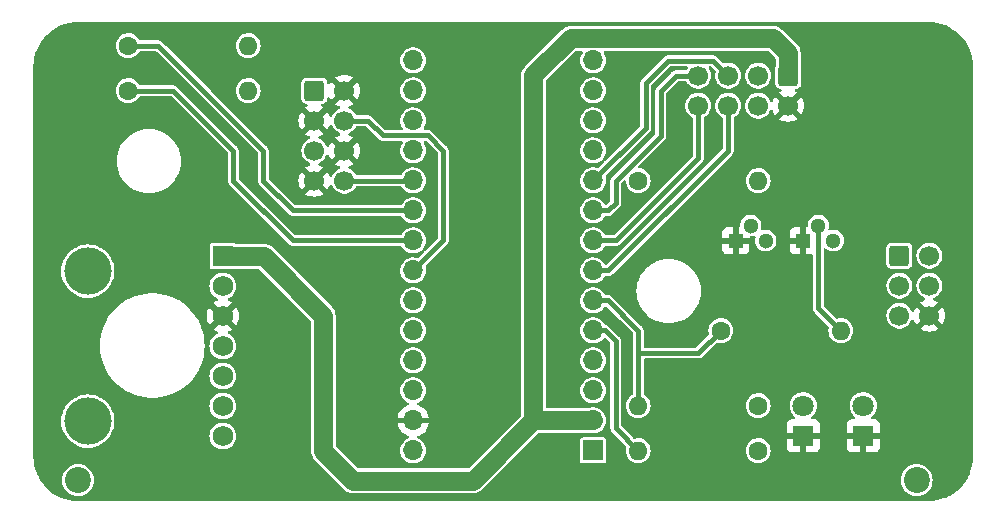
<source format=gbr>
%TF.GenerationSoftware,KiCad,Pcbnew,7.0.2*%
%TF.CreationDate,2023-05-16T00:09:37+02:00*%
%TF.ProjectId,PRO_MCU,50524f5f-4d43-4552-9e6b-696361645f70,rev?*%
%TF.SameCoordinates,Original*%
%TF.FileFunction,Copper,L2,Bot*%
%TF.FilePolarity,Positive*%
%FSLAX45Y45*%
G04 Gerber Fmt 4.5, Leading zero omitted, Abs format (unit mm)*
G04 Created by KiCad (PCBNEW 7.0.2) date 2023-05-16 00:09:37*
%MOMM*%
%LPD*%
G01*
G04 APERTURE LIST*
G04 Aperture macros list*
%AMRoundRect*
0 Rectangle with rounded corners*
0 $1 Rounding radius*
0 $2 $3 $4 $5 $6 $7 $8 $9 X,Y pos of 4 corners*
0 Add a 4 corners polygon primitive as box body*
4,1,4,$2,$3,$4,$5,$6,$7,$8,$9,$2,$3,0*
0 Add four circle primitives for the rounded corners*
1,1,$1+$1,$2,$3*
1,1,$1+$1,$4,$5*
1,1,$1+$1,$6,$7*
1,1,$1+$1,$8,$9*
0 Add four rect primitives between the rounded corners*
20,1,$1+$1,$2,$3,$4,$5,0*
20,1,$1+$1,$4,$5,$6,$7,0*
20,1,$1+$1,$6,$7,$8,$9,0*
20,1,$1+$1,$8,$9,$2,$3,0*%
G04 Aperture macros list end*
%TA.AperFunction,ComponentPad*%
%ADD10C,2.200000*%
%TD*%
%TA.AperFunction,ComponentPad*%
%ADD11R,1.700000X1.700000*%
%TD*%
%TA.AperFunction,ComponentPad*%
%ADD12O,1.700000X1.700000*%
%TD*%
%TA.AperFunction,ComponentPad*%
%ADD13C,1.600000*%
%TD*%
%TA.AperFunction,ComponentPad*%
%ADD14O,1.600000X1.600000*%
%TD*%
%TA.AperFunction,ComponentPad*%
%ADD15RoundRect,0.250000X-0.600000X-0.600000X0.600000X-0.600000X0.600000X0.600000X-0.600000X0.600000X0*%
%TD*%
%TA.AperFunction,ComponentPad*%
%ADD16C,1.700000*%
%TD*%
%TA.AperFunction,ComponentPad*%
%ADD17R,1.300000X1.300000*%
%TD*%
%TA.AperFunction,ComponentPad*%
%ADD18C,1.300000*%
%TD*%
%TA.AperFunction,ComponentPad*%
%ADD19RoundRect,0.250000X-0.600000X0.600000X-0.600000X-0.600000X0.600000X-0.600000X0.600000X0.600000X0*%
%TD*%
%TA.AperFunction,ComponentPad*%
%ADD20R,1.800000X1.800000*%
%TD*%
%TA.AperFunction,ComponentPad*%
%ADD21C,1.800000*%
%TD*%
%TA.AperFunction,ComponentPad*%
%ADD22C,4.000000*%
%TD*%
%TA.AperFunction,ComponentPad*%
%ADD23R,1.750000X1.750000*%
%TD*%
%TA.AperFunction,ComponentPad*%
%ADD24C,1.750000*%
%TD*%
%TA.AperFunction,Conductor*%
%ADD25C,0.400000*%
%TD*%
%TA.AperFunction,Conductor*%
%ADD26C,1.600000*%
%TD*%
G04 APERTURE END LIST*
D10*
%TO.P,Logo,*%
%TO.N,*%
X-37890000Y-12949000D03*
X-30790000Y-12949000D03*
%TD*%
D11*
%TO.P,U2,1,~{RESET}*%
%TO.N,unconnected-(U2-~{RESET}-Pad1)*%
X-33528000Y-12698400D03*
D12*
%TO.P,U2,2,3V3*%
%TO.N,+3.3V*%
X-33528000Y-12444400D03*
%TO.P,U2,3,EN*%
%TO.N,unconnected-(U2-EN-Pad3)*%
X-33528000Y-12190400D03*
%TO.P,U2,4,VHI*%
%TO.N,VDD*%
X-33528000Y-11936400D03*
%TO.P,U2,5,A0*%
%TO.N,/Valve_Ctrl*%
X-33528000Y-11682400D03*
%TO.P,U2,6,A1*%
%TO.N,/Pump_Ctrl*%
X-33528000Y-11428400D03*
%TO.P,U2,7,A2*%
%TO.N,/DC*%
X-33528000Y-11174400D03*
%TO.P,U2,8,A3*%
%TO.N,/BL*%
X-33528000Y-10920400D03*
%TO.P,U2,9,A4*%
%TO.N,/Display_RESET*%
X-33528000Y-10666400D03*
%TO.P,U2,10,A5*%
%TO.N,/CS*%
X-33528000Y-10412400D03*
%TO.P,U2,11,SCK*%
%TO.N,/SCK*%
X-33528000Y-10158400D03*
%TO.P,U2,12,MOSI*%
%TO.N,/MOSI*%
X-33528000Y-9904400D03*
%TO.P,U2,13,MISO*%
%TO.N,unconnected-(U2-MISO-Pad13)*%
X-33528000Y-9650400D03*
%TO.P,U2,14,D2*%
%TO.N,unconnected-(U2-D2-Pad14)*%
X-33528000Y-9396400D03*
%TO.P,U2,15,TX_D1*%
%TO.N,unconnected-(U2-TX_D1-Pad15)*%
X-35052000Y-9396400D03*
%TO.P,U2,16,RX_D0*%
%TO.N,unconnected-(U2-RX_D0-Pad16)*%
X-35052000Y-9650400D03*
%TO.P,U2,17,SDA*%
%TO.N,Net-(U2-SDA)*%
X-35052000Y-9904400D03*
%TO.P,U2,18,SCL*%
%TO.N,Net-(U2-SCL)*%
X-35052000Y-10158400D03*
%TO.P,U2,19,D5_5V*%
%TO.N,/Led_Red*%
X-35052000Y-10412400D03*
%TO.P,U2,20,D7*%
%TO.N,/Button_Green*%
X-35052000Y-10666400D03*
%TO.P,U2,21,D9*%
%TO.N,/Button_Red*%
X-35052000Y-10920400D03*
%TO.P,U2,22,D10*%
%TO.N,/Led_Green*%
X-35052000Y-11174400D03*
%TO.P,U2,23,D11*%
%TO.N,unconnected-(U2-D11-Pad23)*%
X-35052000Y-11428400D03*
%TO.P,U2,24,D12*%
%TO.N,/EOC*%
X-35052000Y-11682400D03*
%TO.P,U2,25,D13*%
%TO.N,/Sensor_RESET*%
X-35052000Y-11936400D03*
%TO.P,U2,26,VBUS*%
%TO.N,unconnected-(U2-VBUS-Pad26)*%
X-35052000Y-12190400D03*
%TO.P,U2,27,GND*%
%TO.N,GND*%
X-35052000Y-12444400D03*
%TO.P,U2,28,VBAT*%
%TO.N,+BATT*%
X-35052000Y-12698400D03*
%TD*%
D13*
%TO.P,R4,1*%
%TO.N,/Pump_Ctrl*%
X-32448500Y-11684000D03*
D14*
%TO.P,R4,2*%
%TO.N,Net-(Q2-G)*%
X-31432500Y-11684000D03*
%TD*%
D13*
%TO.P,R1,1*%
%TO.N,Net-(D1-A)*%
X-32131000Y-12700000D03*
D14*
%TO.P,R1,2*%
%TO.N,/Valve_Ctrl*%
X-33147000Y-12700000D03*
%TD*%
D13*
%TO.P,R2,1*%
%TO.N,/Valve_Ctrl*%
X-33147000Y-10414000D03*
D14*
%TO.P,R2,2*%
%TO.N,Net-(Q1-G)*%
X-32131000Y-10414000D03*
%TD*%
D15*
%TO.P,U1,1,P+*%
%TO.N,VDD*%
X-30936250Y-11048500D03*
D16*
%TO.P,U1,2,P-*%
%TO.N,/Pump-*%
X-30682250Y-11048500D03*
%TO.P,U1,3,V+*%
%TO.N,VDD*%
X-30936250Y-11302500D03*
%TO.P,U1,4,V-*%
%TO.N,/Valve-*%
X-30682250Y-11302500D03*
%TO.P,U1,5,BAT+*%
%TO.N,+BATT*%
X-30936250Y-11556500D03*
%TO.P,U1,6,BAT-*%
%TO.N,GND*%
X-30682250Y-11556500D03*
%TD*%
D17*
%TO.P,Q2,1,S*%
%TO.N,GND*%
X-31750000Y-10922000D03*
D18*
%TO.P,Q2,2,G*%
%TO.N,Net-(Q2-G)*%
X-31623000Y-10795000D03*
%TO.P,Q2,3,D*%
%TO.N,/Pump-*%
X-31496000Y-10922000D03*
%TD*%
D13*
%TO.P,R6,1*%
%TO.N,/Button_Red*%
X-37465000Y-9652000D03*
D14*
%TO.P,R6,2*%
%TO.N,Net-(R6-Pad2)*%
X-36449000Y-9652000D03*
%TD*%
D19*
%TO.P,U5,1,VCC*%
%TO.N,+3.3V*%
X-31877000Y-9525000D03*
D16*
%TO.P,U5,2,GND*%
%TO.N,GND*%
X-31877000Y-9779000D03*
%TO.P,U5,3,DIN*%
%TO.N,/MOSI*%
X-32131000Y-9525000D03*
%TO.P,U5,4,CLK*%
%TO.N,/SCK*%
X-32131000Y-9779000D03*
%TO.P,U5,5,CS*%
%TO.N,/CS*%
X-32385000Y-9525000D03*
%TO.P,U5,6,DC*%
%TO.N,/DC*%
X-32385000Y-9779000D03*
%TO.P,U5,7,RST*%
%TO.N,/Display_RESET*%
X-32639000Y-9525000D03*
%TO.P,U5,8,BL*%
%TO.N,/BL*%
X-32639000Y-9779000D03*
%TD*%
D17*
%TO.P,Q1,1,S*%
%TO.N,GND*%
X-32321500Y-10922000D03*
D18*
%TO.P,Q1,2,G*%
%TO.N,Net-(Q1-G)*%
X-32194500Y-10795000D03*
%TO.P,Q1,3,D*%
%TO.N,/Valve-*%
X-32067500Y-10922000D03*
%TD*%
D20*
%TO.P,D2,1,K*%
%TO.N,GND*%
X-31242000Y-12573000D03*
D21*
%TO.P,D2,2,A*%
%TO.N,Net-(D2-A)*%
X-31242000Y-12319000D03*
%TD*%
D13*
%TO.P,R5,1*%
%TO.N,/Button_Green*%
X-37465000Y-9271000D03*
D14*
%TO.P,R5,2*%
%TO.N,Net-(R5-Pad2)*%
X-36449000Y-9271000D03*
%TD*%
D13*
%TO.P,R3,1*%
%TO.N,Net-(D2-A)*%
X-32131000Y-12319000D03*
D14*
%TO.P,R3,2*%
%TO.N,/Pump_Ctrl*%
X-33147000Y-12319000D03*
%TD*%
D15*
%TO.P,U4,1,1*%
%TO.N,Net-(R5-Pad2)*%
X-35889250Y-9652000D03*
D16*
%TO.P,U4,2,2*%
%TO.N,GND*%
X-35635250Y-9652000D03*
%TO.P,U4,3,K*%
X-35889250Y-9906000D03*
%TO.P,U4,4,A*%
%TO.N,/Led_Green*%
X-35635250Y-9906000D03*
%TO.P,U4,5,1*%
%TO.N,Net-(R6-Pad2)*%
X-35889250Y-10160000D03*
%TO.P,U4,6,2*%
%TO.N,GND*%
X-35635250Y-10160000D03*
%TO.P,U4,7,K*%
X-35889250Y-10414000D03*
%TO.P,U4,8,A*%
%TO.N,/Led_Red*%
X-35635250Y-10414000D03*
%TD*%
D20*
%TO.P,D1,1,K*%
%TO.N,GND*%
X-31750000Y-12573000D03*
D21*
%TO.P,D1,2,A*%
%TO.N,Net-(D1-A)*%
X-31750000Y-12319000D03*
%TD*%
D22*
%TO.P,U3,*%
%TO.N,*%
X-37807150Y-11179650D03*
X-37807150Y-12449650D03*
D23*
%TO.P,U3,1,VIN*%
%TO.N,+3.3V*%
X-36664150Y-11052650D03*
D24*
%TO.P,U3,2,3Vo*%
%TO.N,unconnected-(U3-3Vo-Pad2)*%
X-36664150Y-11306650D03*
%TO.P,U3,3,GND*%
%TO.N,GND*%
X-36664150Y-11560650D03*
%TO.P,U3,4,SCL*%
%TO.N,Net-(U2-SCL)*%
X-36664150Y-11814650D03*
%TO.P,U3,5,SDA*%
%TO.N,Net-(U2-SDA)*%
X-36664150Y-12068650D03*
%TO.P,U3,6,EOC*%
%TO.N,/EOC*%
X-36664150Y-12322650D03*
%TO.P,U3,7,RST*%
%TO.N,/Sensor_RESET*%
X-36664150Y-12576650D03*
%TD*%
D25*
%TO.N,/Led_Green*%
X-34926600Y-10031400D02*
X-35307600Y-10031400D01*
X-35433000Y-9906000D02*
X-35635250Y-9906000D01*
X-34798000Y-10160000D02*
X-34926600Y-10031400D01*
X-34798000Y-10920400D02*
X-34798000Y-10160000D01*
X-35307600Y-10031400D02*
X-35433000Y-9906000D01*
X-35052000Y-11174400D02*
X-34798000Y-10920400D01*
D26*
%TO.N,+3.3V*%
X-31877000Y-9334500D02*
X-31877000Y-9525000D01*
X-32002100Y-9209400D02*
X-31877000Y-9334500D01*
X-34034400Y-9523400D02*
X-33720400Y-9209400D01*
X-33720400Y-9209400D02*
X-32002100Y-9209400D01*
X-34034400Y-12444400D02*
X-34034400Y-9523400D01*
D25*
%TO.N,/Valve_Ctrl*%
X-33426781Y-11682400D02*
X-33528000Y-11682400D01*
X-33337500Y-11771681D02*
X-33426781Y-11682400D01*
X-33337500Y-12509500D02*
X-33337500Y-11771681D01*
X-33147000Y-12700000D02*
X-33337500Y-12509500D01*
D26*
%TO.N,+3.3V*%
X-34544000Y-12954000D02*
X-34034400Y-12444400D01*
X-35560000Y-12954000D02*
X-34544000Y-12954000D01*
X-36318350Y-11052650D02*
X-35814000Y-11557000D01*
X-36664150Y-11052650D02*
X-36318350Y-11052650D01*
X-35814000Y-11557000D02*
X-35814000Y-12700000D01*
X-35814000Y-12700000D02*
X-35560000Y-12954000D01*
D25*
%TO.N,/CS*%
X-33083500Y-9967900D02*
X-33528000Y-10412400D01*
X-33083500Y-9588500D02*
X-33083500Y-9967900D01*
X-32893000Y-9398000D02*
X-33083500Y-9588500D01*
X-32512000Y-9398000D02*
X-32893000Y-9398000D01*
X-32385000Y-9525000D02*
X-32512000Y-9398000D01*
%TO.N,/Display_RESET*%
X-32829500Y-9525000D02*
X-32639000Y-9525000D01*
X-32956500Y-9652000D02*
X-32829500Y-9525000D01*
X-33337500Y-10414000D02*
X-32956500Y-10033000D01*
X-33337500Y-10604500D02*
X-33337500Y-10414000D01*
X-33399400Y-10666400D02*
X-33337500Y-10604500D01*
X-33528000Y-10666400D02*
X-33399400Y-10666400D01*
X-32956500Y-10033000D02*
X-32956500Y-9652000D01*
%TO.N,/BL*%
X-33335900Y-10920400D02*
X-32639000Y-10223500D01*
X-33528000Y-10920400D02*
X-33335900Y-10920400D01*
X-32639000Y-10223500D02*
X-32639000Y-9779000D01*
%TO.N,/DC*%
X-32385000Y-10160000D02*
X-32385000Y-9779000D01*
X-33399400Y-11174400D02*
X-32385000Y-10160000D01*
X-33528000Y-11174400D02*
X-33399400Y-11174400D01*
%TO.N,/Pump_Ctrl*%
X-32639000Y-11874500D02*
X-33147000Y-11874500D01*
X-33147000Y-11874500D02*
X-33147000Y-11938000D01*
X-33147000Y-11684000D02*
X-33147000Y-11874500D01*
X-32448500Y-11684000D02*
X-32639000Y-11874500D01*
%TO.N,Net-(Q2-G)*%
X-31623000Y-11493500D02*
X-31432500Y-11684000D01*
X-31623000Y-10795000D02*
X-31623000Y-11493500D01*
%TO.N,/Led_Red*%
X-35635250Y-10414000D02*
X-35053600Y-10414000D01*
X-35053600Y-10414000D02*
X-35052000Y-10412400D01*
%TO.N,/Button_Red*%
X-37084000Y-9652000D02*
X-37465000Y-9652000D01*
X-36576000Y-10160000D02*
X-37084000Y-9652000D01*
X-36576000Y-10414000D02*
X-36576000Y-10160000D01*
X-36069600Y-10920400D02*
X-36576000Y-10414000D01*
X-35052000Y-10920400D02*
X-36069600Y-10920400D01*
%TO.N,/Button_Green*%
X-36322000Y-10414000D02*
X-36322000Y-10160000D01*
X-36069600Y-10666400D02*
X-36322000Y-10414000D01*
X-35052000Y-10666400D02*
X-36069600Y-10666400D01*
X-37211000Y-9271000D02*
X-36322000Y-10160000D01*
X-37465000Y-9271000D02*
X-37211000Y-9271000D01*
%TO.N,/Pump_Ctrl*%
X-33147000Y-11938000D02*
X-33147000Y-12319000D01*
X-33402600Y-11428400D02*
X-33147000Y-11684000D01*
X-33528000Y-11428400D02*
X-33402600Y-11428400D01*
D26*
%TO.N,+3.3V*%
X-34034400Y-12444400D02*
X-33528000Y-12444400D01*
%TD*%
%TA.AperFunction,Conductor*%
%TO.N,GND*%
G36*
X-35681199Y-10180984D02*
G01*
X-35673426Y-10193080D01*
X-35662560Y-10202495D01*
X-35649482Y-10208468D01*
X-35648503Y-10208609D01*
X-35711387Y-10271493D01*
X-35703008Y-10277360D01*
X-35681599Y-10287343D01*
X-35677692Y-10288390D01*
X-35671726Y-10292027D01*
X-35668673Y-10298311D01*
X-35669502Y-10305249D01*
X-35673950Y-10310637D01*
X-35676421Y-10311930D01*
X-35681392Y-10313856D01*
X-35684514Y-10315065D01*
X-35701854Y-10325802D01*
X-35716926Y-10339542D01*
X-35729218Y-10355818D01*
X-35737932Y-10373319D01*
X-35742682Y-10378443D01*
X-35749448Y-10380185D01*
X-35756082Y-10377992D01*
X-35760478Y-10372561D01*
X-35761009Y-10371001D01*
X-35761907Y-10367651D01*
X-35771890Y-10346242D01*
X-35777757Y-10337863D01*
X-35840942Y-10401048D01*
X-35843301Y-10393016D01*
X-35851074Y-10380920D01*
X-35861940Y-10371505D01*
X-35875019Y-10365532D01*
X-35875997Y-10365391D01*
X-35813113Y-10302507D01*
X-35813113Y-10302507D01*
X-35821492Y-10296640D01*
X-35842901Y-10286657D01*
X-35846809Y-10285610D01*
X-35852775Y-10281973D01*
X-35855827Y-10275688D01*
X-35854998Y-10268751D01*
X-35850549Y-10263363D01*
X-35848079Y-10262070D01*
X-35839986Y-10258935D01*
X-35838035Y-10257727D01*
X-35822646Y-10248198D01*
X-35807574Y-10234458D01*
X-35795283Y-10218182D01*
X-35786568Y-10200681D01*
X-35781818Y-10195557D01*
X-35775052Y-10193815D01*
X-35768418Y-10196008D01*
X-35764022Y-10201439D01*
X-35763491Y-10202999D01*
X-35762593Y-10206349D01*
X-35752610Y-10227758D01*
X-35746743Y-10236137D01*
X-35683558Y-10172952D01*
X-35681199Y-10180984D01*
G37*
%TD.AperFunction*%
%TA.AperFunction,Conductor*%
G36*
X-35777757Y-9982137D02*
G01*
X-35777757Y-9982137D01*
X-35771890Y-9973758D01*
X-35761907Y-9952349D01*
X-35761009Y-9948999D01*
X-35757373Y-9943033D01*
X-35751088Y-9939980D01*
X-35744150Y-9940810D01*
X-35738763Y-9945258D01*
X-35737932Y-9946681D01*
X-35734885Y-9952799D01*
X-35729217Y-9964182D01*
X-35718135Y-9978858D01*
X-35716926Y-9980458D01*
X-35712632Y-9984373D01*
X-35701854Y-9994198D01*
X-35684514Y-10004935D01*
X-35676421Y-10008070D01*
X-35670881Y-10012327D01*
X-35668522Y-10018903D01*
X-35670093Y-10025712D01*
X-35675096Y-10030590D01*
X-35677691Y-10031610D01*
X-35681599Y-10032657D01*
X-35703008Y-10042640D01*
X-35711387Y-10048507D01*
X-35711387Y-10048507D01*
X-35648503Y-10111391D01*
X-35649482Y-10111532D01*
X-35662560Y-10117505D01*
X-35673426Y-10126920D01*
X-35681199Y-10139016D01*
X-35683558Y-10147048D01*
X-35746743Y-10083863D01*
X-35746743Y-10083863D01*
X-35752610Y-10092242D01*
X-35762593Y-10113651D01*
X-35763491Y-10117001D01*
X-35767127Y-10122967D01*
X-35773412Y-10126020D01*
X-35780349Y-10125191D01*
X-35785737Y-10120742D01*
X-35786568Y-10119319D01*
X-35795283Y-10101818D01*
X-35807574Y-10085542D01*
X-35822646Y-10071802D01*
X-35839986Y-10061065D01*
X-35848079Y-10057930D01*
X-35853619Y-10053673D01*
X-35855978Y-10047096D01*
X-35854407Y-10040288D01*
X-35849404Y-10035410D01*
X-35846808Y-10034390D01*
X-35842901Y-10033343D01*
X-35821492Y-10023360D01*
X-35813113Y-10017493D01*
X-35875997Y-9954609D01*
X-35875019Y-9954468D01*
X-35861940Y-9948495D01*
X-35851074Y-9939080D01*
X-35843301Y-9926984D01*
X-35840942Y-9918952D01*
X-35777757Y-9982137D01*
G37*
%TD.AperFunction*%
%TA.AperFunction,Conductor*%
G36*
X-35681199Y-9672984D02*
G01*
X-35673426Y-9685080D01*
X-35662560Y-9694495D01*
X-35649482Y-9700468D01*
X-35648503Y-9700609D01*
X-35711387Y-9763493D01*
X-35703008Y-9769360D01*
X-35681599Y-9779343D01*
X-35677692Y-9780390D01*
X-35671726Y-9784027D01*
X-35668673Y-9790311D01*
X-35669502Y-9797249D01*
X-35673950Y-9802637D01*
X-35676421Y-9803930D01*
X-35682588Y-9806319D01*
X-35684514Y-9807065D01*
X-35701854Y-9817802D01*
X-35716926Y-9831542D01*
X-35729218Y-9847818D01*
X-35737932Y-9865319D01*
X-35742682Y-9870443D01*
X-35749448Y-9872185D01*
X-35756082Y-9869992D01*
X-35760478Y-9864561D01*
X-35761009Y-9863001D01*
X-35761907Y-9859651D01*
X-35771890Y-9838242D01*
X-35777757Y-9829863D01*
X-35840942Y-9893048D01*
X-35843301Y-9885016D01*
X-35851074Y-9872920D01*
X-35861940Y-9863505D01*
X-35875019Y-9857532D01*
X-35875997Y-9857391D01*
X-35813113Y-9794507D01*
X-35813113Y-9794507D01*
X-35821492Y-9788640D01*
X-35828050Y-9785582D01*
X-35833294Y-9780965D01*
X-35835209Y-9774245D01*
X-35833188Y-9767557D01*
X-35827871Y-9763024D01*
X-35824135Y-9762015D01*
X-35818502Y-9761409D01*
X-35805017Y-9756380D01*
X-35793495Y-9747755D01*
X-35784870Y-9736233D01*
X-35784784Y-9736001D01*
X-35779841Y-9722748D01*
X-35779235Y-9717115D01*
X-35776561Y-9710660D01*
X-35770822Y-9706675D01*
X-35763840Y-9706425D01*
X-35757831Y-9709991D01*
X-35755668Y-9713200D01*
X-35752610Y-9719758D01*
X-35746743Y-9728137D01*
X-35683558Y-9664952D01*
X-35681199Y-9672984D01*
G37*
%TD.AperFunction*%
%TA.AperFunction,Conductor*%
G36*
X-30689697Y-9071065D02*
G01*
X-30653562Y-9072840D01*
X-30652352Y-9072959D01*
X-30616868Y-9078223D01*
X-30615675Y-9078460D01*
X-30580875Y-9087177D01*
X-30579715Y-9087529D01*
X-30545938Y-9099615D01*
X-30544816Y-9100079D01*
X-30512385Y-9115418D01*
X-30511314Y-9115991D01*
X-30480544Y-9134434D01*
X-30479535Y-9135108D01*
X-30450719Y-9156479D01*
X-30449780Y-9157249D01*
X-30423199Y-9181342D01*
X-30422342Y-9182199D01*
X-30398249Y-9208780D01*
X-30397479Y-9209719D01*
X-30376108Y-9238535D01*
X-30375433Y-9239544D01*
X-30356991Y-9270314D01*
X-30356418Y-9271385D01*
X-30341079Y-9303816D01*
X-30340615Y-9304938D01*
X-30328529Y-9338715D01*
X-30328177Y-9339875D01*
X-30322790Y-9361382D01*
X-30319460Y-9374675D01*
X-30319223Y-9375868D01*
X-30318905Y-9378013D01*
X-30313959Y-9411352D01*
X-30313840Y-9412562D01*
X-30312649Y-9436802D01*
X-30312065Y-9448697D01*
X-30312050Y-9449305D01*
X-30312050Y-12748695D01*
X-30312065Y-12749303D01*
X-30313222Y-12772858D01*
X-30313840Y-12785437D01*
X-30313959Y-12786648D01*
X-30319223Y-12822132D01*
X-30319460Y-12823325D01*
X-30321532Y-12831596D01*
X-30328177Y-12858124D01*
X-30328529Y-12859286D01*
X-30337110Y-12883267D01*
X-30340614Y-12893061D01*
X-30341080Y-12894185D01*
X-30356418Y-12926614D01*
X-30356991Y-12927687D01*
X-30375433Y-12958455D01*
X-30376109Y-12959466D01*
X-30397478Y-12988280D01*
X-30398250Y-12989220D01*
X-30422341Y-13015800D01*
X-30423200Y-13016659D01*
X-30432516Y-13025103D01*
X-30449779Y-13040750D01*
X-30450720Y-13041522D01*
X-30479533Y-13062891D01*
X-30480545Y-13063567D01*
X-30511313Y-13082008D01*
X-30512386Y-13082582D01*
X-30544815Y-13097920D01*
X-30545939Y-13098386D01*
X-30562826Y-13104428D01*
X-30579713Y-13110470D01*
X-30580877Y-13110823D01*
X-30615675Y-13119540D01*
X-30616868Y-13119777D01*
X-30652352Y-13125040D01*
X-30653563Y-13125160D01*
X-30687607Y-13126832D01*
X-30689697Y-13126935D01*
X-30690305Y-13126950D01*
X-37889695Y-13126950D01*
X-37890303Y-13126935D01*
X-37892276Y-13126838D01*
X-37926437Y-13125160D01*
X-37927648Y-13125040D01*
X-37963132Y-13119777D01*
X-37964325Y-13119540D01*
X-37999123Y-13110823D01*
X-38000287Y-13110470D01*
X-38034061Y-13098386D01*
X-38035185Y-13097920D01*
X-38067614Y-13082582D01*
X-38068687Y-13082008D01*
X-38099455Y-13063567D01*
X-38100467Y-13062891D01*
X-38129280Y-13041522D01*
X-38130221Y-13040750D01*
X-38156800Y-13016660D01*
X-38157660Y-13015799D01*
X-38181750Y-12989220D01*
X-38182522Y-12988280D01*
X-38203891Y-12959466D01*
X-38204567Y-12958455D01*
X-38210234Y-12949000D01*
X-38025566Y-12949000D01*
X-38023506Y-12972541D01*
X-38017390Y-12995366D01*
X-38007404Y-13016783D01*
X-37993850Y-13036140D01*
X-37977140Y-13052849D01*
X-37957783Y-13066403D01*
X-37936366Y-13076390D01*
X-37913541Y-13082506D01*
X-37890000Y-13084566D01*
X-37866459Y-13082506D01*
X-37864601Y-13082008D01*
X-37843634Y-13076390D01*
X-37822217Y-13066403D01*
X-37802860Y-13052849D01*
X-37786151Y-13036140D01*
X-37772597Y-13016783D01*
X-37762610Y-12995366D01*
X-37760574Y-12987770D01*
X-37756494Y-12972541D01*
X-37754434Y-12949000D01*
X-37756494Y-12925459D01*
X-37762610Y-12902634D01*
X-37772597Y-12881217D01*
X-37786151Y-12861860D01*
X-37802860Y-12845151D01*
X-37802860Y-12845150D01*
X-37822217Y-12831596D01*
X-37843634Y-12821610D01*
X-37866459Y-12815494D01*
X-37890000Y-12813434D01*
X-37913541Y-12815494D01*
X-37936366Y-12821610D01*
X-37936366Y-12821610D01*
X-37957783Y-12831596D01*
X-37977140Y-12845150D01*
X-37993850Y-12861860D01*
X-38007404Y-12881217D01*
X-38017390Y-12902634D01*
X-38023506Y-12925459D01*
X-38025566Y-12949000D01*
X-38210234Y-12949000D01*
X-38223009Y-12927687D01*
X-38223582Y-12926614D01*
X-38238920Y-12894185D01*
X-38239386Y-12893061D01*
X-38251470Y-12859287D01*
X-38251823Y-12858123D01*
X-38260540Y-12823325D01*
X-38260777Y-12822132D01*
X-38266041Y-12786648D01*
X-38266160Y-12785437D01*
X-38267935Y-12749303D01*
X-38267950Y-12748695D01*
X-38267950Y-12449650D01*
X-38032683Y-12449650D01*
X-38030753Y-12479088D01*
X-38024998Y-12508022D01*
X-38015515Y-12535958D01*
X-38002467Y-12562416D01*
X-37986077Y-12586946D01*
X-37966626Y-12609126D01*
X-37944446Y-12628577D01*
X-37919917Y-12644967D01*
X-37893458Y-12658015D01*
X-37865522Y-12667498D01*
X-37836588Y-12673253D01*
X-37807150Y-12675183D01*
X-37777712Y-12673253D01*
X-37748778Y-12667498D01*
X-37748394Y-12667368D01*
X-37748393Y-12667368D01*
X-37740403Y-12664655D01*
X-37720842Y-12658015D01*
X-37717743Y-12656487D01*
X-37694747Y-12645147D01*
X-37694747Y-12645146D01*
X-37694384Y-12644967D01*
X-37669854Y-12628577D01*
X-37647674Y-12609126D01*
X-37628223Y-12586946D01*
X-37625393Y-12582711D01*
X-37621343Y-12576650D01*
X-36777182Y-12576650D01*
X-36775558Y-12594172D01*
X-36775258Y-12597420D01*
X-36769549Y-12617482D01*
X-36760252Y-12636153D01*
X-36760252Y-12636154D01*
X-36760252Y-12636154D01*
X-36747682Y-12652799D01*
X-36732267Y-12666852D01*
X-36714533Y-12677832D01*
X-36695083Y-12685367D01*
X-36674579Y-12689200D01*
X-36674579Y-12689200D01*
X-36653721Y-12689200D01*
X-36653721Y-12689200D01*
X-36633217Y-12685367D01*
X-36613767Y-12677832D01*
X-36596033Y-12666852D01*
X-36596033Y-12666851D01*
X-36596033Y-12666851D01*
X-36580618Y-12652799D01*
X-36568048Y-12636153D01*
X-36558751Y-12617482D01*
X-36553042Y-12597420D01*
X-36551118Y-12576650D01*
X-36553042Y-12555880D01*
X-36558751Y-12535818D01*
X-36568048Y-12517146D01*
X-36580618Y-12500500D01*
X-36596033Y-12486448D01*
X-36613767Y-12475468D01*
X-36633217Y-12467933D01*
X-36646850Y-12465384D01*
X-36653721Y-12464100D01*
X-36674579Y-12464100D01*
X-36688248Y-12466655D01*
X-36695083Y-12467933D01*
X-36714533Y-12475468D01*
X-36732267Y-12486448D01*
X-36747682Y-12500500D01*
X-36760252Y-12517146D01*
X-36769549Y-12535818D01*
X-36775258Y-12555880D01*
X-36775676Y-12560398D01*
X-36777182Y-12576650D01*
X-37621343Y-12576650D01*
X-37612058Y-12562754D01*
X-37612058Y-12562753D01*
X-37611833Y-12562416D01*
X-37611654Y-12562054D01*
X-37611653Y-12562052D01*
X-37598964Y-12536322D01*
X-37598964Y-12536321D01*
X-37598785Y-12535958D01*
X-37598515Y-12535164D01*
X-37589432Y-12508407D01*
X-37589432Y-12508405D01*
X-37589302Y-12508022D01*
X-37589223Y-12507624D01*
X-37589223Y-12507624D01*
X-37583626Y-12479486D01*
X-37583626Y-12479486D01*
X-37583547Y-12479088D01*
X-37583468Y-12477887D01*
X-37581644Y-12450056D01*
X-37581617Y-12449650D01*
X-37582640Y-12434050D01*
X-37583520Y-12420617D01*
X-37583520Y-12420617D01*
X-37583547Y-12420212D01*
X-37583820Y-12418835D01*
X-37589223Y-12391676D01*
X-37589223Y-12391675D01*
X-37589302Y-12391278D01*
X-37589432Y-12390895D01*
X-37589432Y-12390893D01*
X-37598654Y-12363727D01*
X-37598654Y-12363726D01*
X-37598785Y-12363342D01*
X-37598964Y-12362979D01*
X-37598964Y-12362978D01*
X-37611653Y-12337248D01*
X-37611654Y-12337246D01*
X-37611833Y-12336884D01*
X-37612058Y-12336547D01*
X-37612058Y-12336546D01*
X-37621343Y-12322650D01*
X-36777182Y-12322650D01*
X-36775553Y-12340231D01*
X-36775258Y-12343420D01*
X-36769549Y-12363482D01*
X-36760252Y-12382153D01*
X-36760252Y-12382154D01*
X-36760252Y-12382154D01*
X-36747682Y-12398799D01*
X-36732267Y-12412852D01*
X-36714533Y-12423832D01*
X-36695083Y-12431367D01*
X-36674579Y-12435200D01*
X-36674579Y-12435200D01*
X-36653721Y-12435200D01*
X-36653721Y-12435200D01*
X-36633217Y-12431367D01*
X-36613767Y-12423832D01*
X-36596033Y-12412852D01*
X-36596033Y-12412851D01*
X-36596033Y-12412851D01*
X-36580618Y-12398799D01*
X-36568048Y-12382153D01*
X-36558751Y-12363482D01*
X-36553042Y-12343420D01*
X-36551118Y-12322650D01*
X-36553042Y-12301880D01*
X-36558751Y-12281818D01*
X-36568048Y-12263146D01*
X-36580618Y-12246500D01*
X-36596033Y-12232448D01*
X-36613767Y-12221468D01*
X-36633217Y-12213933D01*
X-36643469Y-12212016D01*
X-36653721Y-12210100D01*
X-36674579Y-12210100D01*
X-36688248Y-12212655D01*
X-36695083Y-12213933D01*
X-36714533Y-12221468D01*
X-36732267Y-12232448D01*
X-36747682Y-12246500D01*
X-36760252Y-12263146D01*
X-36769549Y-12281818D01*
X-36775258Y-12301880D01*
X-36775258Y-12301880D01*
X-36777182Y-12322650D01*
X-37621343Y-12322650D01*
X-37627997Y-12312692D01*
X-37627997Y-12312691D01*
X-37628223Y-12312354D01*
X-37628490Y-12312049D01*
X-37628491Y-12312048D01*
X-37647407Y-12290479D01*
X-37647408Y-12290478D01*
X-37647674Y-12290174D01*
X-37647978Y-12289907D01*
X-37647979Y-12289907D01*
X-37669549Y-12270991D01*
X-37669549Y-12270990D01*
X-37669854Y-12270723D01*
X-37670192Y-12270497D01*
X-37670192Y-12270497D01*
X-37694046Y-12254558D01*
X-37694047Y-12254557D01*
X-37694384Y-12254333D01*
X-37694746Y-12254154D01*
X-37694747Y-12254153D01*
X-37720478Y-12241464D01*
X-37720479Y-12241464D01*
X-37720842Y-12241285D01*
X-37721226Y-12241154D01*
X-37721227Y-12241154D01*
X-37748393Y-12231932D01*
X-37748395Y-12231932D01*
X-37748778Y-12231802D01*
X-37749175Y-12231723D01*
X-37749176Y-12231723D01*
X-37777314Y-12226126D01*
X-37777314Y-12226126D01*
X-37777712Y-12226047D01*
X-37778117Y-12226020D01*
X-37778117Y-12226020D01*
X-37806744Y-12224144D01*
X-37807150Y-12224117D01*
X-37807556Y-12224144D01*
X-37836183Y-12226020D01*
X-37836183Y-12226020D01*
X-37836588Y-12226047D01*
X-37836986Y-12226126D01*
X-37836986Y-12226126D01*
X-37865124Y-12231723D01*
X-37865125Y-12231723D01*
X-37865522Y-12231802D01*
X-37865905Y-12231932D01*
X-37865907Y-12231932D01*
X-37893073Y-12241154D01*
X-37893458Y-12241285D01*
X-37893822Y-12241464D01*
X-37893822Y-12241464D01*
X-37919552Y-12254153D01*
X-37919553Y-12254153D01*
X-37919916Y-12254333D01*
X-37920253Y-12254558D01*
X-37920254Y-12254558D01*
X-37944108Y-12270497D01*
X-37944446Y-12270723D01*
X-37966626Y-12290174D01*
X-37986077Y-12312354D01*
X-37989219Y-12317057D01*
X-37999272Y-12332101D01*
X-38002467Y-12336884D01*
X-38015515Y-12363342D01*
X-38021110Y-12379825D01*
X-38023281Y-12386218D01*
X-38024998Y-12391278D01*
X-38030753Y-12420212D01*
X-38032683Y-12449650D01*
X-38267950Y-12449650D01*
X-38267950Y-11811000D01*
X-37703551Y-11811000D01*
X-37701547Y-11853067D01*
X-37695554Y-11894753D01*
X-37685625Y-11935681D01*
X-37671850Y-11975480D01*
X-37654355Y-12013789D01*
X-37633298Y-12050261D01*
X-37608869Y-12084567D01*
X-37581289Y-12116395D01*
X-37550810Y-12145458D01*
X-37517705Y-12171492D01*
X-37482276Y-12194261D01*
X-37444843Y-12213559D01*
X-37405744Y-12229211D01*
X-37365335Y-12241076D01*
X-37323982Y-12249047D01*
X-37282057Y-12253050D01*
X-37281762Y-12253050D01*
X-37240238Y-12253050D01*
X-37239943Y-12253050D01*
X-37198018Y-12249047D01*
X-37156665Y-12241076D01*
X-37116256Y-12229211D01*
X-37077158Y-12213559D01*
X-37039724Y-12194261D01*
X-37004295Y-12171492D01*
X-37002515Y-12170092D01*
X-36971423Y-12145641D01*
X-36971423Y-12145641D01*
X-36971191Y-12145458D01*
X-36953042Y-12128153D01*
X-36940923Y-12116598D01*
X-36940922Y-12116597D01*
X-36940711Y-12116395D01*
X-36919108Y-12091465D01*
X-36913324Y-12084790D01*
X-36913323Y-12084789D01*
X-36913131Y-12084567D01*
X-36912797Y-12084098D01*
X-36901797Y-12068650D01*
X-36777182Y-12068650D01*
X-36775687Y-12084790D01*
X-36775258Y-12089420D01*
X-36769549Y-12109482D01*
X-36760252Y-12128153D01*
X-36747682Y-12144799D01*
X-36746959Y-12145458D01*
X-36732267Y-12158852D01*
X-36714533Y-12169832D01*
X-36695083Y-12177367D01*
X-36674579Y-12181200D01*
X-36674579Y-12181200D01*
X-36653721Y-12181200D01*
X-36653721Y-12181200D01*
X-36633217Y-12177367D01*
X-36613767Y-12169832D01*
X-36596033Y-12158852D01*
X-36596033Y-12158851D01*
X-36596033Y-12158851D01*
X-36580618Y-12144799D01*
X-36568048Y-12128153D01*
X-36558751Y-12109482D01*
X-36553042Y-12089420D01*
X-36551118Y-12068650D01*
X-36553042Y-12047880D01*
X-36558751Y-12027818D01*
X-36568048Y-12009146D01*
X-36580618Y-11992500D01*
X-36596033Y-11978448D01*
X-36613767Y-11967468D01*
X-36633217Y-11959933D01*
X-36643469Y-11958016D01*
X-36653721Y-11956100D01*
X-36674579Y-11956100D01*
X-36688248Y-11958655D01*
X-36695083Y-11959933D01*
X-36714533Y-11967468D01*
X-36732267Y-11978448D01*
X-36747682Y-11992500D01*
X-36760252Y-12009146D01*
X-36769549Y-12027818D01*
X-36775258Y-12047880D01*
X-36775258Y-12047880D01*
X-36777182Y-12068650D01*
X-36901797Y-12068650D01*
X-36888874Y-12050502D01*
X-36888702Y-12050261D01*
X-36884338Y-12042702D01*
X-36867793Y-12014045D01*
X-36867645Y-12013789D01*
X-36866306Y-12010858D01*
X-36850536Y-11976325D01*
X-36850150Y-11975480D01*
X-36836375Y-11935681D01*
X-36836306Y-11935397D01*
X-36836306Y-11935396D01*
X-36826516Y-11895040D01*
X-36826516Y-11895039D01*
X-36826446Y-11894753D01*
X-36825878Y-11890799D01*
X-36820494Y-11853358D01*
X-36820494Y-11853357D01*
X-36820453Y-11853067D01*
X-36818449Y-11811000D01*
X-36819853Y-11781523D01*
X-36820439Y-11769226D01*
X-36820439Y-11769226D01*
X-36820453Y-11768933D01*
X-36820494Y-11768643D01*
X-36820494Y-11768641D01*
X-36826404Y-11727539D01*
X-36826404Y-11727538D01*
X-36826446Y-11727247D01*
X-36826516Y-11726961D01*
X-36826516Y-11726959D01*
X-36836306Y-11686604D01*
X-36836306Y-11686602D01*
X-36836375Y-11686319D01*
X-36836542Y-11685838D01*
X-36850053Y-11646799D01*
X-36850053Y-11646799D01*
X-36850150Y-11646520D01*
X-36850982Y-11644698D01*
X-36867521Y-11608481D01*
X-36867522Y-11608480D01*
X-36867645Y-11608211D01*
X-36869239Y-11605449D01*
X-36888554Y-11571995D01*
X-36888555Y-11571994D01*
X-36888702Y-11571739D01*
X-36896598Y-11560650D01*
X-36896599Y-11560650D01*
X-36802121Y-11560650D01*
X-36800240Y-11583359D01*
X-36794645Y-11605449D01*
X-36785492Y-11626317D01*
X-36777462Y-11638607D01*
X-36712458Y-11573602D01*
X-36710099Y-11581634D01*
X-36702326Y-11593730D01*
X-36691460Y-11603145D01*
X-36678382Y-11609118D01*
X-36677403Y-11609259D01*
X-36742248Y-11674104D01*
X-36742248Y-11674104D01*
X-36739613Y-11676155D01*
X-36719573Y-11687000D01*
X-36712794Y-11689327D01*
X-36707092Y-11693366D01*
X-36704479Y-11699846D01*
X-36705784Y-11706710D01*
X-36710593Y-11711779D01*
X-36712340Y-11712618D01*
X-36714533Y-11713467D01*
X-36732267Y-11724448D01*
X-36747682Y-11738500D01*
X-36760252Y-11755146D01*
X-36769549Y-11773818D01*
X-36775258Y-11793880D01*
X-36775258Y-11793880D01*
X-36777182Y-11814650D01*
X-36775537Y-11832408D01*
X-36775258Y-11835420D01*
X-36769549Y-11855482D01*
X-36760252Y-11874153D01*
X-36760252Y-11874154D01*
X-36760252Y-11874154D01*
X-36747682Y-11890799D01*
X-36732267Y-11904852D01*
X-36714533Y-11915832D01*
X-36695083Y-11923367D01*
X-36674579Y-11927200D01*
X-36674579Y-11927200D01*
X-36653721Y-11927200D01*
X-36653721Y-11927200D01*
X-36633217Y-11923367D01*
X-36613767Y-11915832D01*
X-36596033Y-11904852D01*
X-36596033Y-11904851D01*
X-36596033Y-11904851D01*
X-36580618Y-11890799D01*
X-36568048Y-11874153D01*
X-36558751Y-11855482D01*
X-36553042Y-11835420D01*
X-36551118Y-11814650D01*
X-36553042Y-11793880D01*
X-36558751Y-11773818D01*
X-36568048Y-11755146D01*
X-36580618Y-11738500D01*
X-36596033Y-11724448D01*
X-36613767Y-11713468D01*
X-36615960Y-11712618D01*
X-36621500Y-11708361D01*
X-36623859Y-11701784D01*
X-36622288Y-11694976D01*
X-36617285Y-11690098D01*
X-36615506Y-11689327D01*
X-36608728Y-11687000D01*
X-36588687Y-11676155D01*
X-36586052Y-11674104D01*
X-36586052Y-11674104D01*
X-36650897Y-11609259D01*
X-36649919Y-11609118D01*
X-36636840Y-11603145D01*
X-36625974Y-11593730D01*
X-36618201Y-11581634D01*
X-36615842Y-11573602D01*
X-36550837Y-11638607D01*
X-36542808Y-11626317D01*
X-36533655Y-11605449D01*
X-36528060Y-11583359D01*
X-36526179Y-11560650D01*
X-36528060Y-11537941D01*
X-36533655Y-11515850D01*
X-36542808Y-11494983D01*
X-36550837Y-11482693D01*
X-36615842Y-11547698D01*
X-36618201Y-11539666D01*
X-36625974Y-11527570D01*
X-36636840Y-11518155D01*
X-36649919Y-11512182D01*
X-36650897Y-11512041D01*
X-36586052Y-11447196D01*
X-36586052Y-11447196D01*
X-36588687Y-11445145D01*
X-36608728Y-11434300D01*
X-36615507Y-11431972D01*
X-36621208Y-11427934D01*
X-36623821Y-11421454D01*
X-36622516Y-11414590D01*
X-36617707Y-11409521D01*
X-36615960Y-11408682D01*
X-36613767Y-11407832D01*
X-36609488Y-11405183D01*
X-36596033Y-11396852D01*
X-36596033Y-11396851D01*
X-36596033Y-11396851D01*
X-36580618Y-11382799D01*
X-36568048Y-11366153D01*
X-36558751Y-11347482D01*
X-36553042Y-11327420D01*
X-36551118Y-11306650D01*
X-36553042Y-11285880D01*
X-36558751Y-11265818D01*
X-36568048Y-11247146D01*
X-36580618Y-11230500D01*
X-36596033Y-11216448D01*
X-36613767Y-11205468D01*
X-36633217Y-11197933D01*
X-36643469Y-11196016D01*
X-36653721Y-11194100D01*
X-36674579Y-11194100D01*
X-36685801Y-11196198D01*
X-36695083Y-11197933D01*
X-36714533Y-11205468D01*
X-36732267Y-11216448D01*
X-36747682Y-11230500D01*
X-36760252Y-11247146D01*
X-36769549Y-11265818D01*
X-36775258Y-11285880D01*
X-36775258Y-11285880D01*
X-36777182Y-11306650D01*
X-36775685Y-11322808D01*
X-36775258Y-11327420D01*
X-36769549Y-11347482D01*
X-36760252Y-11366153D01*
X-36760252Y-11366154D01*
X-36760252Y-11366154D01*
X-36747682Y-11382799D01*
X-36732267Y-11396852D01*
X-36714533Y-11407832D01*
X-36712340Y-11408682D01*
X-36706800Y-11412939D01*
X-36704441Y-11419515D01*
X-36706012Y-11426323D01*
X-36711014Y-11431201D01*
X-36712793Y-11431972D01*
X-36719572Y-11434300D01*
X-36739613Y-11445145D01*
X-36742248Y-11447196D01*
X-36742248Y-11447196D01*
X-36677403Y-11512041D01*
X-36678382Y-11512182D01*
X-36691460Y-11518155D01*
X-36702326Y-11527570D01*
X-36710099Y-11539666D01*
X-36712458Y-11547697D01*
X-36777463Y-11482693D01*
X-36785492Y-11494983D01*
X-36794645Y-11515850D01*
X-36800240Y-11537941D01*
X-36802121Y-11560650D01*
X-36896599Y-11560650D01*
X-36912960Y-11537673D01*
X-36912961Y-11537672D01*
X-36913131Y-11537433D01*
X-36913322Y-11537212D01*
X-36913324Y-11537210D01*
X-36940518Y-11505826D01*
X-36940518Y-11505826D01*
X-36940711Y-11505605D01*
X-36940921Y-11505404D01*
X-36940923Y-11505402D01*
X-36970976Y-11476746D01*
X-36970977Y-11476746D01*
X-36971191Y-11476542D01*
X-36971422Y-11476360D01*
X-36971423Y-11476359D01*
X-37004064Y-11450690D01*
X-37004065Y-11450689D01*
X-37004295Y-11450508D01*
X-37004541Y-11450350D01*
X-37004543Y-11450349D01*
X-37039476Y-11427899D01*
X-37039477Y-11427898D01*
X-37039724Y-11427739D01*
X-37039986Y-11427604D01*
X-37039987Y-11427604D01*
X-37076895Y-11408576D01*
X-37076895Y-11408576D01*
X-37077158Y-11408441D01*
X-37077431Y-11408332D01*
X-37077432Y-11408331D01*
X-37115983Y-11392898D01*
X-37115983Y-11392898D01*
X-37116256Y-11392789D01*
X-37116538Y-11392706D01*
X-37116538Y-11392706D01*
X-37156381Y-11381007D01*
X-37156383Y-11381006D01*
X-37156665Y-11380923D01*
X-37156954Y-11380868D01*
X-37156955Y-11380867D01*
X-37197728Y-11373009D01*
X-37197729Y-11373009D01*
X-37198018Y-11372953D01*
X-37198310Y-11372925D01*
X-37198312Y-11372925D01*
X-37239649Y-11368978D01*
X-37239650Y-11368978D01*
X-37239943Y-11368950D01*
X-37282057Y-11368950D01*
X-37282350Y-11368978D01*
X-37282351Y-11368978D01*
X-37323688Y-11372925D01*
X-37323690Y-11372925D01*
X-37323982Y-11372953D01*
X-37324271Y-11373009D01*
X-37324272Y-11373009D01*
X-37365045Y-11380867D01*
X-37365046Y-11380868D01*
X-37365335Y-11380923D01*
X-37365618Y-11381006D01*
X-37365619Y-11381007D01*
X-37398625Y-11390698D01*
X-37405744Y-11392789D01*
X-37444843Y-11408441D01*
X-37482276Y-11427739D01*
X-37482524Y-11427899D01*
X-37482524Y-11427899D01*
X-37517457Y-11450349D01*
X-37517458Y-11450349D01*
X-37517705Y-11450508D01*
X-37517936Y-11450690D01*
X-37517936Y-11450690D01*
X-37550577Y-11476359D01*
X-37550577Y-11476359D01*
X-37550810Y-11476542D01*
X-37559382Y-11484716D01*
X-37581077Y-11505402D01*
X-37581078Y-11505403D01*
X-37581289Y-11505605D01*
X-37593510Y-11519708D01*
X-37608676Y-11537210D01*
X-37608677Y-11537211D01*
X-37608869Y-11537433D01*
X-37633298Y-11571739D01*
X-37654355Y-11608211D01*
X-37671850Y-11646520D01*
X-37685625Y-11686319D01*
X-37695554Y-11727247D01*
X-37701547Y-11768933D01*
X-37703551Y-11811000D01*
X-38267950Y-11811000D01*
X-38267950Y-11179650D01*
X-38032683Y-11179650D01*
X-38030753Y-11209088D01*
X-38024998Y-11238022D01*
X-38015515Y-11265958D01*
X-38002467Y-11292416D01*
X-37986077Y-11316946D01*
X-37966626Y-11339126D01*
X-37944446Y-11358577D01*
X-37919917Y-11374967D01*
X-37893458Y-11388015D01*
X-37865522Y-11397498D01*
X-37836588Y-11403253D01*
X-37807150Y-11405183D01*
X-37777712Y-11403253D01*
X-37748778Y-11397498D01*
X-37748394Y-11397368D01*
X-37748393Y-11397368D01*
X-37734660Y-11392706D01*
X-37720842Y-11388015D01*
X-37711558Y-11383437D01*
X-37694747Y-11375147D01*
X-37694747Y-11375146D01*
X-37694384Y-11374967D01*
X-37669854Y-11358577D01*
X-37647674Y-11339126D01*
X-37628223Y-11316946D01*
X-37627940Y-11316522D01*
X-37612058Y-11292754D01*
X-37612058Y-11292753D01*
X-37611833Y-11292416D01*
X-37611654Y-11292054D01*
X-37611653Y-11292052D01*
X-37598964Y-11266322D01*
X-37598964Y-11266321D01*
X-37598785Y-11265958D01*
X-37598654Y-11265573D01*
X-37589432Y-11238407D01*
X-37589432Y-11238405D01*
X-37589302Y-11238022D01*
X-37589223Y-11237624D01*
X-37589223Y-11237624D01*
X-37583626Y-11209486D01*
X-37583626Y-11209486D01*
X-37583547Y-11209088D01*
X-37583108Y-11202396D01*
X-37581644Y-11180056D01*
X-37581617Y-11179650D01*
X-37582660Y-11163747D01*
X-37583520Y-11150617D01*
X-37583520Y-11150617D01*
X-37583547Y-11150212D01*
X-37585057Y-11142617D01*
X-36776700Y-11142617D01*
X-36775247Y-11149924D01*
X-36769710Y-11158210D01*
X-36761424Y-11163747D01*
X-36756553Y-11164716D01*
X-36754118Y-11165200D01*
X-36754117Y-11165200D01*
X-36574183Y-11165200D01*
X-36572729Y-11164911D01*
X-36566876Y-11163747D01*
X-36563262Y-11161332D01*
X-36560954Y-11159790D01*
X-36554286Y-11157702D01*
X-36554065Y-11157700D01*
X-36366999Y-11157700D01*
X-36360295Y-11159669D01*
X-36358231Y-11161332D01*
X-35922682Y-11596881D01*
X-35919333Y-11603013D01*
X-35919050Y-11605649D01*
X-35919050Y-12694230D01*
X-35919110Y-12695445D01*
X-35919558Y-12700000D01*
X-35917530Y-12720593D01*
X-35911523Y-12740395D01*
X-35903031Y-12756283D01*
X-35901769Y-12758645D01*
X-35888641Y-12774641D01*
X-35885103Y-12777545D01*
X-35884202Y-12778361D01*
X-35638361Y-13024202D01*
X-35637545Y-13025102D01*
X-35634641Y-13028641D01*
X-35630633Y-13031930D01*
X-35630632Y-13031931D01*
X-35618645Y-13041768D01*
X-35608890Y-13046982D01*
X-35600395Y-13051523D01*
X-35580593Y-13057530D01*
X-35565161Y-13059050D01*
X-35565161Y-13059050D01*
X-35560000Y-13059558D01*
X-35555904Y-13059155D01*
X-35555446Y-13059110D01*
X-35554230Y-13059050D01*
X-34549770Y-13059050D01*
X-34548555Y-13059110D01*
X-34544000Y-13059558D01*
X-34523407Y-13057530D01*
X-34503605Y-13051523D01*
X-34485355Y-13041768D01*
X-34484613Y-13041159D01*
X-34469359Y-13028641D01*
X-34466455Y-13025103D01*
X-34465638Y-13024201D01*
X-34390437Y-12949000D01*
X-30925566Y-12949000D01*
X-30923506Y-12972541D01*
X-30917390Y-12995366D01*
X-30907403Y-13016783D01*
X-30893849Y-13036140D01*
X-30877140Y-13052849D01*
X-30857783Y-13066403D01*
X-30836366Y-13076390D01*
X-30813541Y-13082506D01*
X-30790000Y-13084566D01*
X-30790000Y-13084566D01*
X-30790000Y-13084566D01*
X-30766459Y-13082506D01*
X-30764601Y-13082008D01*
X-30743634Y-13076390D01*
X-30722217Y-13066403D01*
X-30702860Y-13052849D01*
X-30686150Y-13036140D01*
X-30672596Y-13016783D01*
X-30662610Y-12995366D01*
X-30660574Y-12987770D01*
X-30656494Y-12972541D01*
X-30654434Y-12949000D01*
X-30656494Y-12925459D01*
X-30662610Y-12902634D01*
X-30672596Y-12881217D01*
X-30686150Y-12861860D01*
X-30702859Y-12845151D01*
X-30702860Y-12845150D01*
X-30722217Y-12831596D01*
X-30743634Y-12821610D01*
X-30766459Y-12815494D01*
X-30790000Y-12813434D01*
X-30813541Y-12815494D01*
X-30836366Y-12821610D01*
X-30836366Y-12821610D01*
X-30857783Y-12831596D01*
X-30877140Y-12845150D01*
X-30893849Y-12861860D01*
X-30907403Y-12881217D01*
X-30917390Y-12902634D01*
X-30923506Y-12925459D01*
X-30925566Y-12949000D01*
X-34390437Y-12949000D01*
X-34227304Y-12785867D01*
X-33638050Y-12785867D01*
X-33636597Y-12793174D01*
X-33631060Y-12801460D01*
X-33622774Y-12806997D01*
X-33617903Y-12807965D01*
X-33615468Y-12808450D01*
X-33615467Y-12808450D01*
X-33440532Y-12808450D01*
X-33436879Y-12807723D01*
X-33433226Y-12806997D01*
X-33424940Y-12801460D01*
X-33419403Y-12793174D01*
X-33419403Y-12793174D01*
X-33419403Y-12793174D01*
X-33417950Y-12785867D01*
X-33417950Y-12610932D01*
X-33419403Y-12603626D01*
X-33424940Y-12595340D01*
X-33433226Y-12589803D01*
X-33440532Y-12588350D01*
X-33440533Y-12588350D01*
X-33615467Y-12588350D01*
X-33615468Y-12588350D01*
X-33622774Y-12589803D01*
X-33622774Y-12589803D01*
X-33622774Y-12589803D01*
X-33631060Y-12595340D01*
X-33636597Y-12603626D01*
X-33636597Y-12603626D01*
X-33637630Y-12608821D01*
X-33638050Y-12610933D01*
X-33638050Y-12785867D01*
X-34227304Y-12785867D01*
X-33994519Y-12553082D01*
X-33988386Y-12549733D01*
X-33985751Y-12549450D01*
X-33563796Y-12549450D01*
X-33559317Y-12550287D01*
X-33558246Y-12550702D01*
X-33538198Y-12554450D01*
X-33538197Y-12554450D01*
X-33517803Y-12554450D01*
X-33517802Y-12554450D01*
X-33497754Y-12550702D01*
X-33478736Y-12543335D01*
X-33478736Y-12543335D01*
X-33461396Y-12532598D01*
X-33446324Y-12518858D01*
X-33434032Y-12502582D01*
X-33424942Y-12484325D01*
X-33419360Y-12464708D01*
X-33417478Y-12444400D01*
X-33419360Y-12424092D01*
X-33424942Y-12404475D01*
X-33434032Y-12386218D01*
X-33446324Y-12369942D01*
X-33461396Y-12356202D01*
X-33478736Y-12345465D01*
X-33497754Y-12338098D01*
X-33507778Y-12336224D01*
X-33517802Y-12334350D01*
X-33538198Y-12334350D01*
X-33558246Y-12338098D01*
X-33559317Y-12338513D01*
X-33563796Y-12339350D01*
X-33916950Y-12339350D01*
X-33923654Y-12337381D01*
X-33928229Y-12332101D01*
X-33929350Y-12326950D01*
X-33929350Y-12190400D01*
X-33638522Y-12190400D01*
X-33636640Y-12210708D01*
X-33631058Y-12230325D01*
X-33630001Y-12232448D01*
X-33621968Y-12248582D01*
X-33621967Y-12248582D01*
X-33621967Y-12248582D01*
X-33609676Y-12264858D01*
X-33594604Y-12278598D01*
X-33577264Y-12289335D01*
X-33558246Y-12296702D01*
X-33538198Y-12300450D01*
X-33538197Y-12300450D01*
X-33517803Y-12300450D01*
X-33517802Y-12300450D01*
X-33497754Y-12296702D01*
X-33478736Y-12289335D01*
X-33478736Y-12289335D01*
X-33461396Y-12278598D01*
X-33446324Y-12264858D01*
X-33434032Y-12248582D01*
X-33424942Y-12230325D01*
X-33419360Y-12210708D01*
X-33417478Y-12190400D01*
X-33419360Y-12170092D01*
X-33424942Y-12150475D01*
X-33434032Y-12132218D01*
X-33446324Y-12115942D01*
X-33461396Y-12102202D01*
X-33478736Y-12091465D01*
X-33497754Y-12084098D01*
X-33507778Y-12082224D01*
X-33517802Y-12080350D01*
X-33538198Y-12080350D01*
X-33551563Y-12082848D01*
X-33558246Y-12084098D01*
X-33577264Y-12091465D01*
X-33594604Y-12102202D01*
X-33609676Y-12115942D01*
X-33621968Y-12132218D01*
X-33628651Y-12145641D01*
X-33631058Y-12150475D01*
X-33636640Y-12170092D01*
X-33638522Y-12190400D01*
X-33929350Y-12190400D01*
X-33929350Y-11936400D01*
X-33638522Y-11936400D01*
X-33636640Y-11956708D01*
X-33631058Y-11976325D01*
X-33630001Y-11978448D01*
X-33621968Y-11994582D01*
X-33621967Y-11994582D01*
X-33621967Y-11994582D01*
X-33609676Y-12010858D01*
X-33594604Y-12024598D01*
X-33577264Y-12035335D01*
X-33558246Y-12042702D01*
X-33538198Y-12046450D01*
X-33538197Y-12046450D01*
X-33517803Y-12046450D01*
X-33517802Y-12046450D01*
X-33497754Y-12042702D01*
X-33478736Y-12035335D01*
X-33478736Y-12035335D01*
X-33461396Y-12024598D01*
X-33446324Y-12010858D01*
X-33434032Y-11994582D01*
X-33424942Y-11976325D01*
X-33419360Y-11956708D01*
X-33417478Y-11936400D01*
X-33419360Y-11916092D01*
X-33424942Y-11896475D01*
X-33434032Y-11878218D01*
X-33446324Y-11861942D01*
X-33461396Y-11848202D01*
X-33478736Y-11837465D01*
X-33497754Y-11830098D01*
X-33507778Y-11828224D01*
X-33517802Y-11826350D01*
X-33538198Y-11826350D01*
X-33551563Y-11828848D01*
X-33558246Y-11830098D01*
X-33577264Y-11837465D01*
X-33594604Y-11848202D01*
X-33609676Y-11861942D01*
X-33621968Y-11878218D01*
X-33628232Y-11890799D01*
X-33631058Y-11896475D01*
X-33633442Y-11904851D01*
X-33636250Y-11914722D01*
X-33636640Y-11916092D01*
X-33638522Y-11936400D01*
X-33929350Y-11936400D01*
X-33929350Y-11682400D01*
X-33638522Y-11682400D01*
X-33636640Y-11702708D01*
X-33631058Y-11722325D01*
X-33626531Y-11731416D01*
X-33621968Y-11740582D01*
X-33621967Y-11740582D01*
X-33621967Y-11740582D01*
X-33609846Y-11756634D01*
X-33609676Y-11756858D01*
X-33596109Y-11769226D01*
X-33594604Y-11770598D01*
X-33577264Y-11781335D01*
X-33558246Y-11788702D01*
X-33538198Y-11792450D01*
X-33538197Y-11792450D01*
X-33517803Y-11792450D01*
X-33517802Y-11792450D01*
X-33497754Y-11788702D01*
X-33478736Y-11781335D01*
X-33478736Y-11781335D01*
X-33461396Y-11770598D01*
X-33446324Y-11756858D01*
X-33441878Y-11750972D01*
X-33436268Y-11746808D01*
X-33429296Y-11746339D01*
X-33423215Y-11749676D01*
X-33386182Y-11786710D01*
X-33382833Y-11792842D01*
X-33382550Y-11795478D01*
X-33382550Y-12506274D01*
X-33382628Y-12507662D01*
X-33383027Y-12511203D01*
X-33381964Y-12516821D01*
X-33381887Y-12517273D01*
X-33381035Y-12522929D01*
X-33381035Y-12522929D01*
X-33380945Y-12523527D01*
X-33380785Y-12524013D01*
X-33380502Y-12524547D01*
X-33380502Y-12524547D01*
X-33377829Y-12529604D01*
X-33377623Y-12530014D01*
X-33375142Y-12535164D01*
X-33375142Y-12535164D01*
X-33374881Y-12535708D01*
X-33374583Y-12536127D01*
X-33374157Y-12536553D01*
X-33374157Y-12536554D01*
X-33370110Y-12540600D01*
X-33369796Y-12540926D01*
X-33365905Y-12545119D01*
X-33365905Y-12545119D01*
X-33365495Y-12545561D01*
X-33364007Y-12546703D01*
X-33251310Y-12659400D01*
X-33247962Y-12665532D01*
X-33248212Y-12671767D01*
X-33250530Y-12679407D01*
X-33252558Y-12700000D01*
X-33250530Y-12720593D01*
X-33244523Y-12740395D01*
X-33234768Y-12758645D01*
X-33221641Y-12774641D01*
X-33205645Y-12787768D01*
X-33187395Y-12797523D01*
X-33167593Y-12803530D01*
X-33147000Y-12805558D01*
X-33126407Y-12803530D01*
X-33106605Y-12797523D01*
X-33088355Y-12787768D01*
X-33080357Y-12781205D01*
X-33072359Y-12774641D01*
X-33064361Y-12764895D01*
X-33059231Y-12758645D01*
X-33049477Y-12740395D01*
X-33043470Y-12720593D01*
X-33043470Y-12720593D01*
X-33041442Y-12700000D01*
X-32236558Y-12700000D01*
X-32234530Y-12720593D01*
X-32228523Y-12740395D01*
X-32218768Y-12758645D01*
X-32205641Y-12774641D01*
X-32189645Y-12787768D01*
X-32171395Y-12797523D01*
X-32151593Y-12803530D01*
X-32131000Y-12805558D01*
X-32110407Y-12803530D01*
X-32090605Y-12797523D01*
X-32072355Y-12787768D01*
X-32064357Y-12781205D01*
X-32056359Y-12774641D01*
X-32048361Y-12764895D01*
X-32043231Y-12758645D01*
X-32033477Y-12740395D01*
X-32027470Y-12720593D01*
X-32027470Y-12720593D01*
X-32025442Y-12700000D01*
X-32027470Y-12679407D01*
X-32031096Y-12667452D01*
X-31890000Y-12667452D01*
X-31889964Y-12668113D01*
X-31889360Y-12673737D01*
X-31884335Y-12687209D01*
X-31875719Y-12698719D01*
X-31864209Y-12707335D01*
X-31850737Y-12712360D01*
X-31845113Y-12712964D01*
X-31844452Y-12713000D01*
X-31775000Y-12713000D01*
X-31775000Y-12610419D01*
X-31769745Y-12614002D01*
X-31756783Y-12618000D01*
X-31746628Y-12618000D01*
X-31736586Y-12616486D01*
X-31725000Y-12610907D01*
X-31725000Y-12713000D01*
X-31655548Y-12713000D01*
X-31654887Y-12712964D01*
X-31649263Y-12712360D01*
X-31635791Y-12707335D01*
X-31624281Y-12698719D01*
X-31615665Y-12687209D01*
X-31610640Y-12673737D01*
X-31610035Y-12668113D01*
X-31610000Y-12667452D01*
X-31382000Y-12667452D01*
X-31381964Y-12668113D01*
X-31381360Y-12673737D01*
X-31376335Y-12687209D01*
X-31367719Y-12698719D01*
X-31356209Y-12707335D01*
X-31342737Y-12712360D01*
X-31337113Y-12712964D01*
X-31336452Y-12713000D01*
X-31267000Y-12713000D01*
X-31267000Y-12610419D01*
X-31261745Y-12614002D01*
X-31248783Y-12618000D01*
X-31238628Y-12618000D01*
X-31228586Y-12616486D01*
X-31217000Y-12610907D01*
X-31217000Y-12713000D01*
X-31147548Y-12713000D01*
X-31146887Y-12712964D01*
X-31141263Y-12712360D01*
X-31127791Y-12707335D01*
X-31116281Y-12698719D01*
X-31107665Y-12687209D01*
X-31102640Y-12673737D01*
X-31102035Y-12668113D01*
X-31102000Y-12667452D01*
X-31102000Y-12598000D01*
X-31204472Y-12598000D01*
X-31199637Y-12589626D01*
X-31196619Y-12576401D01*
X-31197633Y-12562873D01*
X-31202589Y-12550246D01*
X-31204380Y-12548000D01*
X-31102000Y-12548000D01*
X-31102000Y-12478548D01*
X-31102035Y-12477887D01*
X-31102640Y-12472263D01*
X-31107665Y-12458791D01*
X-31116281Y-12447281D01*
X-31127791Y-12438665D01*
X-31141263Y-12433640D01*
X-31146887Y-12433035D01*
X-31147548Y-12433000D01*
X-31164269Y-12433000D01*
X-31170973Y-12431031D01*
X-31175549Y-12425751D01*
X-31176543Y-12418835D01*
X-31173641Y-12412480D01*
X-31172623Y-12411436D01*
X-31156613Y-12396841D01*
X-31143763Y-12379825D01*
X-31134259Y-12360739D01*
X-31128424Y-12340231D01*
X-31126457Y-12319000D01*
X-31128424Y-12297769D01*
X-31134259Y-12277261D01*
X-31143763Y-12258175D01*
X-31156613Y-12241159D01*
X-31172370Y-12226795D01*
X-31190498Y-12215570D01*
X-31210380Y-12207868D01*
X-31217366Y-12206562D01*
X-31231339Y-12203950D01*
X-31252661Y-12203950D01*
X-31273620Y-12207868D01*
X-31293502Y-12215570D01*
X-31311630Y-12226795D01*
X-31327387Y-12241159D01*
X-31340237Y-12258175D01*
X-31343565Y-12264858D01*
X-31349740Y-12277261D01*
X-31351037Y-12281818D01*
X-31355576Y-12297769D01*
X-31355758Y-12299736D01*
X-31357543Y-12319000D01*
X-31355576Y-12340231D01*
X-31349740Y-12360739D01*
X-31345158Y-12369942D01*
X-31340237Y-12379825D01*
X-31340237Y-12379825D01*
X-31340237Y-12379825D01*
X-31329803Y-12393641D01*
X-31327387Y-12396841D01*
X-31311377Y-12411436D01*
X-31307748Y-12417407D01*
X-31307925Y-12424392D01*
X-31311849Y-12430173D01*
X-31318276Y-12432914D01*
X-31319730Y-12433000D01*
X-31336452Y-12433000D01*
X-31337113Y-12433035D01*
X-31342737Y-12433640D01*
X-31356209Y-12438665D01*
X-31367719Y-12447281D01*
X-31376335Y-12458791D01*
X-31381360Y-12472263D01*
X-31381964Y-12477887D01*
X-31382000Y-12478548D01*
X-31382000Y-12548000D01*
X-31279528Y-12548000D01*
X-31284362Y-12556374D01*
X-31287381Y-12569599D01*
X-31286367Y-12583126D01*
X-31281411Y-12595754D01*
X-31279620Y-12598000D01*
X-31382000Y-12598000D01*
X-31382000Y-12667452D01*
X-31610000Y-12667452D01*
X-31610000Y-12598000D01*
X-31712472Y-12598000D01*
X-31707637Y-12589626D01*
X-31704619Y-12576401D01*
X-31705633Y-12562873D01*
X-31710589Y-12550246D01*
X-31712380Y-12548000D01*
X-31610000Y-12548000D01*
X-31610000Y-12478548D01*
X-31610035Y-12477887D01*
X-31610640Y-12472263D01*
X-31615665Y-12458791D01*
X-31624281Y-12447281D01*
X-31635791Y-12438665D01*
X-31649263Y-12433640D01*
X-31654887Y-12433035D01*
X-31655548Y-12433000D01*
X-31672269Y-12433000D01*
X-31678973Y-12431031D01*
X-31683549Y-12425751D01*
X-31684543Y-12418835D01*
X-31681641Y-12412480D01*
X-31680623Y-12411436D01*
X-31664613Y-12396841D01*
X-31651763Y-12379825D01*
X-31642259Y-12360739D01*
X-31636424Y-12340231D01*
X-31634457Y-12319000D01*
X-31636424Y-12297769D01*
X-31642259Y-12277261D01*
X-31651763Y-12258175D01*
X-31664613Y-12241159D01*
X-31680370Y-12226795D01*
X-31698498Y-12215570D01*
X-31718380Y-12207868D01*
X-31725366Y-12206562D01*
X-31739339Y-12203950D01*
X-31760661Y-12203950D01*
X-31781620Y-12207868D01*
X-31781620Y-12207868D01*
X-31801502Y-12215570D01*
X-31819630Y-12226795D01*
X-31835387Y-12241159D01*
X-31848237Y-12258175D01*
X-31851565Y-12264858D01*
X-31857740Y-12277261D01*
X-31859037Y-12281818D01*
X-31863576Y-12297769D01*
X-31863758Y-12299736D01*
X-31865543Y-12319000D01*
X-31863576Y-12340231D01*
X-31857740Y-12360739D01*
X-31853158Y-12369942D01*
X-31848237Y-12379825D01*
X-31848237Y-12379825D01*
X-31848237Y-12379825D01*
X-31837803Y-12393641D01*
X-31835387Y-12396841D01*
X-31819377Y-12411436D01*
X-31815748Y-12417407D01*
X-31815925Y-12424392D01*
X-31819849Y-12430173D01*
X-31826276Y-12432914D01*
X-31827730Y-12433000D01*
X-31844452Y-12433000D01*
X-31845113Y-12433035D01*
X-31850737Y-12433640D01*
X-31864209Y-12438665D01*
X-31875719Y-12447281D01*
X-31884335Y-12458791D01*
X-31889360Y-12472263D01*
X-31889964Y-12477887D01*
X-31890000Y-12478548D01*
X-31890000Y-12548000D01*
X-31787528Y-12548000D01*
X-31792362Y-12556374D01*
X-31795381Y-12569599D01*
X-31794367Y-12583126D01*
X-31789411Y-12595754D01*
X-31787620Y-12598000D01*
X-31890000Y-12598000D01*
X-31890000Y-12667452D01*
X-32031096Y-12667452D01*
X-32033477Y-12659604D01*
X-32043231Y-12641355D01*
X-32056359Y-12625359D01*
X-32072355Y-12612231D01*
X-32090604Y-12602477D01*
X-32110407Y-12596470D01*
X-32131000Y-12594442D01*
X-32151593Y-12596470D01*
X-32159232Y-12598787D01*
X-32171395Y-12602477D01*
X-32189645Y-12612231D01*
X-32195895Y-12617361D01*
X-32205641Y-12625359D01*
X-32208062Y-12628309D01*
X-32218768Y-12641355D01*
X-32228523Y-12659605D01*
X-32234530Y-12679407D01*
X-32236558Y-12700000D01*
X-33041442Y-12700000D01*
X-33043470Y-12679407D01*
X-33049477Y-12659604D01*
X-33059231Y-12641355D01*
X-33072359Y-12625359D01*
X-33088355Y-12612231D01*
X-33106604Y-12602477D01*
X-33126407Y-12596470D01*
X-33147000Y-12594442D01*
X-33167594Y-12596470D01*
X-33175233Y-12598787D01*
X-33182219Y-12598849D01*
X-33187600Y-12595689D01*
X-33288818Y-12494471D01*
X-33292167Y-12488339D01*
X-33292450Y-12485703D01*
X-33292450Y-11774907D01*
X-33292372Y-11773519D01*
X-33291973Y-11769978D01*
X-33293036Y-11764360D01*
X-33293113Y-11763903D01*
X-33294055Y-11757657D01*
X-33294217Y-11757165D01*
X-33297170Y-11751578D01*
X-33297379Y-11751164D01*
X-33300118Y-11745476D01*
X-33300419Y-11745052D01*
X-33304885Y-11740586D01*
X-33305206Y-11740252D01*
X-33309504Y-11735621D01*
X-33310993Y-11734478D01*
X-33392644Y-11652826D01*
X-33393571Y-11651790D01*
X-33395793Y-11649003D01*
X-33400517Y-11645782D01*
X-33400894Y-11645514D01*
X-33405977Y-11641763D01*
X-33406439Y-11641530D01*
X-33412478Y-11639667D01*
X-33412918Y-11639522D01*
X-33418878Y-11637437D01*
X-33419390Y-11637350D01*
X-33419816Y-11637350D01*
X-33420400Y-11637178D01*
X-33420728Y-11637123D01*
X-33421776Y-11636800D01*
X-33421769Y-11636776D01*
X-33426520Y-11635381D01*
X-33430916Y-11630477D01*
X-33434033Y-11624218D01*
X-33446324Y-11607942D01*
X-33461396Y-11594202D01*
X-33478736Y-11583465D01*
X-33497754Y-11576098D01*
X-33507778Y-11574224D01*
X-33517802Y-11572350D01*
X-33538198Y-11572350D01*
X-33551563Y-11574848D01*
X-33558246Y-11576098D01*
X-33577264Y-11583465D01*
X-33594604Y-11594202D01*
X-33609676Y-11607942D01*
X-33621968Y-11624218D01*
X-33629626Y-11639599D01*
X-33631058Y-11642475D01*
X-33632288Y-11646799D01*
X-33636640Y-11662092D01*
X-33636706Y-11662802D01*
X-33638522Y-11682400D01*
X-33929350Y-11682400D01*
X-33929350Y-11428400D01*
X-33638522Y-11428400D01*
X-33636640Y-11448708D01*
X-33631058Y-11468325D01*
X-33627814Y-11474840D01*
X-33621968Y-11486582D01*
X-33621967Y-11486582D01*
X-33621967Y-11486582D01*
X-33609676Y-11502858D01*
X-33594604Y-11516598D01*
X-33577264Y-11527335D01*
X-33558246Y-11534702D01*
X-33538198Y-11538450D01*
X-33538197Y-11538450D01*
X-33517803Y-11538450D01*
X-33517802Y-11538450D01*
X-33497754Y-11534702D01*
X-33478736Y-11527335D01*
X-33478736Y-11527335D01*
X-33461396Y-11516598D01*
X-33446324Y-11502858D01*
X-33434033Y-11486582D01*
X-33433103Y-11484716D01*
X-33428353Y-11479592D01*
X-33421587Y-11477850D01*
X-33414953Y-11480043D01*
X-33413236Y-11481474D01*
X-33305130Y-11589580D01*
X-33195682Y-11699028D01*
X-33192333Y-11705161D01*
X-33192050Y-11707796D01*
X-33192050Y-11868027D01*
X-33192361Y-11870786D01*
X-33192431Y-11871095D01*
X-33192085Y-11875723D01*
X-33192050Y-11876650D01*
X-33192050Y-12216532D01*
X-33194018Y-12223236D01*
X-33198604Y-12227468D01*
X-33205645Y-12231231D01*
X-33221641Y-12244359D01*
X-33228205Y-12252357D01*
X-33234768Y-12260355D01*
X-33244523Y-12278605D01*
X-33250530Y-12298407D01*
X-33252558Y-12319000D01*
X-33250530Y-12339593D01*
X-33244523Y-12359395D01*
X-33234768Y-12377645D01*
X-33221641Y-12393641D01*
X-33205645Y-12406768D01*
X-33187395Y-12416523D01*
X-33167593Y-12422530D01*
X-33147000Y-12424558D01*
X-33126407Y-12422530D01*
X-33106605Y-12416523D01*
X-33088355Y-12406768D01*
X-33080357Y-12400205D01*
X-33072359Y-12393641D01*
X-33061021Y-12379825D01*
X-33059231Y-12377645D01*
X-33049477Y-12359395D01*
X-33044631Y-12343420D01*
X-33043470Y-12339593D01*
X-33041442Y-12319000D01*
X-32236558Y-12319000D01*
X-32234530Y-12339593D01*
X-32228523Y-12359395D01*
X-32218768Y-12377645D01*
X-32205641Y-12393641D01*
X-32189645Y-12406768D01*
X-32171395Y-12416523D01*
X-32151593Y-12422530D01*
X-32131000Y-12424558D01*
X-32110407Y-12422530D01*
X-32090605Y-12416523D01*
X-32072355Y-12406768D01*
X-32064357Y-12400205D01*
X-32056359Y-12393641D01*
X-32045021Y-12379825D01*
X-32043231Y-12377645D01*
X-32033477Y-12359395D01*
X-32028631Y-12343420D01*
X-32027470Y-12339593D01*
X-32025442Y-12319000D01*
X-32027470Y-12298407D01*
X-32033477Y-12278604D01*
X-32043231Y-12260355D01*
X-32056359Y-12244359D01*
X-32072355Y-12231231D01*
X-32090604Y-12221477D01*
X-32090635Y-12221468D01*
X-32092869Y-12220790D01*
X-32110407Y-12215470D01*
X-32131000Y-12213442D01*
X-32151593Y-12215470D01*
X-32161494Y-12218473D01*
X-32171395Y-12221477D01*
X-32189645Y-12231231D01*
X-32191128Y-12232448D01*
X-32205641Y-12244359D01*
X-32212205Y-12252357D01*
X-32218768Y-12260355D01*
X-32228523Y-12278605D01*
X-32234530Y-12298407D01*
X-32236558Y-12319000D01*
X-33041442Y-12319000D01*
X-33041442Y-12319000D01*
X-33043470Y-12298407D01*
X-33049477Y-12278604D01*
X-33059231Y-12260355D01*
X-33072359Y-12244359D01*
X-33088355Y-12231231D01*
X-33095395Y-12227468D01*
X-33100380Y-12222572D01*
X-33101950Y-12216532D01*
X-33101950Y-11931950D01*
X-33099981Y-11925246D01*
X-33094701Y-11920671D01*
X-33089550Y-11919550D01*
X-32642226Y-11919550D01*
X-32640838Y-11919628D01*
X-32637297Y-11920027D01*
X-32637296Y-11920027D01*
X-32637296Y-11920027D01*
X-32631676Y-11918963D01*
X-32631224Y-11918887D01*
X-32625571Y-11918035D01*
X-32625571Y-11918035D01*
X-32624975Y-11917945D01*
X-32624486Y-11917784D01*
X-32623953Y-11917502D01*
X-32623953Y-11917502D01*
X-32618893Y-11914828D01*
X-32618486Y-11914623D01*
X-32613336Y-11912142D01*
X-32612794Y-11911881D01*
X-32612371Y-11911582D01*
X-32607905Y-11907115D01*
X-32607571Y-11906793D01*
X-32605478Y-11904851D01*
X-32603381Y-11902905D01*
X-32603380Y-11902905D01*
X-32602939Y-11902496D01*
X-32601797Y-11901007D01*
X-32489100Y-11788311D01*
X-32482968Y-11784962D01*
X-32476732Y-11785213D01*
X-32469093Y-11787530D01*
X-32448500Y-11789558D01*
X-32427907Y-11787530D01*
X-32408105Y-11781523D01*
X-32389855Y-11771768D01*
X-32380271Y-11763903D01*
X-32373859Y-11758641D01*
X-32365861Y-11748895D01*
X-32360731Y-11742645D01*
X-32350977Y-11724395D01*
X-32345612Y-11706710D01*
X-32344970Y-11704593D01*
X-32342942Y-11684000D01*
X-32344970Y-11663407D01*
X-32350977Y-11643604D01*
X-32360731Y-11625355D01*
X-32373859Y-11609359D01*
X-32389855Y-11596231D01*
X-32408104Y-11586477D01*
X-32427907Y-11580470D01*
X-32448500Y-11578442D01*
X-32469093Y-11580470D01*
X-32472932Y-11581634D01*
X-32488895Y-11586477D01*
X-32488895Y-11586477D01*
X-32488896Y-11586477D01*
X-32496389Y-11590482D01*
X-32507145Y-11596231D01*
X-32513395Y-11601361D01*
X-32523141Y-11609359D01*
X-32529705Y-11617357D01*
X-32536268Y-11625355D01*
X-32546023Y-11643605D01*
X-32552030Y-11663407D01*
X-32554058Y-11684000D01*
X-32552030Y-11704593D01*
X-32549850Y-11711779D01*
X-32549713Y-11712232D01*
X-32549650Y-11719219D01*
X-32552811Y-11724600D01*
X-32654028Y-11825818D01*
X-32660161Y-11829167D01*
X-32662796Y-11829450D01*
X-33089550Y-11829450D01*
X-33096254Y-11827481D01*
X-33100829Y-11822201D01*
X-33101950Y-11817050D01*
X-33101950Y-11687226D01*
X-33101872Y-11685838D01*
X-33101473Y-11682296D01*
X-33102536Y-11676678D01*
X-33102613Y-11676222D01*
X-33103555Y-11669976D01*
X-33103717Y-11669483D01*
X-33106670Y-11663896D01*
X-33106879Y-11663482D01*
X-33109618Y-11657795D01*
X-33109919Y-11657371D01*
X-33114385Y-11652905D01*
X-33114706Y-11652571D01*
X-33119004Y-11647939D01*
X-33120493Y-11646797D01*
X-33368463Y-11398826D01*
X-33369389Y-11397790D01*
X-33371612Y-11395003D01*
X-33376336Y-11391782D01*
X-33376713Y-11391514D01*
X-33381796Y-11387763D01*
X-33382258Y-11387530D01*
X-33388297Y-11385667D01*
X-33388737Y-11385522D01*
X-33394697Y-11383437D01*
X-33395209Y-11383350D01*
X-33395810Y-11383350D01*
X-33401526Y-11383350D01*
X-33401990Y-11383341D01*
X-33408303Y-11383105D01*
X-33410163Y-11383350D01*
X-33419816Y-11383350D01*
X-33426520Y-11381381D01*
X-33430916Y-11376477D01*
X-33432671Y-11372953D01*
X-33434033Y-11370218D01*
X-33446324Y-11353942D01*
X-33451745Y-11349000D01*
X-33162547Y-11349000D01*
X-33160560Y-11381852D01*
X-33154627Y-11414225D01*
X-33144836Y-11445647D01*
X-33131329Y-11475659D01*
X-33114302Y-11503824D01*
X-33094004Y-11529732D01*
X-33070732Y-11553004D01*
X-33044824Y-11573302D01*
X-33016659Y-11590329D01*
X-32986647Y-11603836D01*
X-32955225Y-11613627D01*
X-32922852Y-11619560D01*
X-32890000Y-11621547D01*
X-32857148Y-11619560D01*
X-32824775Y-11613627D01*
X-32793353Y-11603836D01*
X-32763341Y-11590329D01*
X-32735175Y-11573302D01*
X-32709268Y-11553004D01*
X-32685995Y-11529732D01*
X-32684117Y-11527335D01*
X-32665929Y-11504119D01*
X-32665698Y-11503824D01*
X-32665505Y-11503504D01*
X-32665504Y-11503504D01*
X-32648865Y-11475979D01*
X-32648865Y-11475979D01*
X-32648671Y-11475659D01*
X-32635164Y-11445647D01*
X-32630663Y-11431201D01*
X-32625484Y-11414583D01*
X-32625484Y-11414583D01*
X-32625372Y-11414225D01*
X-32625305Y-11413857D01*
X-32625305Y-11413856D01*
X-32619507Y-11382221D01*
X-32619507Y-11382219D01*
X-32619440Y-11381852D01*
X-32619417Y-11381479D01*
X-32619417Y-11381478D01*
X-32617475Y-11349374D01*
X-32617453Y-11349000D01*
X-32618068Y-11338821D01*
X-32619417Y-11316522D01*
X-32619417Y-11316521D01*
X-32619440Y-11316148D01*
X-32619507Y-11315781D01*
X-32619507Y-11315779D01*
X-32625305Y-11284144D01*
X-32625305Y-11284143D01*
X-32625372Y-11283775D01*
X-32625866Y-11282192D01*
X-32635052Y-11252711D01*
X-32635053Y-11252710D01*
X-32635164Y-11252353D01*
X-32635317Y-11252012D01*
X-32648518Y-11222682D01*
X-32648518Y-11222682D01*
X-32648671Y-11222341D01*
X-32648864Y-11222022D01*
X-32648865Y-11222020D01*
X-32665504Y-11194496D01*
X-32665505Y-11194495D01*
X-32665698Y-11194175D01*
X-32665928Y-11193881D01*
X-32665929Y-11193881D01*
X-32685764Y-11168563D01*
X-32685765Y-11168562D01*
X-32685995Y-11168268D01*
X-32686260Y-11168003D01*
X-32686261Y-11168002D01*
X-32709002Y-11145261D01*
X-32709003Y-11145260D01*
X-32709268Y-11144996D01*
X-32709562Y-11144765D01*
X-32709563Y-11144764D01*
X-32734881Y-11124929D01*
X-32734881Y-11124929D01*
X-32735175Y-11124698D01*
X-32735495Y-11124505D01*
X-32735496Y-11124504D01*
X-32763020Y-11107865D01*
X-32763022Y-11107864D01*
X-32763341Y-11107671D01*
X-32763682Y-11107518D01*
X-32763682Y-11107518D01*
X-32793012Y-11094317D01*
X-32793012Y-11094317D01*
X-32793353Y-11094164D01*
X-32793710Y-11094053D01*
X-32793711Y-11094052D01*
X-32824417Y-11084484D01*
X-32824417Y-11084484D01*
X-32824775Y-11084373D01*
X-32825143Y-11084305D01*
X-32825144Y-11084305D01*
X-32856779Y-11078508D01*
X-32856781Y-11078507D01*
X-32857148Y-11078440D01*
X-32857521Y-11078417D01*
X-32857522Y-11078417D01*
X-32889626Y-11076475D01*
X-32890000Y-11076453D01*
X-32890374Y-11076475D01*
X-32922478Y-11078417D01*
X-32922479Y-11078417D01*
X-32922852Y-11078440D01*
X-32923219Y-11078507D01*
X-32923221Y-11078508D01*
X-32954856Y-11084305D01*
X-32954857Y-11084305D01*
X-32955225Y-11084373D01*
X-32955583Y-11084484D01*
X-32955583Y-11084484D01*
X-32961096Y-11086202D01*
X-32986647Y-11094164D01*
X-33016659Y-11107671D01*
X-33016979Y-11107865D01*
X-33016979Y-11107865D01*
X-33044504Y-11124504D01*
X-33044504Y-11124505D01*
X-33044824Y-11124698D01*
X-33050082Y-11128817D01*
X-33066823Y-11141933D01*
X-33070732Y-11144996D01*
X-33094004Y-11168268D01*
X-33114302Y-11194175D01*
X-33114495Y-11194496D01*
X-33114496Y-11194496D01*
X-33129180Y-11218786D01*
X-33131329Y-11222341D01*
X-33144836Y-11252353D01*
X-33154627Y-11283775D01*
X-33160560Y-11316148D01*
X-33162547Y-11349000D01*
X-33451745Y-11349000D01*
X-33461396Y-11340202D01*
X-33478736Y-11329465D01*
X-33497754Y-11322098D01*
X-33507778Y-11320224D01*
X-33517802Y-11318350D01*
X-33538198Y-11318350D01*
X-33551563Y-11320848D01*
X-33558246Y-11322098D01*
X-33577264Y-11329465D01*
X-33594604Y-11340202D01*
X-33609676Y-11353942D01*
X-33621968Y-11370218D01*
X-33630882Y-11388121D01*
X-33631058Y-11388475D01*
X-33633709Y-11397790D01*
X-33636640Y-11408092D01*
X-33636706Y-11408802D01*
X-33638522Y-11428400D01*
X-33929350Y-11428400D01*
X-33929350Y-11174400D01*
X-33638522Y-11174400D01*
X-33636640Y-11194708D01*
X-33631058Y-11214325D01*
X-33627635Y-11221199D01*
X-33621968Y-11232582D01*
X-33621967Y-11232582D01*
X-33621967Y-11232582D01*
X-33609676Y-11248858D01*
X-33594604Y-11262598D01*
X-33577264Y-11273335D01*
X-33558246Y-11280702D01*
X-33538198Y-11284450D01*
X-33538197Y-11284450D01*
X-33517803Y-11284450D01*
X-33517802Y-11284450D01*
X-33497754Y-11280702D01*
X-33478736Y-11273335D01*
X-33478736Y-11273335D01*
X-33461396Y-11262598D01*
X-33446324Y-11248858D01*
X-33434033Y-11232582D01*
X-33431772Y-11228042D01*
X-33430916Y-11226323D01*
X-33426166Y-11221199D01*
X-33419816Y-11219450D01*
X-33402626Y-11219450D01*
X-33401238Y-11219528D01*
X-33397697Y-11219927D01*
X-33397696Y-11219927D01*
X-33397696Y-11219927D01*
X-33392076Y-11218863D01*
X-33391624Y-11218787D01*
X-33385971Y-11217935D01*
X-33385971Y-11217935D01*
X-33385375Y-11217845D01*
X-33384886Y-11217684D01*
X-33384353Y-11217402D01*
X-33384353Y-11217402D01*
X-33379293Y-11214728D01*
X-33378886Y-11214523D01*
X-33373736Y-11212042D01*
X-33373194Y-11211781D01*
X-33372771Y-11211482D01*
X-33368305Y-11207015D01*
X-33367971Y-11206693D01*
X-33364599Y-11203565D01*
X-33363781Y-11202805D01*
X-33363780Y-11202805D01*
X-33363339Y-11202396D01*
X-33362197Y-11200907D01*
X-33152741Y-10991452D01*
X-32436500Y-10991452D01*
X-32436464Y-10992113D01*
X-32435860Y-10997737D01*
X-32430835Y-11011209D01*
X-32422219Y-11022719D01*
X-32410709Y-11031335D01*
X-32397237Y-11036360D01*
X-32391613Y-11036965D01*
X-32390952Y-11037000D01*
X-32346500Y-11037000D01*
X-32346500Y-10950062D01*
X-32339595Y-10955436D01*
X-32327758Y-10959500D01*
X-32318393Y-10959500D01*
X-32309155Y-10957959D01*
X-32298149Y-10952002D01*
X-32296500Y-10950211D01*
X-32296500Y-11037000D01*
X-32252048Y-11037000D01*
X-32251387Y-11036965D01*
X-32245763Y-11036360D01*
X-32232291Y-11031335D01*
X-32220781Y-11022719D01*
X-32212165Y-11011209D01*
X-32207140Y-10997737D01*
X-32206535Y-10992113D01*
X-32206500Y-10991452D01*
X-32206500Y-10947000D01*
X-32293544Y-10947000D01*
X-32289672Y-10942794D01*
X-32284645Y-10931333D01*
X-32283611Y-10918861D01*
X-32286684Y-10906728D01*
X-32293039Y-10897000D01*
X-32206500Y-10897000D01*
X-32206313Y-10896813D01*
X-32204531Y-10890746D01*
X-32199251Y-10886171D01*
X-32194100Y-10885050D01*
X-32185035Y-10885050D01*
X-32168600Y-10881557D01*
X-32161634Y-10882088D01*
X-32156060Y-10886302D01*
X-32153650Y-10892860D01*
X-32154229Y-10897517D01*
X-32156067Y-10903174D01*
X-32158046Y-10922000D01*
X-32156067Y-10940826D01*
X-32150218Y-10958828D01*
X-32140753Y-10975222D01*
X-32133404Y-10983383D01*
X-32128087Y-10989289D01*
X-32113129Y-11000156D01*
X-32112773Y-11000415D01*
X-32095480Y-11008114D01*
X-32089308Y-11009426D01*
X-32076965Y-11012050D01*
X-32076965Y-11012050D01*
X-32058035Y-11012050D01*
X-32039520Y-11008114D01*
X-32022227Y-11000415D01*
X-32009890Y-10991452D01*
X-31865000Y-10991452D01*
X-31864964Y-10992113D01*
X-31864360Y-10997737D01*
X-31859335Y-11011209D01*
X-31850719Y-11022719D01*
X-31839209Y-11031335D01*
X-31825737Y-11036360D01*
X-31820113Y-11036965D01*
X-31819452Y-11037000D01*
X-31775000Y-11037000D01*
X-31775000Y-10950062D01*
X-31768095Y-10955436D01*
X-31756258Y-10959500D01*
X-31746893Y-10959500D01*
X-31737655Y-10957959D01*
X-31726649Y-10952002D01*
X-31725000Y-10950211D01*
X-31725000Y-11037000D01*
X-31680450Y-11037000D01*
X-31673746Y-11038969D01*
X-31669171Y-11044249D01*
X-31668050Y-11049400D01*
X-31668050Y-11490274D01*
X-31668128Y-11491662D01*
X-31668502Y-11494983D01*
X-31668527Y-11495203D01*
X-31667464Y-11500821D01*
X-31667387Y-11501273D01*
X-31666535Y-11506929D01*
X-31666535Y-11506929D01*
X-31666445Y-11507527D01*
X-31666285Y-11508013D01*
X-31666002Y-11508547D01*
X-31666002Y-11508547D01*
X-31663329Y-11513604D01*
X-31663123Y-11514014D01*
X-31660642Y-11519164D01*
X-31660642Y-11519164D01*
X-31660381Y-11519708D01*
X-31660083Y-11520127D01*
X-31659657Y-11520553D01*
X-31659657Y-11520554D01*
X-31655610Y-11524600D01*
X-31655296Y-11524926D01*
X-31651405Y-11529119D01*
X-31651405Y-11529119D01*
X-31650995Y-11529561D01*
X-31649507Y-11530703D01*
X-31536810Y-11643400D01*
X-31533462Y-11649532D01*
X-31533712Y-11655767D01*
X-31536030Y-11663407D01*
X-31538058Y-11684000D01*
X-31536030Y-11704593D01*
X-31530023Y-11724395D01*
X-31520268Y-11742645D01*
X-31507141Y-11758641D01*
X-31491145Y-11771768D01*
X-31472895Y-11781523D01*
X-31453093Y-11787530D01*
X-31432500Y-11789558D01*
X-31411907Y-11787530D01*
X-31392105Y-11781523D01*
X-31373855Y-11771768D01*
X-31364271Y-11763903D01*
X-31357859Y-11758641D01*
X-31349861Y-11748895D01*
X-31344731Y-11742645D01*
X-31334977Y-11724395D01*
X-31329612Y-11706710D01*
X-31328970Y-11704593D01*
X-31326942Y-11684000D01*
X-31328970Y-11663407D01*
X-31334977Y-11643604D01*
X-31344731Y-11625355D01*
X-31357859Y-11609359D01*
X-31373855Y-11596231D01*
X-31392104Y-11586477D01*
X-31411907Y-11580470D01*
X-31432500Y-11578442D01*
X-31432500Y-11578442D01*
X-31439364Y-11579118D01*
X-31453094Y-11580470D01*
X-31460733Y-11582787D01*
X-31467719Y-11582849D01*
X-31473100Y-11579689D01*
X-31496289Y-11556500D01*
X-31046771Y-11556500D01*
X-31044890Y-11576808D01*
X-31039308Y-11596425D01*
X-31035694Y-11603682D01*
X-31030217Y-11614682D01*
X-31030217Y-11614682D01*
X-31030217Y-11614682D01*
X-31017926Y-11630958D01*
X-31002854Y-11644698D01*
X-30985514Y-11655435D01*
X-30966496Y-11662802D01*
X-30946448Y-11666550D01*
X-30946447Y-11666550D01*
X-30926053Y-11666550D01*
X-30926052Y-11666550D01*
X-30906004Y-11662802D01*
X-30886986Y-11655435D01*
X-30886986Y-11655435D01*
X-30869646Y-11644698D01*
X-30854574Y-11630958D01*
X-30842283Y-11614682D01*
X-30833568Y-11597181D01*
X-30828818Y-11592057D01*
X-30822052Y-11590315D01*
X-30815418Y-11592508D01*
X-30811022Y-11597939D01*
X-30810491Y-11599499D01*
X-30809593Y-11602849D01*
X-30799610Y-11624258D01*
X-30793742Y-11632637D01*
X-30730558Y-11569452D01*
X-30728199Y-11577484D01*
X-30720426Y-11589580D01*
X-30709560Y-11598995D01*
X-30696481Y-11604968D01*
X-30695503Y-11605109D01*
X-30758387Y-11667992D01*
X-30750008Y-11673860D01*
X-30728599Y-11683843D01*
X-30705782Y-11689957D01*
X-30682250Y-11692016D01*
X-30658718Y-11689957D01*
X-30635901Y-11683843D01*
X-30614492Y-11673860D01*
X-30606112Y-11667992D01*
X-30668997Y-11605109D01*
X-30668018Y-11604968D01*
X-30654940Y-11598995D01*
X-30644074Y-11589580D01*
X-30636301Y-11577484D01*
X-30633942Y-11569452D01*
X-30570757Y-11632637D01*
X-30570757Y-11632637D01*
X-30564890Y-11624258D01*
X-30554907Y-11602849D01*
X-30548793Y-11580032D01*
X-30546734Y-11556500D01*
X-30548793Y-11532968D01*
X-30554907Y-11510151D01*
X-30564890Y-11488742D01*
X-30570757Y-11480362D01*
X-30570757Y-11480362D01*
X-30633942Y-11543547D01*
X-30636301Y-11535516D01*
X-30644074Y-11523420D01*
X-30654940Y-11514005D01*
X-30668018Y-11508032D01*
X-30668997Y-11507891D01*
X-30606112Y-11445007D01*
X-30606113Y-11445007D01*
X-30614492Y-11439140D01*
X-30635901Y-11429157D01*
X-30639809Y-11428110D01*
X-30645775Y-11424473D01*
X-30648827Y-11418188D01*
X-30647998Y-11411251D01*
X-30643549Y-11405863D01*
X-30641079Y-11404570D01*
X-30632986Y-11401435D01*
X-30632986Y-11401435D01*
X-30615646Y-11390698D01*
X-30600574Y-11376958D01*
X-30588282Y-11360682D01*
X-30579192Y-11342425D01*
X-30573610Y-11322808D01*
X-30571728Y-11302500D01*
X-30573610Y-11282192D01*
X-30579192Y-11262575D01*
X-30588282Y-11244318D01*
X-30600574Y-11228042D01*
X-30615646Y-11214302D01*
X-30632986Y-11203565D01*
X-30652004Y-11196198D01*
X-30662028Y-11194324D01*
X-30672052Y-11192450D01*
X-30692448Y-11192450D01*
X-30704528Y-11194708D01*
X-30712496Y-11196198D01*
X-30731514Y-11203565D01*
X-30748854Y-11214302D01*
X-30763926Y-11228042D01*
X-30776217Y-11244318D01*
X-30780218Y-11252353D01*
X-30785308Y-11262575D01*
X-30790890Y-11282192D01*
X-30792771Y-11302500D01*
X-30790890Y-11322808D01*
X-30785308Y-11342425D01*
X-30781848Y-11349374D01*
X-30776217Y-11360682D01*
X-30776217Y-11360682D01*
X-30776217Y-11360682D01*
X-30763926Y-11376958D01*
X-30748854Y-11390698D01*
X-30731514Y-11401435D01*
X-30723421Y-11404570D01*
X-30717881Y-11408827D01*
X-30715522Y-11415403D01*
X-30717093Y-11422211D01*
X-30722096Y-11427089D01*
X-30724691Y-11428110D01*
X-30728599Y-11429157D01*
X-30750008Y-11439140D01*
X-30758387Y-11445007D01*
X-30758387Y-11445007D01*
X-30695503Y-11507891D01*
X-30696481Y-11508032D01*
X-30709560Y-11514005D01*
X-30720426Y-11523420D01*
X-30728199Y-11535516D01*
X-30730558Y-11543547D01*
X-30793742Y-11480362D01*
X-30793743Y-11480363D01*
X-30799610Y-11488742D01*
X-30809593Y-11510151D01*
X-30810491Y-11513501D01*
X-30814127Y-11519467D01*
X-30820412Y-11522520D01*
X-30827349Y-11521690D01*
X-30832737Y-11517242D01*
X-30833568Y-11515819D01*
X-30842283Y-11498318D01*
X-30854574Y-11482042D01*
X-30869646Y-11468302D01*
X-30886986Y-11457565D01*
X-30906004Y-11450198D01*
X-30916028Y-11448324D01*
X-30926052Y-11446450D01*
X-30946448Y-11446450D01*
X-30958528Y-11448708D01*
X-30966496Y-11450198D01*
X-30985514Y-11457565D01*
X-31002854Y-11468302D01*
X-31017926Y-11482042D01*
X-31030217Y-11498318D01*
X-31037121Y-11512182D01*
X-31039308Y-11516575D01*
X-31041590Y-11524595D01*
X-31044697Y-11535516D01*
X-31044890Y-11536192D01*
X-31046771Y-11556500D01*
X-31496289Y-11556500D01*
X-31574318Y-11478471D01*
X-31577667Y-11472339D01*
X-31577950Y-11469703D01*
X-31577950Y-11302500D01*
X-31046771Y-11302500D01*
X-31044890Y-11322808D01*
X-31039308Y-11342425D01*
X-31035848Y-11349374D01*
X-31030217Y-11360682D01*
X-31030217Y-11360682D01*
X-31030217Y-11360682D01*
X-31017926Y-11376958D01*
X-31002854Y-11390698D01*
X-30985514Y-11401435D01*
X-30966496Y-11408802D01*
X-30946448Y-11412550D01*
X-30946447Y-11412550D01*
X-30926053Y-11412550D01*
X-30926052Y-11412550D01*
X-30906004Y-11408802D01*
X-30886986Y-11401435D01*
X-30886986Y-11401435D01*
X-30869646Y-11390698D01*
X-30854574Y-11376958D01*
X-30842282Y-11360682D01*
X-30833192Y-11342425D01*
X-30827610Y-11322808D01*
X-30825728Y-11302500D01*
X-30827610Y-11282192D01*
X-30833192Y-11262575D01*
X-30842282Y-11244318D01*
X-30854574Y-11228042D01*
X-30869646Y-11214302D01*
X-30886986Y-11203565D01*
X-30906004Y-11196198D01*
X-30916028Y-11194324D01*
X-30926052Y-11192450D01*
X-30946448Y-11192450D01*
X-30958528Y-11194708D01*
X-30966496Y-11196198D01*
X-30985514Y-11203565D01*
X-31002854Y-11214302D01*
X-31017926Y-11228042D01*
X-31030217Y-11244318D01*
X-31034218Y-11252353D01*
X-31039308Y-11262575D01*
X-31044890Y-11282192D01*
X-31046771Y-11302500D01*
X-31577950Y-11302500D01*
X-31577950Y-10997866D01*
X-31575981Y-10991162D01*
X-31570701Y-10986587D01*
X-31563785Y-10985592D01*
X-31557430Y-10988495D01*
X-31556715Y-10989196D01*
X-31541629Y-11000156D01*
X-31541273Y-11000415D01*
X-31523980Y-11008114D01*
X-31517808Y-11009426D01*
X-31505465Y-11012050D01*
X-31505465Y-11012050D01*
X-31486535Y-11012050D01*
X-31468020Y-11008114D01*
X-31450727Y-11000415D01*
X-31435413Y-10989289D01*
X-31430392Y-10983713D01*
X-31046300Y-10983713D01*
X-31046300Y-11113287D01*
X-31045659Y-11119248D01*
X-31040630Y-11132733D01*
X-31032005Y-11144255D01*
X-31020483Y-11152880D01*
X-31006998Y-11157909D01*
X-31001037Y-11158550D01*
X-30871463Y-11158550D01*
X-30865502Y-11157909D01*
X-30852017Y-11152880D01*
X-30840495Y-11144255D01*
X-30831870Y-11132733D01*
X-30826841Y-11119248D01*
X-30826200Y-11113287D01*
X-30826200Y-11049400D01*
X-30826200Y-11048500D01*
X-30792771Y-11048500D01*
X-30790890Y-11068808D01*
X-30785308Y-11088425D01*
X-30780781Y-11097516D01*
X-30776217Y-11106682D01*
X-30776217Y-11106682D01*
X-30776217Y-11106682D01*
X-30763926Y-11122958D01*
X-30763926Y-11122958D01*
X-30756915Y-11129350D01*
X-30748854Y-11136698D01*
X-30731514Y-11147435D01*
X-30712496Y-11154802D01*
X-30692448Y-11158550D01*
X-30692447Y-11158550D01*
X-30672053Y-11158550D01*
X-30672052Y-11158550D01*
X-30652004Y-11154802D01*
X-30632986Y-11147435D01*
X-30632986Y-11147435D01*
X-30615646Y-11136698D01*
X-30600574Y-11122958D01*
X-30588282Y-11106682D01*
X-30579192Y-11088425D01*
X-30573610Y-11068808D01*
X-30571728Y-11048500D01*
X-30573610Y-11028192D01*
X-30579192Y-11008575D01*
X-30588282Y-10990318D01*
X-30600574Y-10974042D01*
X-30615646Y-10960302D01*
X-30632986Y-10949565D01*
X-30652004Y-10942198D01*
X-30662866Y-10940167D01*
X-30672052Y-10938450D01*
X-30692448Y-10938450D01*
X-30704528Y-10940708D01*
X-30712496Y-10942198D01*
X-30731514Y-10949565D01*
X-30748854Y-10960302D01*
X-30763926Y-10974042D01*
X-30776217Y-10990318D01*
X-30785271Y-11008500D01*
X-30785308Y-11008575D01*
X-30790890Y-11028192D01*
X-30792771Y-11048500D01*
X-30826200Y-11048500D01*
X-30826200Y-10984044D01*
X-30826200Y-10984042D01*
X-30826200Y-10983713D01*
X-30826752Y-10978582D01*
X-30826841Y-10977752D01*
X-30831870Y-10964267D01*
X-30840495Y-10952745D01*
X-30852017Y-10944120D01*
X-30865502Y-10939091D01*
X-30871133Y-10938485D01*
X-30871133Y-10938485D01*
X-30871463Y-10938450D01*
X-30871795Y-10938450D01*
X-30871795Y-10938450D01*
X-31000706Y-10938450D01*
X-31000708Y-10938450D01*
X-31001037Y-10938450D01*
X-31001365Y-10938485D01*
X-31001366Y-10938485D01*
X-31006998Y-10939091D01*
X-31011789Y-10940878D01*
X-31020483Y-10944120D01*
X-31032005Y-10952745D01*
X-31040630Y-10964267D01*
X-31045659Y-10977752D01*
X-31046300Y-10983713D01*
X-31430392Y-10983713D01*
X-31422747Y-10975222D01*
X-31413282Y-10958828D01*
X-31407433Y-10940826D01*
X-31405454Y-10922000D01*
X-31407433Y-10903174D01*
X-31413282Y-10885172D01*
X-31422747Y-10868778D01*
X-31435413Y-10854711D01*
X-31450727Y-10843585D01*
X-31468020Y-10835886D01*
X-31486535Y-10831950D01*
X-31486535Y-10831950D01*
X-31505465Y-10831950D01*
X-31505465Y-10831950D01*
X-31521899Y-10835443D01*
X-31528866Y-10834912D01*
X-31534439Y-10830698D01*
X-31536850Y-10824140D01*
X-31536271Y-10819483D01*
X-31534433Y-10813826D01*
X-31532454Y-10795000D01*
X-31534433Y-10776174D01*
X-31540282Y-10758172D01*
X-31549747Y-10741778D01*
X-31562413Y-10727711D01*
X-31577727Y-10716585D01*
X-31595020Y-10708886D01*
X-31613535Y-10704950D01*
X-31613535Y-10704950D01*
X-31632465Y-10704950D01*
X-31632465Y-10704950D01*
X-31650980Y-10708886D01*
X-31668273Y-10716585D01*
X-31683587Y-10727711D01*
X-31696253Y-10741778D01*
X-31705718Y-10758172D01*
X-31708045Y-10765335D01*
X-31711567Y-10776174D01*
X-31713450Y-10794087D01*
X-31713640Y-10795896D01*
X-31716299Y-10802358D01*
X-31722028Y-10806356D01*
X-31724810Y-10806810D01*
X-31725000Y-10807000D01*
X-31725000Y-10893938D01*
X-31731905Y-10888564D01*
X-31743742Y-10884500D01*
X-31753107Y-10884500D01*
X-31762345Y-10886041D01*
X-31773351Y-10891998D01*
X-31775000Y-10893789D01*
X-31775000Y-10807000D01*
X-31819452Y-10807000D01*
X-31820113Y-10807035D01*
X-31825737Y-10807640D01*
X-31839209Y-10812665D01*
X-31850719Y-10821281D01*
X-31859335Y-10832791D01*
X-31864360Y-10846263D01*
X-31864964Y-10851887D01*
X-31865000Y-10852548D01*
X-31865000Y-10897000D01*
X-31777956Y-10897000D01*
X-31781828Y-10901206D01*
X-31786855Y-10912667D01*
X-31787889Y-10925140D01*
X-31784816Y-10937272D01*
X-31778461Y-10947000D01*
X-31865000Y-10947000D01*
X-31865000Y-10991452D01*
X-32009890Y-10991452D01*
X-32006913Y-10989289D01*
X-31994247Y-10975222D01*
X-31984782Y-10958828D01*
X-31978933Y-10940826D01*
X-31976954Y-10922000D01*
X-31978933Y-10903174D01*
X-31984782Y-10885172D01*
X-31994247Y-10868778D01*
X-32006913Y-10854711D01*
X-32022227Y-10843585D01*
X-32039520Y-10835886D01*
X-32058035Y-10831950D01*
X-32058035Y-10831950D01*
X-32076965Y-10831950D01*
X-32076965Y-10831950D01*
X-32093399Y-10835443D01*
X-32100366Y-10834912D01*
X-32105939Y-10830698D01*
X-32108350Y-10824140D01*
X-32107771Y-10819483D01*
X-32105933Y-10813826D01*
X-32103954Y-10795000D01*
X-32105933Y-10776174D01*
X-32111782Y-10758172D01*
X-32121247Y-10741778D01*
X-32133913Y-10727711D01*
X-32149227Y-10716585D01*
X-32166520Y-10708886D01*
X-32185035Y-10704950D01*
X-32185035Y-10704950D01*
X-32203965Y-10704950D01*
X-32203965Y-10704950D01*
X-32222480Y-10708886D01*
X-32239773Y-10716585D01*
X-32255087Y-10727711D01*
X-32267753Y-10741778D01*
X-32277218Y-10758172D01*
X-32279545Y-10765335D01*
X-32283067Y-10776174D01*
X-32284950Y-10794087D01*
X-32285140Y-10795896D01*
X-32287799Y-10802358D01*
X-32293528Y-10806356D01*
X-32296310Y-10806810D01*
X-32296500Y-10807000D01*
X-32296500Y-10893938D01*
X-32303405Y-10888564D01*
X-32315242Y-10884500D01*
X-32324607Y-10884500D01*
X-32333845Y-10886041D01*
X-32344851Y-10891998D01*
X-32346500Y-10893789D01*
X-32346500Y-10807000D01*
X-32390952Y-10807000D01*
X-32391613Y-10807035D01*
X-32397237Y-10807640D01*
X-32410709Y-10812665D01*
X-32422219Y-10821281D01*
X-32430835Y-10832791D01*
X-32435860Y-10846263D01*
X-32436464Y-10851887D01*
X-32436500Y-10852548D01*
X-32436500Y-10897000D01*
X-32349456Y-10897000D01*
X-32353328Y-10901206D01*
X-32358355Y-10912667D01*
X-32359389Y-10925140D01*
X-32356316Y-10937272D01*
X-32349961Y-10947000D01*
X-32436500Y-10947000D01*
X-32436500Y-10991452D01*
X-33152741Y-10991452D01*
X-32575290Y-10414000D01*
X-32236558Y-10414000D01*
X-32234530Y-10434593D01*
X-32228523Y-10454395D01*
X-32218768Y-10472645D01*
X-32205641Y-10488641D01*
X-32189645Y-10501769D01*
X-32171395Y-10511523D01*
X-32151593Y-10517530D01*
X-32131000Y-10519558D01*
X-32110407Y-10517530D01*
X-32090605Y-10511523D01*
X-32072355Y-10501769D01*
X-32058602Y-10490482D01*
X-32056359Y-10488641D01*
X-32043930Y-10473496D01*
X-32043231Y-10472645D01*
X-32037792Y-10462468D01*
X-32033477Y-10454396D01*
X-32032158Y-10450049D01*
X-32027470Y-10434593D01*
X-32027470Y-10434593D01*
X-32025442Y-10414000D01*
X-32027470Y-10393407D01*
X-32033477Y-10373604D01*
X-32043231Y-10355355D01*
X-32056359Y-10339359D01*
X-32072355Y-10326231D01*
X-32090604Y-10316477D01*
X-32110407Y-10310470D01*
X-32131000Y-10308442D01*
X-32151593Y-10310470D01*
X-32161467Y-10313465D01*
X-32171395Y-10316477D01*
X-32189645Y-10326232D01*
X-32195895Y-10331361D01*
X-32205641Y-10339359D01*
X-32210801Y-10345647D01*
X-32218768Y-10355355D01*
X-32228523Y-10373605D01*
X-32234530Y-10393407D01*
X-32236558Y-10414000D01*
X-32575290Y-10414000D01*
X-32355426Y-10194136D01*
X-32354389Y-10193210D01*
X-32354226Y-10193080D01*
X-32351603Y-10190988D01*
X-32348381Y-10186262D01*
X-32348116Y-10185888D01*
X-32346828Y-10184144D01*
X-32344721Y-10181288D01*
X-32344721Y-10181288D01*
X-32344363Y-10180804D01*
X-32344130Y-10180342D01*
X-32342268Y-10174306D01*
X-32342123Y-10173865D01*
X-32340037Y-10167902D01*
X-32339950Y-10167392D01*
X-32339950Y-10161074D01*
X-32339941Y-10160610D01*
X-32339705Y-10154297D01*
X-32339950Y-10152437D01*
X-32339950Y-9887451D01*
X-32337981Y-9880747D01*
X-32334078Y-9876908D01*
X-32318396Y-9867198D01*
X-32314009Y-9863199D01*
X-32303324Y-9853458D01*
X-32291032Y-9837182D01*
X-32281942Y-9818925D01*
X-32276360Y-9799308D01*
X-32274478Y-9779000D01*
X-32276360Y-9758692D01*
X-32281942Y-9739075D01*
X-32291032Y-9720818D01*
X-32303324Y-9704542D01*
X-32318396Y-9690802D01*
X-32335736Y-9680065D01*
X-32354754Y-9672698D01*
X-32365653Y-9670660D01*
X-32374802Y-9668950D01*
X-32395198Y-9668950D01*
X-32404347Y-9670660D01*
X-32415246Y-9672698D01*
X-32434264Y-9680065D01*
X-32451604Y-9690802D01*
X-32466676Y-9704542D01*
X-32478967Y-9720818D01*
X-32484859Y-9732651D01*
X-32488058Y-9739075D01*
X-32490528Y-9747755D01*
X-32493447Y-9758016D01*
X-32493640Y-9758692D01*
X-32495521Y-9779000D01*
X-32493640Y-9799308D01*
X-32488058Y-9818925D01*
X-32487682Y-9819681D01*
X-32478967Y-9837182D01*
X-32478967Y-9837182D01*
X-32478967Y-9837182D01*
X-32466676Y-9853458D01*
X-32451604Y-9867198D01*
X-32435922Y-9876908D01*
X-32431259Y-9882111D01*
X-32430050Y-9887451D01*
X-32430050Y-10136204D01*
X-32432018Y-10142907D01*
X-32433682Y-10144972D01*
X-33412171Y-11123461D01*
X-33418304Y-11126810D01*
X-33425273Y-11126311D01*
X-33430866Y-11122124D01*
X-33432039Y-11120220D01*
X-33434032Y-11116218D01*
X-33446324Y-11099942D01*
X-33461396Y-11086202D01*
X-33478736Y-11075465D01*
X-33497754Y-11068098D01*
X-33509876Y-11065832D01*
X-33517802Y-11064350D01*
X-33538198Y-11064350D01*
X-33551563Y-11066848D01*
X-33558246Y-11068098D01*
X-33577264Y-11075465D01*
X-33594604Y-11086202D01*
X-33609676Y-11099942D01*
X-33621968Y-11116218D01*
X-33631021Y-11134400D01*
X-33631058Y-11134475D01*
X-33633180Y-11141933D01*
X-33636640Y-11154092D01*
X-33636706Y-11154802D01*
X-33638522Y-11174400D01*
X-33929350Y-11174400D01*
X-33929350Y-10920400D01*
X-33638522Y-10920400D01*
X-33636640Y-10940708D01*
X-33631058Y-10960325D01*
X-33627635Y-10967199D01*
X-33621968Y-10978582D01*
X-33621967Y-10978582D01*
X-33621967Y-10978582D01*
X-33609676Y-10994858D01*
X-33594604Y-11008598D01*
X-33577264Y-11019335D01*
X-33558246Y-11026702D01*
X-33538198Y-11030450D01*
X-33538197Y-11030450D01*
X-33517803Y-11030450D01*
X-33517802Y-11030450D01*
X-33497754Y-11026702D01*
X-33478736Y-11019335D01*
X-33468465Y-11012975D01*
X-33461396Y-11008598D01*
X-33446324Y-10994858D01*
X-33434033Y-10978582D01*
X-33431772Y-10974042D01*
X-33430916Y-10972323D01*
X-33426166Y-10967199D01*
X-33419816Y-10965450D01*
X-33339126Y-10965450D01*
X-33337738Y-10965528D01*
X-33334197Y-10965927D01*
X-33334196Y-10965927D01*
X-33334196Y-10965927D01*
X-33328576Y-10964864D01*
X-33328124Y-10964787D01*
X-33322471Y-10963935D01*
X-33322471Y-10963935D01*
X-33321875Y-10963845D01*
X-33321386Y-10963684D01*
X-33320853Y-10963402D01*
X-33320853Y-10963402D01*
X-33315793Y-10960728D01*
X-33315386Y-10960523D01*
X-33310236Y-10958043D01*
X-33309694Y-10957781D01*
X-33309271Y-10957482D01*
X-33304805Y-10953015D01*
X-33304471Y-10952693D01*
X-33302658Y-10951011D01*
X-33300281Y-10948806D01*
X-33300280Y-10948805D01*
X-33299839Y-10948396D01*
X-33298697Y-10946907D01*
X-32609426Y-10257637D01*
X-32608390Y-10256710D01*
X-32605603Y-10254488D01*
X-32602380Y-10249761D01*
X-32602115Y-10249387D01*
X-32601858Y-10249039D01*
X-32601123Y-10248044D01*
X-32598363Y-10244304D01*
X-32598130Y-10243843D01*
X-32596267Y-10237804D01*
X-32596123Y-10237364D01*
X-32594037Y-10231402D01*
X-32593950Y-10230892D01*
X-32593950Y-10224574D01*
X-32593941Y-10224110D01*
X-32593705Y-10217797D01*
X-32593950Y-10215937D01*
X-32593950Y-9887451D01*
X-32591981Y-9880747D01*
X-32588078Y-9876908D01*
X-32572396Y-9867198D01*
X-32568009Y-9863199D01*
X-32557324Y-9853458D01*
X-32545032Y-9837182D01*
X-32535942Y-9818925D01*
X-32530360Y-9799308D01*
X-32528478Y-9779000D01*
X-32530360Y-9758692D01*
X-32535942Y-9739075D01*
X-32545032Y-9720818D01*
X-32557324Y-9704542D01*
X-32572396Y-9690802D01*
X-32589736Y-9680065D01*
X-32608754Y-9672698D01*
X-32619653Y-9670660D01*
X-32628802Y-9668950D01*
X-32649198Y-9668950D01*
X-32658347Y-9670660D01*
X-32669246Y-9672698D01*
X-32688264Y-9680065D01*
X-32705604Y-9690802D01*
X-32720676Y-9704542D01*
X-32732967Y-9720818D01*
X-32738859Y-9732651D01*
X-32742058Y-9739075D01*
X-32744528Y-9747755D01*
X-32747447Y-9758016D01*
X-32747640Y-9758692D01*
X-32749521Y-9779000D01*
X-32747640Y-9799308D01*
X-32742058Y-9818925D01*
X-32741682Y-9819681D01*
X-32732967Y-9837182D01*
X-32732967Y-9837182D01*
X-32732967Y-9837182D01*
X-32720676Y-9853458D01*
X-32705604Y-9867198D01*
X-32689922Y-9876908D01*
X-32685259Y-9882111D01*
X-32684050Y-9887451D01*
X-32684050Y-10199703D01*
X-32686018Y-10206407D01*
X-32687682Y-10208472D01*
X-33350928Y-10871718D01*
X-33357061Y-10875067D01*
X-33359696Y-10875350D01*
X-33419816Y-10875350D01*
X-33426520Y-10873382D01*
X-33430916Y-10868477D01*
X-33432954Y-10864384D01*
X-33434033Y-10862218D01*
X-33446324Y-10845942D01*
X-33461396Y-10832202D01*
X-33478736Y-10821465D01*
X-33497754Y-10814098D01*
X-33507778Y-10812224D01*
X-33517802Y-10810350D01*
X-33538198Y-10810350D01*
X-33550580Y-10812665D01*
X-33558246Y-10814098D01*
X-33577264Y-10821465D01*
X-33594604Y-10832202D01*
X-33609676Y-10845942D01*
X-33621968Y-10862218D01*
X-33627526Y-10873382D01*
X-33631058Y-10880475D01*
X-33636640Y-10900092D01*
X-33638522Y-10920400D01*
X-33929350Y-10920400D01*
X-33929350Y-10666400D01*
X-33638522Y-10666400D01*
X-33636640Y-10686708D01*
X-33631058Y-10706325D01*
X-33627635Y-10713199D01*
X-33621968Y-10724582D01*
X-33621967Y-10724582D01*
X-33621967Y-10724582D01*
X-33609676Y-10740858D01*
X-33594604Y-10754598D01*
X-33577264Y-10765335D01*
X-33558246Y-10772702D01*
X-33538198Y-10776450D01*
X-33538197Y-10776450D01*
X-33517803Y-10776450D01*
X-33517802Y-10776450D01*
X-33497754Y-10772702D01*
X-33478736Y-10765335D01*
X-33478736Y-10765335D01*
X-33461396Y-10754598D01*
X-33446324Y-10740858D01*
X-33434033Y-10724582D01*
X-33432577Y-10721658D01*
X-33430916Y-10718323D01*
X-33426166Y-10713199D01*
X-33419816Y-10711450D01*
X-33402626Y-10711450D01*
X-33401238Y-10711528D01*
X-33397697Y-10711927D01*
X-33397696Y-10711927D01*
X-33397696Y-10711927D01*
X-33392076Y-10710864D01*
X-33391624Y-10710787D01*
X-33385971Y-10709935D01*
X-33385971Y-10709935D01*
X-33385375Y-10709845D01*
X-33384886Y-10709684D01*
X-33384353Y-10709402D01*
X-33384353Y-10709402D01*
X-33379293Y-10706728D01*
X-33378886Y-10706523D01*
X-33373736Y-10704043D01*
X-33373194Y-10703781D01*
X-33372771Y-10703482D01*
X-33368305Y-10699015D01*
X-33367971Y-10698693D01*
X-33365570Y-10696466D01*
X-33363781Y-10694806D01*
X-33363780Y-10694805D01*
X-33363339Y-10694396D01*
X-33362197Y-10692907D01*
X-33307926Y-10638637D01*
X-33306890Y-10637710D01*
X-33304103Y-10635488D01*
X-33300880Y-10630761D01*
X-33300615Y-10630387D01*
X-33296863Y-10625304D01*
X-33296630Y-10624843D01*
X-33294767Y-10618804D01*
X-33294623Y-10618364D01*
X-33292537Y-10612402D01*
X-33292450Y-10611892D01*
X-33292450Y-10605574D01*
X-33292441Y-10605110D01*
X-33292205Y-10598797D01*
X-33292450Y-10596937D01*
X-33292450Y-10437797D01*
X-33290481Y-10431093D01*
X-33288818Y-10429028D01*
X-33273000Y-10413211D01*
X-33266868Y-10409862D01*
X-33259899Y-10410361D01*
X-33254306Y-10414548D01*
X-33251892Y-10420763D01*
X-33250530Y-10434593D01*
X-33244523Y-10454395D01*
X-33234768Y-10472645D01*
X-33221641Y-10488641D01*
X-33205645Y-10501769D01*
X-33187395Y-10511523D01*
X-33167593Y-10517530D01*
X-33147000Y-10519558D01*
X-33126407Y-10517530D01*
X-33106605Y-10511523D01*
X-33088355Y-10501769D01*
X-33074602Y-10490482D01*
X-33072359Y-10488641D01*
X-33059930Y-10473496D01*
X-33059231Y-10472645D01*
X-33053792Y-10462468D01*
X-33049477Y-10454396D01*
X-33048158Y-10450049D01*
X-33043470Y-10434593D01*
X-33043470Y-10434593D01*
X-33041442Y-10414000D01*
X-33043470Y-10393407D01*
X-33049477Y-10373604D01*
X-33059231Y-10355355D01*
X-33072359Y-10339359D01*
X-33088355Y-10326231D01*
X-33106604Y-10316477D01*
X-33126407Y-10310470D01*
X-33140236Y-10309108D01*
X-33146715Y-10306492D01*
X-33150751Y-10300788D01*
X-33151063Y-10293808D01*
X-33147789Y-10287999D01*
X-32926926Y-10067137D01*
X-32925890Y-10066210D01*
X-32923103Y-10063988D01*
X-32919880Y-10059261D01*
X-32919615Y-10058887D01*
X-32915863Y-10053804D01*
X-32915630Y-10053342D01*
X-32914139Y-10048507D01*
X-32913768Y-10047305D01*
X-32913623Y-10046864D01*
X-32911537Y-10040902D01*
X-32911450Y-10040392D01*
X-32911450Y-10034075D01*
X-32911441Y-10033612D01*
X-32911205Y-10027297D01*
X-32911450Y-10025436D01*
X-32911450Y-9675797D01*
X-32909481Y-9669093D01*
X-32907818Y-9667028D01*
X-32814472Y-9573682D01*
X-32808339Y-9570333D01*
X-32805703Y-9570050D01*
X-32747184Y-9570050D01*
X-32740480Y-9572019D01*
X-32736084Y-9576923D01*
X-32732967Y-9583182D01*
X-32723254Y-9596044D01*
X-32720676Y-9599458D01*
X-32712363Y-9607037D01*
X-32705604Y-9613198D01*
X-32688264Y-9623935D01*
X-32669246Y-9631302D01*
X-32649198Y-9635050D01*
X-32649197Y-9635050D01*
X-32628803Y-9635050D01*
X-32628802Y-9635050D01*
X-32608754Y-9631302D01*
X-32589736Y-9623935D01*
X-32586505Y-9621934D01*
X-32572396Y-9613198D01*
X-32557324Y-9599458D01*
X-32545032Y-9583182D01*
X-32535942Y-9564925D01*
X-32530360Y-9545308D01*
X-32528478Y-9525000D01*
X-32530360Y-9504692D01*
X-32535942Y-9485075D01*
X-32545032Y-9466818D01*
X-32547974Y-9462923D01*
X-32550443Y-9456387D01*
X-32548987Y-9449553D01*
X-32544067Y-9444592D01*
X-32538079Y-9443050D01*
X-32535797Y-9443050D01*
X-32529093Y-9445019D01*
X-32527029Y-9446681D01*
X-32493338Y-9480372D01*
X-32489990Y-9486504D01*
X-32490180Y-9492533D01*
X-32490977Y-9495335D01*
X-32493103Y-9502807D01*
X-32493640Y-9504692D01*
X-32495521Y-9525000D01*
X-32493640Y-9545308D01*
X-32488058Y-9564925D01*
X-32484526Y-9572019D01*
X-32478967Y-9583182D01*
X-32478967Y-9583182D01*
X-32478967Y-9583182D01*
X-32469254Y-9596044D01*
X-32466676Y-9599458D01*
X-32458363Y-9607037D01*
X-32451604Y-9613198D01*
X-32434264Y-9623935D01*
X-32415246Y-9631302D01*
X-32395198Y-9635050D01*
X-32395197Y-9635050D01*
X-32374803Y-9635050D01*
X-32374802Y-9635050D01*
X-32354754Y-9631302D01*
X-32335736Y-9623935D01*
X-32332505Y-9621934D01*
X-32318396Y-9613198D01*
X-32303324Y-9599458D01*
X-32291032Y-9583182D01*
X-32281942Y-9564925D01*
X-32276360Y-9545308D01*
X-32274478Y-9525000D01*
X-32241521Y-9525000D01*
X-32239640Y-9545308D01*
X-32234058Y-9564925D01*
X-32230526Y-9572019D01*
X-32224967Y-9583182D01*
X-32224967Y-9583182D01*
X-32224967Y-9583182D01*
X-32215254Y-9596044D01*
X-32212676Y-9599458D01*
X-32204363Y-9607037D01*
X-32197604Y-9613198D01*
X-32180264Y-9623935D01*
X-32161246Y-9631302D01*
X-32141198Y-9635050D01*
X-32141197Y-9635050D01*
X-32120803Y-9635050D01*
X-32120802Y-9635050D01*
X-32100754Y-9631302D01*
X-32081736Y-9623935D01*
X-32078505Y-9621934D01*
X-32064396Y-9613198D01*
X-32049324Y-9599458D01*
X-32037032Y-9583182D01*
X-32027942Y-9564925D01*
X-32022360Y-9545308D01*
X-32020478Y-9525000D01*
X-32022360Y-9504692D01*
X-32027942Y-9485075D01*
X-32037032Y-9466818D01*
X-32049324Y-9450542D01*
X-32064396Y-9436802D01*
X-32081736Y-9426065D01*
X-32100754Y-9418698D01*
X-32112876Y-9416432D01*
X-32120802Y-9414950D01*
X-32141198Y-9414950D01*
X-32150604Y-9416708D01*
X-32161246Y-9418698D01*
X-32180264Y-9426065D01*
X-32197604Y-9436802D01*
X-32212676Y-9450542D01*
X-32224967Y-9466818D01*
X-32232305Y-9481555D01*
X-32234058Y-9485075D01*
X-32236229Y-9492705D01*
X-32239103Y-9502807D01*
X-32239640Y-9504692D01*
X-32241521Y-9525000D01*
X-32274478Y-9525000D01*
X-32276360Y-9504692D01*
X-32281942Y-9485075D01*
X-32291032Y-9466818D01*
X-32303324Y-9450542D01*
X-32318396Y-9436802D01*
X-32335736Y-9426065D01*
X-32354754Y-9418698D01*
X-32366876Y-9416432D01*
X-32374802Y-9414950D01*
X-32395198Y-9414950D01*
X-32415246Y-9418698D01*
X-32415246Y-9418698D01*
X-32415246Y-9418698D01*
X-32416611Y-9419226D01*
X-32423573Y-9419812D01*
X-32429747Y-9416541D01*
X-32429858Y-9416432D01*
X-32477863Y-9368426D01*
X-32478789Y-9367390D01*
X-32481012Y-9364603D01*
X-32485736Y-9361382D01*
X-32486113Y-9361114D01*
X-32491196Y-9357363D01*
X-32491658Y-9357130D01*
X-32497697Y-9355267D01*
X-32498137Y-9355123D01*
X-32504097Y-9353037D01*
X-32504609Y-9352950D01*
X-32505210Y-9352950D01*
X-32510926Y-9352950D01*
X-32511390Y-9352941D01*
X-32517703Y-9352705D01*
X-32519563Y-9352950D01*
X-32889774Y-9352950D01*
X-32891162Y-9352872D01*
X-32894703Y-9352473D01*
X-32900321Y-9353536D01*
X-32900777Y-9353613D01*
X-32906429Y-9354465D01*
X-32906429Y-9354465D01*
X-32907025Y-9354555D01*
X-32907516Y-9354717D01*
X-32913105Y-9357671D01*
X-32913518Y-9357879D01*
X-32915365Y-9358769D01*
X-32919206Y-9360618D01*
X-32919629Y-9360918D01*
X-32924095Y-9365385D01*
X-32924429Y-9365706D01*
X-32929061Y-9370004D01*
X-32930203Y-9371493D01*
X-33113073Y-9554363D01*
X-33114110Y-9555290D01*
X-33116897Y-9557512D01*
X-33120118Y-9562236D01*
X-33120386Y-9562614D01*
X-33122091Y-9564925D01*
X-33124138Y-9567697D01*
X-33124369Y-9568157D01*
X-33124547Y-9568733D01*
X-33124547Y-9568733D01*
X-33124953Y-9570050D01*
X-33126233Y-9574198D01*
X-33126377Y-9574637D01*
X-33127177Y-9576923D01*
X-33128464Y-9580599D01*
X-33128550Y-9581107D01*
X-33128550Y-9587426D01*
X-33128559Y-9587890D01*
X-33128721Y-9592218D01*
X-33128795Y-9594203D01*
X-33128550Y-9596064D01*
X-33128550Y-9944104D01*
X-33130518Y-9950807D01*
X-33132182Y-9952872D01*
X-33425350Y-10246040D01*
X-33431482Y-10249388D01*
X-33436360Y-10249039D01*
X-33435738Y-10250975D01*
X-33437537Y-10257727D01*
X-33439366Y-10260056D01*
X-33483142Y-10303832D01*
X-33489274Y-10307180D01*
X-33496243Y-10306682D01*
X-33496389Y-10306627D01*
X-33497754Y-10306098D01*
X-33506818Y-10304403D01*
X-33517802Y-10302350D01*
X-33538198Y-10302350D01*
X-33551563Y-10304848D01*
X-33558246Y-10306098D01*
X-33577264Y-10313465D01*
X-33594604Y-10324202D01*
X-33609676Y-10337942D01*
X-33621968Y-10354218D01*
X-33628323Y-10366982D01*
X-33631058Y-10372475D01*
X-33633160Y-10379863D01*
X-33636640Y-10392092D01*
X-33636762Y-10393407D01*
X-33638522Y-10412400D01*
X-33636640Y-10432708D01*
X-33631058Y-10452325D01*
X-33628982Y-10456495D01*
X-33621968Y-10470582D01*
X-33621967Y-10470582D01*
X-33621967Y-10470582D01*
X-33609676Y-10486858D01*
X-33594604Y-10500598D01*
X-33577264Y-10511335D01*
X-33558246Y-10518702D01*
X-33538198Y-10522450D01*
X-33538197Y-10522450D01*
X-33517803Y-10522450D01*
X-33517802Y-10522450D01*
X-33497754Y-10518702D01*
X-33478736Y-10511335D01*
X-33478736Y-10511335D01*
X-33461396Y-10500598D01*
X-33446324Y-10486858D01*
X-33434032Y-10470582D01*
X-33424942Y-10452325D01*
X-33419360Y-10432708D01*
X-33417478Y-10412400D01*
X-33419360Y-10392092D01*
X-33422820Y-10379933D01*
X-33422761Y-10372946D01*
X-33419661Y-10367772D01*
X-33053926Y-10002037D01*
X-33052890Y-10001110D01*
X-33052488Y-10000790D01*
X-33050103Y-9998888D01*
X-33046880Y-9994161D01*
X-33046615Y-9993787D01*
X-33042863Y-9988704D01*
X-33042630Y-9988243D01*
X-33040767Y-9982204D01*
X-33040623Y-9981764D01*
X-33038537Y-9975802D01*
X-33038450Y-9975292D01*
X-33038450Y-9968974D01*
X-33038441Y-9968510D01*
X-33038205Y-9962197D01*
X-33038450Y-9960337D01*
X-33038450Y-9612297D01*
X-33036481Y-9605593D01*
X-33034818Y-9603528D01*
X-32877972Y-9446682D01*
X-32871839Y-9443333D01*
X-32869203Y-9443050D01*
X-32739921Y-9443050D01*
X-32733217Y-9445019D01*
X-32728642Y-9450299D01*
X-32727647Y-9457215D01*
X-32730026Y-9462923D01*
X-32732967Y-9466818D01*
X-32736084Y-9473077D01*
X-32740834Y-9478201D01*
X-32747184Y-9479950D01*
X-32826274Y-9479950D01*
X-32827662Y-9479872D01*
X-32831203Y-9479473D01*
X-32835169Y-9480223D01*
X-32836821Y-9480536D01*
X-32837275Y-9480613D01*
X-32842929Y-9481465D01*
X-32842929Y-9481465D01*
X-32843525Y-9481555D01*
X-32844015Y-9481716D01*
X-32849603Y-9484670D01*
X-32850017Y-9484879D01*
X-32855707Y-9487619D01*
X-32856128Y-9487917D01*
X-32860594Y-9492383D01*
X-32860928Y-9492705D01*
X-32865119Y-9496595D01*
X-32865119Y-9496595D01*
X-32865561Y-9497004D01*
X-32866704Y-9498493D01*
X-32986073Y-9617863D01*
X-32987110Y-9618790D01*
X-32989897Y-9621012D01*
X-32991890Y-9623935D01*
X-32993118Y-9625736D01*
X-32993386Y-9626114D01*
X-32995123Y-9628468D01*
X-32997138Y-9631197D01*
X-32997369Y-9631657D01*
X-32997547Y-9632233D01*
X-32997547Y-9632233D01*
X-32998218Y-9634409D01*
X-32999233Y-9637698D01*
X-32999377Y-9638137D01*
X-33001229Y-9643428D01*
X-33001464Y-9644099D01*
X-33001550Y-9644607D01*
X-33001550Y-9650926D01*
X-33001559Y-9651390D01*
X-33001795Y-9657703D01*
X-33001550Y-9659564D01*
X-33001550Y-10009204D01*
X-33003518Y-10015907D01*
X-33005182Y-10017972D01*
X-33367073Y-10379863D01*
X-33368110Y-10380790D01*
X-33370897Y-10383012D01*
X-33374118Y-10387736D01*
X-33374386Y-10388114D01*
X-33376123Y-10390468D01*
X-33378138Y-10393197D01*
X-33378369Y-10393657D01*
X-33378547Y-10394233D01*
X-33378547Y-10394233D01*
X-33378889Y-10395340D01*
X-33380233Y-10399698D01*
X-33380377Y-10400137D01*
X-33381668Y-10403825D01*
X-33382464Y-10406099D01*
X-33382550Y-10406607D01*
X-33382550Y-10412926D01*
X-33382559Y-10413390D01*
X-33382795Y-10419703D01*
X-33382550Y-10421564D01*
X-33382550Y-10580704D01*
X-33384518Y-10587407D01*
X-33386182Y-10589472D01*
X-33412171Y-10615461D01*
X-33418304Y-10618810D01*
X-33425273Y-10618311D01*
X-33430866Y-10614124D01*
X-33432039Y-10612220D01*
X-33434032Y-10608218D01*
X-33446324Y-10591942D01*
X-33461396Y-10578202D01*
X-33478736Y-10567465D01*
X-33497754Y-10560098D01*
X-33507778Y-10558224D01*
X-33517802Y-10556350D01*
X-33538198Y-10556350D01*
X-33551563Y-10558848D01*
X-33558246Y-10560098D01*
X-33577264Y-10567465D01*
X-33594604Y-10578202D01*
X-33609676Y-10591942D01*
X-33621968Y-10608218D01*
X-33627241Y-10618810D01*
X-33631058Y-10626475D01*
X-33636640Y-10646092D01*
X-33638522Y-10666400D01*
X-33929350Y-10666400D01*
X-33929350Y-10158400D01*
X-33638522Y-10158400D01*
X-33636640Y-10178708D01*
X-33631058Y-10198325D01*
X-33630372Y-10199703D01*
X-33621968Y-10216582D01*
X-33621967Y-10216582D01*
X-33621967Y-10216582D01*
X-33609676Y-10232858D01*
X-33594604Y-10246598D01*
X-33577264Y-10257335D01*
X-33558246Y-10264702D01*
X-33538198Y-10268450D01*
X-33538197Y-10268450D01*
X-33517803Y-10268450D01*
X-33517802Y-10268450D01*
X-33497754Y-10264702D01*
X-33478736Y-10257335D01*
X-33478736Y-10257335D01*
X-33461396Y-10246598D01*
X-33456488Y-10242124D01*
X-33450208Y-10239062D01*
X-33445961Y-10239564D01*
X-33446487Y-10238156D01*
X-33445001Y-10231329D01*
X-33444014Y-10229799D01*
X-33434032Y-10216582D01*
X-33424942Y-10198325D01*
X-33419360Y-10178708D01*
X-33417478Y-10158400D01*
X-33419360Y-10138092D01*
X-33424942Y-10118475D01*
X-33434032Y-10100218D01*
X-33446324Y-10083942D01*
X-33461396Y-10070202D01*
X-33478736Y-10059465D01*
X-33497754Y-10052098D01*
X-33509243Y-10049950D01*
X-33517802Y-10048350D01*
X-33538198Y-10048350D01*
X-33551563Y-10050848D01*
X-33558246Y-10052098D01*
X-33577264Y-10059465D01*
X-33594604Y-10070202D01*
X-33609676Y-10083942D01*
X-33621968Y-10100218D01*
X-33628656Y-10113651D01*
X-33631058Y-10118475D01*
X-33633979Y-10128741D01*
X-33636178Y-10136468D01*
X-33636640Y-10138092D01*
X-33638522Y-10158400D01*
X-33929350Y-10158400D01*
X-33929350Y-9904400D01*
X-33638522Y-9904400D01*
X-33636640Y-9924708D01*
X-33631058Y-9944325D01*
X-33628982Y-9948495D01*
X-33621968Y-9962582D01*
X-33621967Y-9962582D01*
X-33621967Y-9962582D01*
X-33611493Y-9976453D01*
X-33609676Y-9978858D01*
X-33601363Y-9986437D01*
X-33594604Y-9992598D01*
X-33577264Y-10003335D01*
X-33558246Y-10010702D01*
X-33538198Y-10014450D01*
X-33538197Y-10014450D01*
X-33517803Y-10014450D01*
X-33517802Y-10014450D01*
X-33497754Y-10010702D01*
X-33478736Y-10003335D01*
X-33478736Y-10003335D01*
X-33461396Y-9992598D01*
X-33446324Y-9978858D01*
X-33434032Y-9962582D01*
X-33424942Y-9944325D01*
X-33419360Y-9924708D01*
X-33417478Y-9904400D01*
X-33419360Y-9884092D01*
X-33424942Y-9864475D01*
X-33434032Y-9846218D01*
X-33446324Y-9829942D01*
X-33461396Y-9816202D01*
X-33478736Y-9805465D01*
X-33497754Y-9798098D01*
X-33509243Y-9795950D01*
X-33517802Y-9794350D01*
X-33538198Y-9794350D01*
X-33551563Y-9796848D01*
X-33558246Y-9798098D01*
X-33577264Y-9805465D01*
X-33594604Y-9816202D01*
X-33609676Y-9829942D01*
X-33621968Y-9846218D01*
X-33629445Y-9861235D01*
X-33631058Y-9864475D01*
X-33633252Y-9872185D01*
X-33636178Y-9882468D01*
X-33636640Y-9884092D01*
X-33638522Y-9904400D01*
X-33929350Y-9904400D01*
X-33929350Y-9650400D01*
X-33638522Y-9650400D01*
X-33636640Y-9670708D01*
X-33631058Y-9690325D01*
X-33628982Y-9694495D01*
X-33621968Y-9708582D01*
X-33621967Y-9708582D01*
X-33621967Y-9708582D01*
X-33609676Y-9724858D01*
X-33594604Y-9738598D01*
X-33577264Y-9749335D01*
X-33558246Y-9756702D01*
X-33538198Y-9760450D01*
X-33538197Y-9760450D01*
X-33517803Y-9760450D01*
X-33517802Y-9760450D01*
X-33497754Y-9756702D01*
X-33478736Y-9749335D01*
X-33478736Y-9749335D01*
X-33461396Y-9738598D01*
X-33446324Y-9724858D01*
X-33434032Y-9708582D01*
X-33424942Y-9690325D01*
X-33419360Y-9670708D01*
X-33417549Y-9651157D01*
X-33417478Y-9650400D01*
X-33417959Y-9645210D01*
X-33419360Y-9630092D01*
X-33424942Y-9610475D01*
X-33434032Y-9592218D01*
X-33446324Y-9575942D01*
X-33461396Y-9562202D01*
X-33478736Y-9551465D01*
X-33497754Y-9544098D01*
X-33507778Y-9542224D01*
X-33517802Y-9540350D01*
X-33538198Y-9540350D01*
X-33550185Y-9542591D01*
X-33558246Y-9544098D01*
X-33577264Y-9551465D01*
X-33594604Y-9562202D01*
X-33609676Y-9575942D01*
X-33621968Y-9592218D01*
X-33629445Y-9607235D01*
X-33631058Y-9610475D01*
X-33632455Y-9615382D01*
X-33636640Y-9630092D01*
X-33636752Y-9631302D01*
X-33638522Y-9650400D01*
X-33929350Y-9650400D01*
X-33929350Y-9572049D01*
X-33927382Y-9565345D01*
X-33925719Y-9563282D01*
X-33680519Y-9318082D01*
X-33674387Y-9314733D01*
X-33671751Y-9314450D01*
X-33628921Y-9314450D01*
X-33622217Y-9316419D01*
X-33617642Y-9321699D01*
X-33616647Y-9328615D01*
X-33619026Y-9334323D01*
X-33621968Y-9338218D01*
X-33630385Y-9355123D01*
X-33631058Y-9356475D01*
X-33632443Y-9361343D01*
X-33636576Y-9375868D01*
X-33636640Y-9376092D01*
X-33638522Y-9396400D01*
X-33636640Y-9416708D01*
X-33631058Y-9436325D01*
X-33627081Y-9444313D01*
X-33621968Y-9454582D01*
X-33621967Y-9454582D01*
X-33621967Y-9454582D01*
X-33609676Y-9470858D01*
X-33594604Y-9484598D01*
X-33577264Y-9495335D01*
X-33558246Y-9502702D01*
X-33538198Y-9506450D01*
X-33538197Y-9506450D01*
X-33517803Y-9506450D01*
X-33517802Y-9506450D01*
X-33497754Y-9502702D01*
X-33478736Y-9495335D01*
X-33478736Y-9495335D01*
X-33461396Y-9484598D01*
X-33446324Y-9470858D01*
X-33434032Y-9454582D01*
X-33424942Y-9436325D01*
X-33419360Y-9416708D01*
X-33417478Y-9396400D01*
X-33419360Y-9376092D01*
X-33424942Y-9356475D01*
X-33434032Y-9338218D01*
X-33436974Y-9334323D01*
X-33439443Y-9327787D01*
X-33437987Y-9320953D01*
X-33433067Y-9315992D01*
X-33427079Y-9314450D01*
X-32050749Y-9314450D01*
X-32044045Y-9316419D01*
X-32041981Y-9318082D01*
X-31985682Y-9374381D01*
X-31982333Y-9380513D01*
X-31982050Y-9383149D01*
X-31982050Y-9440327D01*
X-31982832Y-9444660D01*
X-31985025Y-9450542D01*
X-31986409Y-9454252D01*
X-31987050Y-9460213D01*
X-31987050Y-9589787D01*
X-31986409Y-9595748D01*
X-31981380Y-9609233D01*
X-31972755Y-9620755D01*
X-31961233Y-9629380D01*
X-31947748Y-9634409D01*
X-31942114Y-9635015D01*
X-31935660Y-9637689D01*
X-31931675Y-9643428D01*
X-31931425Y-9650410D01*
X-31934990Y-9656419D01*
X-31938200Y-9658582D01*
X-31944758Y-9661640D01*
X-31953137Y-9667507D01*
X-31953137Y-9667507D01*
X-31890253Y-9730391D01*
X-31891231Y-9730532D01*
X-31904310Y-9736505D01*
X-31915176Y-9745920D01*
X-31922949Y-9758016D01*
X-31925308Y-9766047D01*
X-31988492Y-9702863D01*
X-31988493Y-9702863D01*
X-31994360Y-9711242D01*
X-32004343Y-9732651D01*
X-32005241Y-9736001D01*
X-32008877Y-9741967D01*
X-32015162Y-9745020D01*
X-32022099Y-9744191D01*
X-32027487Y-9739742D01*
X-32028318Y-9738319D01*
X-32037033Y-9720818D01*
X-32049324Y-9704542D01*
X-32064396Y-9690802D01*
X-32081736Y-9680065D01*
X-32100754Y-9672698D01*
X-32111653Y-9670660D01*
X-32120802Y-9668950D01*
X-32141198Y-9668950D01*
X-32150347Y-9670660D01*
X-32161246Y-9672698D01*
X-32180264Y-9680065D01*
X-32197604Y-9690802D01*
X-32212676Y-9704542D01*
X-32224967Y-9720818D01*
X-32230859Y-9732651D01*
X-32234058Y-9739075D01*
X-32236528Y-9747755D01*
X-32239447Y-9758016D01*
X-32239640Y-9758692D01*
X-32241521Y-9779000D01*
X-32239640Y-9799308D01*
X-32234058Y-9818925D01*
X-32233682Y-9819681D01*
X-32224967Y-9837182D01*
X-32224967Y-9837182D01*
X-32224967Y-9837182D01*
X-32212676Y-9853458D01*
X-32212676Y-9853458D01*
X-32204363Y-9861037D01*
X-32197604Y-9867198D01*
X-32180264Y-9877935D01*
X-32161246Y-9885302D01*
X-32141198Y-9889050D01*
X-32141197Y-9889050D01*
X-32120803Y-9889050D01*
X-32120802Y-9889050D01*
X-32100754Y-9885302D01*
X-32081736Y-9877935D01*
X-32078505Y-9875934D01*
X-32064396Y-9867198D01*
X-32049324Y-9853458D01*
X-32037033Y-9837182D01*
X-32028318Y-9819681D01*
X-32023568Y-9814557D01*
X-32016802Y-9812815D01*
X-32010168Y-9815008D01*
X-32005772Y-9820439D01*
X-32005241Y-9821999D01*
X-32004343Y-9825349D01*
X-31994360Y-9846758D01*
X-31988492Y-9855137D01*
X-31925308Y-9791952D01*
X-31922949Y-9799984D01*
X-31915176Y-9812080D01*
X-31904310Y-9821495D01*
X-31891231Y-9827468D01*
X-31890253Y-9827609D01*
X-31953137Y-9890493D01*
X-31944758Y-9896360D01*
X-31923349Y-9906343D01*
X-31900532Y-9912457D01*
X-31877000Y-9914516D01*
X-31853468Y-9912457D01*
X-31830651Y-9906343D01*
X-31809242Y-9896360D01*
X-31800862Y-9890493D01*
X-31863747Y-9827609D01*
X-31862768Y-9827468D01*
X-31849690Y-9821495D01*
X-31838824Y-9812080D01*
X-31831051Y-9799984D01*
X-31828692Y-9791952D01*
X-31765507Y-9855137D01*
X-31765507Y-9855137D01*
X-31759640Y-9846758D01*
X-31749657Y-9825349D01*
X-31743543Y-9802532D01*
X-31741484Y-9779000D01*
X-31743543Y-9755468D01*
X-31749657Y-9732651D01*
X-31759640Y-9711242D01*
X-31765507Y-9702863D01*
X-31828692Y-9766048D01*
X-31831051Y-9758016D01*
X-31838824Y-9745920D01*
X-31849690Y-9736505D01*
X-31862768Y-9730532D01*
X-31863747Y-9730391D01*
X-31800862Y-9667507D01*
X-31800863Y-9667507D01*
X-31809242Y-9661640D01*
X-31815800Y-9658582D01*
X-31821044Y-9653965D01*
X-31822959Y-9647245D01*
X-31820938Y-9640557D01*
X-31815621Y-9636024D01*
X-31811885Y-9635015D01*
X-31806252Y-9634409D01*
X-31792767Y-9629380D01*
X-31781245Y-9620755D01*
X-31772620Y-9609233D01*
X-31767591Y-9595748D01*
X-31766950Y-9589787D01*
X-31766950Y-9527955D01*
X-31766950Y-9460544D01*
X-31766950Y-9460542D01*
X-31766950Y-9460213D01*
X-31767591Y-9454252D01*
X-31768975Y-9450542D01*
X-31771168Y-9444660D01*
X-31771950Y-9440327D01*
X-31771950Y-9340270D01*
X-31771890Y-9339055D01*
X-31771442Y-9334500D01*
X-31773470Y-9313907D01*
X-31779477Y-9294104D01*
X-31789231Y-9275855D01*
X-31795641Y-9268045D01*
X-31802359Y-9259859D01*
X-31805898Y-9256955D01*
X-31806799Y-9256138D01*
X-31923738Y-9139199D01*
X-31924555Y-9138298D01*
X-31927459Y-9134759D01*
X-31943455Y-9121632D01*
X-31954593Y-9115678D01*
X-31961704Y-9111877D01*
X-31981507Y-9105870D01*
X-32002100Y-9103842D01*
X-32006655Y-9104290D01*
X-32007870Y-9104350D01*
X-33714630Y-9104350D01*
X-33715845Y-9104290D01*
X-33720400Y-9103842D01*
X-33720400Y-9103842D01*
X-33724955Y-9104290D01*
X-33725561Y-9104350D01*
X-33740993Y-9105870D01*
X-33750894Y-9108873D01*
X-33760795Y-9111877D01*
X-33779045Y-9121632D01*
X-33794643Y-9134433D01*
X-33795041Y-9134759D01*
X-33797945Y-9138297D01*
X-33798762Y-9139199D01*
X-34104601Y-9445038D01*
X-34105503Y-9445855D01*
X-34108965Y-9448697D01*
X-34109041Y-9448759D01*
X-34118441Y-9460213D01*
X-34122169Y-9464755D01*
X-34131923Y-9483005D01*
X-34137930Y-9502807D01*
X-34139958Y-9523400D01*
X-34139510Y-9527955D01*
X-34139450Y-9529170D01*
X-34139450Y-12395751D01*
X-34141419Y-12402454D01*
X-34143082Y-12404519D01*
X-34583881Y-12845318D01*
X-34590014Y-12848667D01*
X-34592649Y-12848950D01*
X-35511351Y-12848950D01*
X-35518055Y-12846981D01*
X-35520119Y-12845318D01*
X-35705318Y-12660119D01*
X-35708667Y-12653986D01*
X-35708950Y-12651351D01*
X-35708950Y-12469400D01*
X-35185064Y-12469400D01*
X-35179343Y-12490749D01*
X-35169360Y-12512158D01*
X-35155811Y-12531508D01*
X-35139108Y-12548211D01*
X-35119758Y-12561760D01*
X-35098349Y-12571743D01*
X-35094442Y-12572790D01*
X-35088476Y-12576426D01*
X-35085423Y-12582711D01*
X-35086252Y-12589649D01*
X-35090700Y-12595037D01*
X-35093171Y-12596330D01*
X-35099338Y-12598719D01*
X-35101264Y-12599465D01*
X-35118604Y-12610202D01*
X-35133676Y-12623942D01*
X-35145968Y-12640218D01*
X-35154894Y-12658146D01*
X-35155058Y-12658475D01*
X-35160640Y-12678092D01*
X-35162522Y-12698400D01*
X-35160640Y-12718708D01*
X-35155058Y-12738325D01*
X-35151927Y-12744614D01*
X-35145968Y-12756582D01*
X-35145967Y-12756582D01*
X-35145967Y-12756582D01*
X-35133676Y-12772858D01*
X-35118604Y-12786598D01*
X-35101264Y-12797335D01*
X-35082246Y-12804702D01*
X-35062198Y-12808450D01*
X-35062197Y-12808450D01*
X-35041803Y-12808450D01*
X-35041802Y-12808450D01*
X-35021754Y-12804702D01*
X-35002736Y-12797335D01*
X-35002736Y-12797335D01*
X-34985396Y-12786598D01*
X-34970324Y-12772858D01*
X-34958032Y-12756582D01*
X-34948942Y-12738325D01*
X-34943360Y-12718708D01*
X-34941479Y-12698400D01*
X-34943360Y-12678092D01*
X-34948942Y-12658475D01*
X-34958032Y-12640218D01*
X-34970324Y-12623942D01*
X-34985396Y-12610202D01*
X-35002736Y-12599465D01*
X-35010829Y-12596330D01*
X-35016369Y-12592073D01*
X-35018728Y-12585496D01*
X-35017157Y-12578688D01*
X-35012154Y-12573810D01*
X-35009558Y-12572790D01*
X-35005651Y-12571743D01*
X-34984242Y-12561760D01*
X-34964892Y-12548211D01*
X-34948189Y-12531508D01*
X-34934640Y-12512158D01*
X-34924657Y-12490749D01*
X-34918936Y-12469400D01*
X-35008631Y-12469400D01*
X-35006051Y-12465384D01*
X-35002000Y-12451589D01*
X-35002000Y-12437211D01*
X-35006051Y-12423416D01*
X-35008631Y-12419400D01*
X-34918936Y-12419400D01*
X-34918936Y-12419400D01*
X-34924657Y-12398051D01*
X-34934640Y-12376642D01*
X-34948189Y-12357292D01*
X-34964892Y-12340589D01*
X-34984242Y-12327040D01*
X-35005651Y-12317057D01*
X-35009559Y-12316010D01*
X-35015525Y-12312373D01*
X-35018577Y-12306088D01*
X-35017748Y-12299151D01*
X-35013299Y-12293763D01*
X-35010829Y-12292470D01*
X-35002736Y-12289335D01*
X-35002736Y-12289335D01*
X-34985396Y-12278598D01*
X-34970324Y-12264858D01*
X-34958032Y-12248582D01*
X-34948942Y-12230325D01*
X-34943360Y-12210708D01*
X-34941479Y-12190400D01*
X-34943360Y-12170092D01*
X-34948942Y-12150475D01*
X-34958032Y-12132218D01*
X-34970324Y-12115942D01*
X-34985396Y-12102202D01*
X-35002736Y-12091465D01*
X-35021754Y-12084098D01*
X-35031778Y-12082224D01*
X-35041802Y-12080350D01*
X-35062198Y-12080350D01*
X-35075563Y-12082848D01*
X-35082246Y-12084098D01*
X-35101264Y-12091465D01*
X-35118604Y-12102202D01*
X-35133676Y-12115942D01*
X-35145968Y-12132218D01*
X-35152651Y-12145641D01*
X-35155058Y-12150475D01*
X-35160640Y-12170092D01*
X-35162522Y-12190400D01*
X-35160640Y-12210708D01*
X-35155058Y-12230325D01*
X-35154001Y-12232448D01*
X-35145968Y-12248582D01*
X-35145967Y-12248582D01*
X-35145967Y-12248582D01*
X-35133676Y-12264858D01*
X-35118604Y-12278598D01*
X-35101264Y-12289335D01*
X-35093171Y-12292470D01*
X-35087631Y-12296727D01*
X-35085272Y-12303303D01*
X-35086843Y-12310111D01*
X-35091846Y-12314989D01*
X-35094441Y-12316010D01*
X-35098349Y-12317057D01*
X-35119758Y-12327040D01*
X-35139108Y-12340589D01*
X-35155811Y-12357292D01*
X-35169360Y-12376642D01*
X-35179343Y-12398051D01*
X-35185064Y-12419400D01*
X-35185064Y-12419400D01*
X-35095369Y-12419400D01*
X-35097949Y-12423416D01*
X-35102000Y-12437211D01*
X-35102000Y-12451589D01*
X-35097949Y-12465384D01*
X-35095369Y-12469400D01*
X-35185064Y-12469400D01*
X-35708950Y-12469400D01*
X-35708950Y-11936400D01*
X-35162522Y-11936400D01*
X-35160640Y-11956708D01*
X-35155058Y-11976325D01*
X-35154001Y-11978448D01*
X-35145968Y-11994582D01*
X-35145967Y-11994582D01*
X-35145967Y-11994582D01*
X-35133676Y-12010858D01*
X-35118604Y-12024598D01*
X-35101264Y-12035335D01*
X-35082246Y-12042702D01*
X-35062198Y-12046450D01*
X-35062197Y-12046450D01*
X-35041803Y-12046450D01*
X-35041802Y-12046450D01*
X-35021754Y-12042702D01*
X-35002736Y-12035335D01*
X-35002736Y-12035335D01*
X-34985396Y-12024598D01*
X-34970324Y-12010858D01*
X-34958032Y-11994582D01*
X-34948942Y-11976325D01*
X-34943360Y-11956708D01*
X-34941479Y-11936400D01*
X-34943360Y-11916092D01*
X-34948942Y-11896475D01*
X-34958032Y-11878218D01*
X-34970324Y-11861942D01*
X-34985396Y-11848202D01*
X-35002736Y-11837465D01*
X-35021754Y-11830098D01*
X-35031778Y-11828224D01*
X-35041802Y-11826350D01*
X-35062198Y-11826350D01*
X-35075563Y-11828848D01*
X-35082246Y-11830098D01*
X-35101264Y-11837465D01*
X-35118604Y-11848202D01*
X-35133676Y-11861942D01*
X-35145968Y-11878218D01*
X-35152232Y-11890799D01*
X-35155058Y-11896475D01*
X-35157442Y-11904851D01*
X-35160250Y-11914722D01*
X-35160640Y-11916092D01*
X-35162522Y-11936400D01*
X-35708950Y-11936400D01*
X-35708950Y-11682400D01*
X-35162522Y-11682400D01*
X-35160640Y-11702708D01*
X-35155058Y-11722325D01*
X-35150531Y-11731416D01*
X-35145968Y-11740582D01*
X-35145967Y-11740582D01*
X-35145967Y-11740582D01*
X-35133846Y-11756634D01*
X-35133676Y-11756858D01*
X-35120109Y-11769226D01*
X-35118604Y-11770598D01*
X-35101264Y-11781335D01*
X-35082246Y-11788702D01*
X-35062198Y-11792450D01*
X-35062197Y-11792450D01*
X-35041803Y-11792450D01*
X-35041802Y-11792450D01*
X-35021754Y-11788702D01*
X-35002736Y-11781335D01*
X-35002736Y-11781335D01*
X-34985396Y-11770598D01*
X-34970324Y-11756858D01*
X-34958032Y-11740582D01*
X-34948942Y-11722325D01*
X-34943360Y-11702708D01*
X-34941479Y-11682400D01*
X-34943360Y-11662092D01*
X-34948942Y-11642475D01*
X-34958032Y-11624218D01*
X-34970324Y-11607942D01*
X-34985396Y-11594202D01*
X-35002736Y-11583465D01*
X-35021754Y-11576098D01*
X-35031778Y-11574224D01*
X-35041802Y-11572350D01*
X-35062198Y-11572350D01*
X-35075563Y-11574848D01*
X-35082246Y-11576098D01*
X-35101264Y-11583465D01*
X-35118604Y-11594202D01*
X-35133676Y-11607942D01*
X-35145968Y-11624218D01*
X-35153626Y-11639599D01*
X-35155058Y-11642475D01*
X-35156288Y-11646799D01*
X-35160640Y-11662092D01*
X-35160706Y-11662802D01*
X-35162522Y-11682400D01*
X-35708950Y-11682400D01*
X-35708950Y-11562770D01*
X-35708890Y-11561554D01*
X-35708442Y-11557000D01*
X-35710470Y-11536407D01*
X-35716477Y-11516604D01*
X-35726232Y-11498355D01*
X-35730323Y-11493370D01*
X-35739359Y-11482359D01*
X-35742898Y-11479455D01*
X-35743799Y-11478638D01*
X-35794037Y-11428400D01*
X-35162522Y-11428400D01*
X-35160640Y-11448708D01*
X-35155058Y-11468325D01*
X-35151814Y-11474840D01*
X-35145968Y-11486582D01*
X-35145967Y-11486582D01*
X-35145967Y-11486582D01*
X-35133676Y-11502858D01*
X-35118604Y-11516598D01*
X-35101264Y-11527335D01*
X-35082246Y-11534702D01*
X-35062198Y-11538450D01*
X-35062197Y-11538450D01*
X-35041803Y-11538450D01*
X-35041802Y-11538450D01*
X-35021754Y-11534702D01*
X-35002736Y-11527335D01*
X-35002736Y-11527335D01*
X-34985396Y-11516598D01*
X-34970324Y-11502858D01*
X-34958032Y-11486582D01*
X-34948942Y-11468325D01*
X-34943360Y-11448708D01*
X-34941479Y-11428400D01*
X-34943360Y-11408092D01*
X-34948942Y-11388475D01*
X-34958032Y-11370218D01*
X-34970324Y-11353942D01*
X-34985396Y-11340202D01*
X-35002736Y-11329465D01*
X-35021754Y-11322098D01*
X-35031778Y-11320224D01*
X-35041802Y-11318350D01*
X-35062198Y-11318350D01*
X-35075563Y-11320848D01*
X-35082246Y-11322098D01*
X-35101264Y-11329465D01*
X-35118604Y-11340202D01*
X-35133676Y-11353942D01*
X-35145968Y-11370218D01*
X-35154882Y-11388121D01*
X-35155058Y-11388475D01*
X-35157709Y-11397790D01*
X-35160640Y-11408092D01*
X-35160706Y-11408802D01*
X-35162522Y-11428400D01*
X-35794037Y-11428400D01*
X-36239988Y-10982449D01*
X-36240805Y-10981548D01*
X-36243709Y-10978009D01*
X-36259705Y-10964882D01*
X-36259826Y-10964817D01*
X-36261945Y-10963684D01*
X-36266896Y-10961038D01*
X-36277954Y-10955127D01*
X-36297757Y-10949120D01*
X-36318350Y-10947092D01*
X-36322905Y-10947540D01*
X-36324120Y-10947600D01*
X-36554065Y-10947600D01*
X-36560769Y-10945632D01*
X-36560954Y-10945510D01*
X-36566876Y-10941553D01*
X-36574183Y-10940100D01*
X-36574183Y-10940100D01*
X-36754117Y-10940100D01*
X-36754118Y-10940100D01*
X-36761424Y-10941553D01*
X-36761424Y-10941553D01*
X-36761424Y-10941553D01*
X-36769710Y-10947090D01*
X-36775247Y-10955376D01*
X-36775247Y-10955376D01*
X-36776509Y-10961723D01*
X-36776700Y-10962683D01*
X-36776700Y-11142617D01*
X-37585057Y-11142617D01*
X-37589223Y-11121676D01*
X-37589223Y-11121675D01*
X-37589302Y-11121278D01*
X-37589432Y-11120895D01*
X-37589432Y-11120893D01*
X-37598654Y-11093727D01*
X-37598654Y-11093726D01*
X-37598785Y-11093342D01*
X-37598964Y-11092979D01*
X-37598964Y-11092978D01*
X-37611653Y-11067248D01*
X-37611654Y-11067246D01*
X-37611833Y-11066884D01*
X-37612058Y-11066547D01*
X-37612058Y-11066546D01*
X-37627997Y-11042692D01*
X-37627997Y-11042691D01*
X-37628223Y-11042354D01*
X-37628490Y-11042049D01*
X-37628491Y-11042049D01*
X-37647407Y-11020479D01*
X-37647408Y-11020478D01*
X-37647674Y-11020174D01*
X-37647978Y-11019908D01*
X-37647979Y-11019907D01*
X-37669549Y-11000991D01*
X-37669549Y-11000990D01*
X-37669854Y-11000723D01*
X-37670192Y-11000497D01*
X-37670192Y-11000497D01*
X-37694046Y-10984558D01*
X-37694047Y-10984557D01*
X-37694384Y-10984333D01*
X-37694746Y-10984154D01*
X-37694747Y-10984153D01*
X-37720478Y-10971464D01*
X-37720479Y-10971464D01*
X-37720842Y-10971285D01*
X-37721226Y-10971154D01*
X-37721227Y-10971154D01*
X-37748393Y-10961932D01*
X-37748395Y-10961932D01*
X-37748778Y-10961802D01*
X-37749175Y-10961723D01*
X-37749176Y-10961723D01*
X-37777314Y-10956126D01*
X-37777314Y-10956126D01*
X-37777712Y-10956047D01*
X-37778117Y-10956020D01*
X-37778117Y-10956020D01*
X-37806744Y-10954144D01*
X-37807150Y-10954117D01*
X-37807556Y-10954144D01*
X-37836183Y-10956020D01*
X-37836183Y-10956020D01*
X-37836588Y-10956047D01*
X-37836986Y-10956126D01*
X-37836986Y-10956126D01*
X-37865124Y-10961723D01*
X-37865125Y-10961723D01*
X-37865522Y-10961802D01*
X-37865905Y-10961932D01*
X-37865907Y-10961932D01*
X-37893073Y-10971154D01*
X-37893458Y-10971285D01*
X-37893822Y-10971464D01*
X-37893822Y-10971464D01*
X-37919552Y-10984153D01*
X-37919553Y-10984154D01*
X-37919916Y-10984333D01*
X-37920253Y-10984558D01*
X-37920254Y-10984558D01*
X-37944108Y-11000497D01*
X-37944446Y-11000723D01*
X-37966626Y-11020174D01*
X-37986077Y-11042354D01*
X-37986303Y-11042692D01*
X-38001764Y-11065832D01*
X-38002467Y-11066884D01*
X-38015515Y-11093342D01*
X-38017756Y-11099942D01*
X-38023281Y-11116218D01*
X-38024998Y-11121278D01*
X-38030753Y-11150212D01*
X-38032683Y-11179650D01*
X-38267950Y-11179650D01*
X-38267950Y-10249000D01*
X-37562547Y-10249000D01*
X-37560560Y-10281852D01*
X-37554628Y-10314225D01*
X-37544836Y-10345647D01*
X-37531329Y-10375659D01*
X-37514302Y-10403825D01*
X-37494005Y-10429732D01*
X-37470732Y-10453005D01*
X-37444825Y-10473302D01*
X-37416659Y-10490329D01*
X-37386647Y-10503836D01*
X-37355225Y-10513628D01*
X-37322852Y-10519560D01*
X-37290000Y-10521547D01*
X-37257148Y-10519560D01*
X-37224775Y-10513628D01*
X-37193353Y-10503836D01*
X-37163341Y-10490329D01*
X-37160549Y-10488641D01*
X-37135496Y-10473496D01*
X-37135496Y-10473496D01*
X-37135176Y-10473302D01*
X-37111043Y-10454396D01*
X-37109563Y-10453236D01*
X-37109563Y-10453236D01*
X-37109268Y-10453005D01*
X-37085996Y-10429732D01*
X-37085040Y-10428513D01*
X-37067878Y-10406607D01*
X-37065698Y-10403825D01*
X-37065505Y-10403505D01*
X-37065504Y-10403504D01*
X-37048865Y-10375980D01*
X-37048865Y-10375979D01*
X-37048671Y-10375659D01*
X-37035164Y-10345647D01*
X-37029114Y-10326231D01*
X-37025484Y-10314583D01*
X-37025484Y-10314583D01*
X-37025373Y-10314225D01*
X-37025305Y-10313857D01*
X-37025305Y-10313856D01*
X-37019508Y-10282221D01*
X-37019507Y-10282219D01*
X-37019440Y-10281852D01*
X-37019417Y-10281479D01*
X-37019417Y-10281478D01*
X-37017475Y-10249374D01*
X-37017453Y-10249000D01*
X-37018109Y-10238156D01*
X-37019417Y-10216522D01*
X-37019417Y-10216521D01*
X-37019440Y-10216148D01*
X-37019507Y-10215781D01*
X-37019508Y-10215779D01*
X-37025305Y-10184144D01*
X-37025305Y-10184143D01*
X-37025373Y-10183775D01*
X-37026442Y-10180342D01*
X-37035052Y-10152711D01*
X-37035053Y-10152711D01*
X-37035164Y-10152353D01*
X-37038114Y-10145798D01*
X-37048518Y-10122682D01*
X-37048518Y-10122682D01*
X-37048671Y-10122341D01*
X-37048864Y-10122022D01*
X-37048865Y-10122020D01*
X-37065504Y-10094496D01*
X-37065505Y-10094495D01*
X-37065698Y-10094176D01*
X-37065929Y-10093881D01*
X-37065929Y-10093881D01*
X-37085764Y-10068563D01*
X-37085765Y-10068562D01*
X-37085996Y-10068268D01*
X-37086260Y-10068003D01*
X-37086261Y-10068002D01*
X-37109002Y-10045261D01*
X-37109003Y-10045260D01*
X-37109268Y-10044996D01*
X-37109562Y-10044765D01*
X-37109563Y-10044764D01*
X-37134881Y-10024929D01*
X-37134881Y-10024929D01*
X-37135176Y-10024698D01*
X-37135495Y-10024505D01*
X-37135496Y-10024504D01*
X-37163020Y-10007865D01*
X-37163022Y-10007864D01*
X-37163341Y-10007671D01*
X-37163682Y-10007518D01*
X-37163682Y-10007518D01*
X-37193012Y-9994317D01*
X-37193013Y-9994317D01*
X-37193353Y-9994164D01*
X-37193711Y-9994053D01*
X-37193711Y-9994052D01*
X-37224417Y-9984484D01*
X-37224417Y-9984484D01*
X-37224775Y-9984373D01*
X-37225143Y-9984305D01*
X-37225144Y-9984305D01*
X-37256779Y-9978508D01*
X-37256781Y-9978507D01*
X-37257148Y-9978440D01*
X-37257521Y-9978417D01*
X-37257522Y-9978417D01*
X-37289626Y-9976475D01*
X-37290000Y-9976453D01*
X-37290374Y-9976475D01*
X-37322478Y-9978417D01*
X-37322479Y-9978417D01*
X-37322852Y-9978440D01*
X-37323219Y-9978507D01*
X-37323221Y-9978508D01*
X-37354856Y-9984305D01*
X-37354857Y-9984305D01*
X-37355225Y-9984373D01*
X-37355583Y-9984484D01*
X-37355583Y-9984484D01*
X-37386289Y-9994052D01*
X-37386647Y-9994164D01*
X-37416659Y-10007671D01*
X-37416979Y-10007865D01*
X-37416980Y-10007865D01*
X-37444504Y-10024504D01*
X-37444505Y-10024505D01*
X-37444825Y-10024698D01*
X-37450082Y-10028817D01*
X-37467726Y-10042640D01*
X-37470732Y-10044996D01*
X-37494005Y-10068268D01*
X-37514302Y-10094176D01*
X-37531329Y-10122341D01*
X-37544836Y-10152353D01*
X-37554628Y-10183775D01*
X-37560560Y-10216148D01*
X-37562547Y-10249000D01*
X-38267950Y-10249000D01*
X-38267950Y-9652000D01*
X-37570558Y-9652000D01*
X-37568530Y-9672593D01*
X-37562523Y-9692395D01*
X-37552769Y-9710645D01*
X-37539641Y-9726641D01*
X-37523645Y-9739769D01*
X-37505395Y-9749523D01*
X-37485593Y-9755530D01*
X-37465000Y-9757558D01*
X-37444407Y-9755530D01*
X-37424605Y-9749523D01*
X-37406355Y-9739769D01*
X-37395100Y-9730532D01*
X-37390359Y-9726641D01*
X-37377231Y-9710645D01*
X-37373468Y-9703605D01*
X-37368572Y-9698620D01*
X-37362533Y-9697050D01*
X-37107797Y-9697050D01*
X-37101093Y-9699019D01*
X-37099029Y-9700682D01*
X-36624682Y-10175028D01*
X-36621333Y-10181161D01*
X-36621050Y-10183797D01*
X-36621050Y-10410774D01*
X-36621128Y-10412162D01*
X-36621246Y-10413211D01*
X-36621527Y-10415704D01*
X-36620570Y-10420764D01*
X-36620464Y-10421321D01*
X-36620387Y-10421773D01*
X-36619535Y-10427429D01*
X-36619535Y-10427429D01*
X-36619445Y-10428027D01*
X-36619285Y-10428513D01*
X-36619002Y-10429047D01*
X-36619002Y-10429047D01*
X-36616329Y-10434105D01*
X-36616123Y-10434514D01*
X-36613643Y-10439664D01*
X-36613642Y-10439664D01*
X-36613381Y-10440208D01*
X-36613083Y-10440627D01*
X-36612657Y-10441053D01*
X-36612657Y-10441054D01*
X-36608610Y-10445100D01*
X-36608296Y-10445426D01*
X-36604406Y-10449619D01*
X-36604405Y-10449620D01*
X-36603995Y-10450061D01*
X-36602507Y-10451203D01*
X-36103735Y-10949975D01*
X-36102811Y-10951010D01*
X-36100588Y-10953797D01*
X-36095862Y-10957019D01*
X-36095488Y-10957284D01*
X-36090888Y-10960679D01*
X-36090888Y-10960679D01*
X-36090403Y-10961038D01*
X-36089943Y-10961270D01*
X-36089368Y-10961447D01*
X-36089367Y-10961447D01*
X-36085362Y-10962683D01*
X-36083903Y-10963133D01*
X-36083468Y-10963276D01*
X-36078070Y-10965165D01*
X-36078070Y-10965165D01*
X-36077501Y-10965364D01*
X-36076993Y-10965450D01*
X-36076390Y-10965450D01*
X-36070674Y-10965450D01*
X-36070210Y-10965459D01*
X-36064499Y-10965672D01*
X-36064499Y-10965672D01*
X-36063897Y-10965695D01*
X-36062037Y-10965450D01*
X-35160184Y-10965450D01*
X-35153480Y-10967419D01*
X-35149084Y-10972323D01*
X-35145967Y-10978582D01*
X-35133676Y-10994858D01*
X-35118604Y-11008598D01*
X-35101264Y-11019335D01*
X-35082246Y-11026702D01*
X-35062198Y-11030450D01*
X-35062197Y-11030450D01*
X-35041803Y-11030450D01*
X-35041802Y-11030450D01*
X-35021754Y-11026702D01*
X-35002736Y-11019335D01*
X-34992465Y-11012975D01*
X-34985396Y-11008598D01*
X-34980488Y-11004124D01*
X-34974208Y-11001062D01*
X-34969962Y-11001564D01*
X-34970487Y-11000156D01*
X-34969001Y-10993329D01*
X-34968014Y-10991799D01*
X-34958032Y-10978582D01*
X-34948942Y-10960325D01*
X-34943360Y-10940708D01*
X-34941479Y-10920400D01*
X-34943360Y-10900092D01*
X-34948942Y-10880475D01*
X-34958032Y-10862218D01*
X-34970324Y-10845942D01*
X-34985396Y-10832202D01*
X-35002736Y-10821465D01*
X-35021754Y-10814098D01*
X-35031778Y-10812224D01*
X-35041802Y-10810350D01*
X-35062198Y-10810350D01*
X-35074580Y-10812665D01*
X-35082246Y-10814098D01*
X-35101264Y-10821465D01*
X-35118604Y-10832202D01*
X-35133676Y-10845942D01*
X-35138665Y-10852548D01*
X-35145967Y-10862218D01*
X-35149084Y-10868477D01*
X-35153834Y-10873601D01*
X-35160184Y-10875350D01*
X-36045804Y-10875350D01*
X-36052507Y-10873382D01*
X-36054572Y-10871718D01*
X-36527318Y-10398972D01*
X-36530667Y-10392839D01*
X-36530950Y-10390203D01*
X-36530950Y-10163226D01*
X-36530872Y-10161838D01*
X-36530473Y-10158296D01*
X-36531536Y-10152678D01*
X-36531613Y-10152222D01*
X-36532555Y-10145976D01*
X-36532717Y-10145483D01*
X-36535670Y-10139896D01*
X-36535879Y-10139483D01*
X-36538618Y-10133795D01*
X-36538919Y-10133371D01*
X-36543385Y-10128905D01*
X-36543706Y-10128571D01*
X-36548004Y-10123939D01*
X-36549493Y-10122797D01*
X-37049863Y-9622426D01*
X-37050790Y-9621390D01*
X-37053012Y-9618603D01*
X-37057736Y-9615382D01*
X-37058113Y-9615114D01*
X-37063196Y-9611363D01*
X-37063658Y-9611130D01*
X-37069697Y-9609267D01*
X-37070137Y-9609123D01*
X-37076097Y-9607037D01*
X-37076609Y-9606950D01*
X-37077210Y-9606950D01*
X-37082926Y-9606950D01*
X-37083390Y-9606941D01*
X-37089703Y-9606705D01*
X-37091564Y-9606950D01*
X-37362533Y-9606950D01*
X-37369237Y-9604982D01*
X-37373468Y-9600395D01*
X-37377231Y-9593355D01*
X-37390359Y-9577359D01*
X-37406355Y-9564231D01*
X-37424604Y-9554477D01*
X-37444407Y-9548470D01*
X-37465000Y-9546442D01*
X-37485593Y-9548470D01*
X-37495467Y-9551465D01*
X-37505395Y-9554477D01*
X-37523645Y-9564232D01*
X-37528428Y-9568157D01*
X-37539641Y-9577359D01*
X-37543212Y-9581710D01*
X-37552769Y-9593355D01*
X-37562523Y-9611605D01*
X-37568530Y-9631407D01*
X-37570558Y-9652000D01*
X-38267950Y-9652000D01*
X-38267950Y-9449305D01*
X-38267935Y-9448697D01*
X-38266160Y-9412563D01*
X-38266041Y-9411352D01*
X-38260777Y-9375868D01*
X-38260540Y-9374675D01*
X-38251823Y-9339877D01*
X-38251470Y-9338713D01*
X-38251293Y-9338218D01*
X-38242890Y-9314733D01*
X-38239386Y-9304939D01*
X-38238920Y-9303815D01*
X-38223582Y-9271386D01*
X-38223376Y-9271000D01*
X-37570558Y-9271000D01*
X-37568530Y-9291593D01*
X-37562523Y-9311395D01*
X-37552769Y-9329645D01*
X-37539641Y-9345641D01*
X-37523645Y-9358769D01*
X-37505395Y-9368523D01*
X-37485593Y-9374530D01*
X-37465000Y-9376558D01*
X-37444407Y-9374530D01*
X-37424605Y-9368523D01*
X-37406355Y-9358769D01*
X-37398357Y-9352205D01*
X-37390359Y-9345641D01*
X-37377231Y-9329645D01*
X-37373468Y-9322605D01*
X-37368572Y-9317620D01*
X-37362533Y-9316050D01*
X-37234797Y-9316050D01*
X-37228093Y-9318019D01*
X-37226029Y-9319682D01*
X-36370682Y-10175028D01*
X-36367333Y-10181161D01*
X-36367050Y-10183797D01*
X-36367050Y-10410774D01*
X-36367128Y-10412162D01*
X-36367246Y-10413211D01*
X-36367527Y-10415704D01*
X-36366570Y-10420764D01*
X-36366464Y-10421321D01*
X-36366387Y-10421773D01*
X-36365535Y-10427429D01*
X-36365535Y-10427429D01*
X-36365445Y-10428027D01*
X-36365285Y-10428513D01*
X-36365002Y-10429047D01*
X-36365002Y-10429047D01*
X-36362329Y-10434105D01*
X-36362123Y-10434514D01*
X-36359643Y-10439664D01*
X-36359642Y-10439664D01*
X-36359381Y-10440208D01*
X-36359083Y-10440627D01*
X-36358657Y-10441053D01*
X-36358657Y-10441054D01*
X-36354610Y-10445100D01*
X-36354296Y-10445426D01*
X-36350406Y-10449619D01*
X-36350405Y-10449620D01*
X-36349995Y-10450061D01*
X-36348507Y-10451203D01*
X-36103736Y-10695974D01*
X-36102811Y-10697009D01*
X-36100588Y-10699797D01*
X-36095862Y-10703019D01*
X-36095487Y-10703285D01*
X-36090888Y-10706679D01*
X-36090888Y-10706679D01*
X-36090402Y-10707038D01*
X-36089944Y-10707269D01*
X-36089368Y-10707447D01*
X-36089367Y-10707447D01*
X-36083901Y-10709133D01*
X-36083465Y-10709277D01*
X-36078070Y-10711165D01*
X-36078070Y-10711165D01*
X-36077501Y-10711364D01*
X-36076993Y-10711450D01*
X-36076390Y-10711450D01*
X-36070674Y-10711450D01*
X-36070210Y-10711459D01*
X-36064499Y-10711672D01*
X-36064499Y-10711672D01*
X-36063897Y-10711695D01*
X-36062037Y-10711450D01*
X-35160184Y-10711450D01*
X-35153480Y-10713419D01*
X-35149084Y-10718323D01*
X-35145967Y-10724582D01*
X-35133676Y-10740858D01*
X-35118604Y-10754598D01*
X-35101264Y-10765335D01*
X-35082246Y-10772702D01*
X-35062198Y-10776450D01*
X-35062197Y-10776450D01*
X-35041803Y-10776450D01*
X-35041802Y-10776450D01*
X-35021754Y-10772702D01*
X-35002736Y-10765335D01*
X-35002736Y-10765335D01*
X-34985396Y-10754598D01*
X-34970324Y-10740858D01*
X-34958032Y-10724582D01*
X-34948942Y-10706325D01*
X-34943360Y-10686708D01*
X-34941479Y-10666400D01*
X-34943360Y-10646092D01*
X-34948942Y-10626475D01*
X-34958032Y-10608218D01*
X-34970324Y-10591942D01*
X-34985396Y-10578202D01*
X-35002736Y-10567465D01*
X-35021754Y-10560098D01*
X-35031778Y-10558224D01*
X-35041802Y-10556350D01*
X-35062198Y-10556350D01*
X-35075563Y-10558848D01*
X-35082246Y-10560098D01*
X-35101264Y-10567465D01*
X-35118604Y-10578202D01*
X-35133676Y-10591942D01*
X-35139308Y-10599399D01*
X-35145967Y-10608218D01*
X-35149084Y-10614477D01*
X-35153834Y-10619601D01*
X-35160184Y-10621350D01*
X-36045803Y-10621350D01*
X-36052507Y-10619382D01*
X-36054572Y-10617718D01*
X-36258290Y-10414000D01*
X-36024766Y-10414000D01*
X-36022707Y-10437532D01*
X-36016593Y-10460349D01*
X-36006610Y-10481758D01*
X-36000743Y-10490137D01*
X-35937558Y-10426952D01*
X-35935199Y-10434984D01*
X-35927426Y-10447080D01*
X-35916560Y-10456495D01*
X-35903482Y-10462468D01*
X-35902503Y-10462609D01*
X-35965387Y-10525493D01*
X-35957008Y-10531360D01*
X-35935599Y-10541343D01*
X-35912782Y-10547457D01*
X-35889250Y-10549516D01*
X-35865718Y-10547457D01*
X-35842901Y-10541343D01*
X-35821492Y-10531360D01*
X-35813113Y-10525493D01*
X-35875997Y-10462609D01*
X-35875019Y-10462468D01*
X-35861940Y-10456495D01*
X-35851074Y-10447080D01*
X-35843301Y-10434984D01*
X-35840942Y-10426952D01*
X-35777757Y-10490137D01*
X-35777757Y-10490137D01*
X-35771890Y-10481758D01*
X-35761907Y-10460349D01*
X-35761009Y-10456999D01*
X-35757373Y-10451033D01*
X-35751088Y-10447980D01*
X-35744150Y-10448810D01*
X-35738763Y-10453258D01*
X-35737932Y-10454681D01*
X-35734885Y-10460799D01*
X-35729217Y-10472182D01*
X-35718135Y-10486858D01*
X-35716926Y-10488458D01*
X-35703609Y-10500598D01*
X-35701854Y-10502198D01*
X-35684514Y-10512935D01*
X-35665496Y-10520302D01*
X-35645448Y-10524050D01*
X-35645447Y-10524050D01*
X-35625053Y-10524050D01*
X-35625052Y-10524050D01*
X-35605004Y-10520302D01*
X-35585986Y-10512935D01*
X-35585986Y-10512935D01*
X-35568646Y-10502198D01*
X-35553574Y-10488458D01*
X-35541283Y-10472182D01*
X-35539789Y-10469183D01*
X-35538166Y-10465923D01*
X-35533416Y-10460799D01*
X-35527066Y-10459050D01*
X-35159387Y-10459050D01*
X-35152684Y-10461019D01*
X-35148287Y-10465923D01*
X-35145967Y-10470582D01*
X-35133676Y-10486858D01*
X-35118604Y-10500598D01*
X-35101264Y-10511335D01*
X-35082246Y-10518702D01*
X-35062198Y-10522450D01*
X-35062197Y-10522450D01*
X-35041803Y-10522450D01*
X-35041802Y-10522450D01*
X-35021754Y-10518702D01*
X-35002736Y-10511335D01*
X-35002736Y-10511335D01*
X-34985396Y-10500598D01*
X-34970324Y-10486858D01*
X-34958032Y-10470582D01*
X-34948942Y-10452325D01*
X-34943360Y-10432708D01*
X-34941549Y-10413157D01*
X-34941479Y-10412400D01*
X-34941629Y-10410774D01*
X-34943360Y-10392092D01*
X-34948942Y-10372475D01*
X-34958032Y-10354218D01*
X-34970324Y-10337942D01*
X-34985396Y-10324202D01*
X-35002736Y-10313465D01*
X-35021754Y-10306098D01*
X-35033876Y-10303832D01*
X-35041802Y-10302350D01*
X-35062198Y-10302350D01*
X-35075563Y-10304848D01*
X-35082246Y-10306098D01*
X-35101264Y-10313465D01*
X-35118604Y-10324202D01*
X-35133676Y-10337942D01*
X-35134885Y-10339542D01*
X-35145967Y-10354218D01*
X-35149881Y-10362077D01*
X-35154631Y-10367201D01*
X-35160981Y-10368950D01*
X-35527066Y-10368950D01*
X-35533770Y-10366982D01*
X-35538166Y-10362077D01*
X-35539301Y-10359798D01*
X-35541283Y-10355818D01*
X-35553574Y-10339542D01*
X-35568646Y-10325802D01*
X-35585986Y-10315065D01*
X-35594079Y-10311930D01*
X-35599619Y-10307673D01*
X-35601978Y-10301096D01*
X-35600407Y-10294288D01*
X-35595404Y-10289410D01*
X-35592808Y-10288390D01*
X-35588901Y-10287343D01*
X-35567492Y-10277360D01*
X-35559113Y-10271493D01*
X-35621997Y-10208609D01*
X-35621019Y-10208468D01*
X-35607940Y-10202495D01*
X-35597074Y-10193080D01*
X-35589301Y-10180984D01*
X-35586942Y-10172952D01*
X-35523757Y-10236137D01*
X-35523757Y-10236137D01*
X-35517890Y-10227758D01*
X-35507907Y-10206349D01*
X-35501793Y-10183532D01*
X-35499734Y-10160000D01*
X-35501793Y-10136468D01*
X-35507907Y-10113651D01*
X-35517890Y-10092242D01*
X-35523757Y-10083863D01*
X-35586942Y-10147048D01*
X-35589301Y-10139016D01*
X-35597074Y-10126920D01*
X-35607940Y-10117505D01*
X-35621019Y-10111532D01*
X-35621997Y-10111391D01*
X-35559113Y-10048507D01*
X-35559113Y-10048507D01*
X-35567492Y-10042640D01*
X-35588901Y-10032657D01*
X-35592809Y-10031610D01*
X-35598775Y-10027973D01*
X-35601827Y-10021688D01*
X-35600998Y-10014751D01*
X-35596549Y-10009363D01*
X-35594079Y-10008070D01*
X-35585986Y-10004935D01*
X-35583402Y-10003335D01*
X-35568646Y-9994198D01*
X-35553574Y-9980458D01*
X-35541283Y-9964182D01*
X-35539368Y-9960337D01*
X-35538166Y-9957923D01*
X-35533416Y-9952799D01*
X-35527066Y-9951050D01*
X-35456797Y-9951050D01*
X-35450093Y-9953019D01*
X-35448028Y-9954682D01*
X-35341736Y-10060974D01*
X-35340811Y-10062009D01*
X-35338588Y-10064797D01*
X-35333862Y-10068019D01*
X-35333487Y-10068285D01*
X-35328888Y-10071679D01*
X-35328888Y-10071679D01*
X-35328402Y-10072038D01*
X-35327944Y-10072269D01*
X-35327368Y-10072447D01*
X-35327367Y-10072447D01*
X-35321901Y-10074133D01*
X-35321465Y-10074277D01*
X-35316070Y-10076165D01*
X-35316070Y-10076165D01*
X-35315501Y-10076364D01*
X-35314993Y-10076450D01*
X-35314390Y-10076450D01*
X-35308675Y-10076450D01*
X-35308212Y-10076459D01*
X-35302499Y-10076673D01*
X-35302499Y-10076672D01*
X-35301897Y-10076695D01*
X-35300036Y-10076450D01*
X-35152921Y-10076450D01*
X-35146217Y-10078419D01*
X-35141642Y-10083699D01*
X-35140647Y-10090615D01*
X-35143026Y-10096323D01*
X-35145968Y-10100218D01*
X-35152656Y-10113651D01*
X-35155058Y-10118475D01*
X-35157979Y-10128741D01*
X-35160640Y-10138092D01*
X-35160788Y-10139692D01*
X-35162522Y-10158400D01*
X-35160640Y-10178708D01*
X-35155058Y-10198325D01*
X-35154372Y-10199703D01*
X-35145968Y-10216582D01*
X-35145967Y-10216582D01*
X-35145967Y-10216582D01*
X-35133676Y-10232858D01*
X-35118604Y-10246598D01*
X-35101264Y-10257335D01*
X-35082246Y-10264702D01*
X-35062198Y-10268450D01*
X-35062197Y-10268450D01*
X-35041803Y-10268450D01*
X-35041802Y-10268450D01*
X-35021754Y-10264702D01*
X-35002736Y-10257335D01*
X-35002736Y-10257335D01*
X-34985396Y-10246598D01*
X-34970324Y-10232858D01*
X-34958032Y-10216582D01*
X-34948942Y-10198325D01*
X-34943360Y-10178708D01*
X-34941479Y-10158400D01*
X-34943360Y-10138092D01*
X-34948942Y-10118475D01*
X-34958032Y-10100218D01*
X-34960974Y-10096323D01*
X-34963443Y-10089787D01*
X-34961987Y-10082953D01*
X-34957067Y-10077992D01*
X-34951079Y-10076450D01*
X-34950397Y-10076450D01*
X-34943693Y-10078419D01*
X-34941629Y-10080082D01*
X-34846682Y-10175028D01*
X-34843333Y-10181161D01*
X-34843050Y-10183797D01*
X-34843050Y-10896603D01*
X-34845019Y-10903307D01*
X-34846682Y-10905372D01*
X-34949350Y-11008040D01*
X-34955482Y-11011388D01*
X-34960360Y-11011039D01*
X-34959738Y-11012975D01*
X-34961537Y-11019727D01*
X-34963366Y-11022056D01*
X-35007142Y-11065832D01*
X-35013274Y-11069180D01*
X-35020244Y-11068682D01*
X-35020389Y-11068627D01*
X-35021754Y-11068098D01*
X-35033876Y-11065832D01*
X-35041802Y-11064350D01*
X-35062198Y-11064350D01*
X-35075563Y-11066848D01*
X-35082246Y-11068098D01*
X-35101264Y-11075465D01*
X-35118604Y-11086202D01*
X-35133676Y-11099942D01*
X-35145968Y-11116218D01*
X-35155021Y-11134400D01*
X-35155058Y-11134475D01*
X-35157180Y-11141933D01*
X-35160640Y-11154092D01*
X-35160706Y-11154802D01*
X-35162522Y-11174400D01*
X-35160640Y-11194708D01*
X-35155058Y-11214325D01*
X-35151635Y-11221199D01*
X-35145968Y-11232582D01*
X-35145967Y-11232582D01*
X-35145967Y-11232582D01*
X-35133676Y-11248858D01*
X-35118604Y-11262598D01*
X-35101264Y-11273335D01*
X-35082246Y-11280702D01*
X-35062198Y-11284450D01*
X-35062197Y-11284450D01*
X-35041803Y-11284450D01*
X-35041802Y-11284450D01*
X-35021754Y-11280702D01*
X-35002736Y-11273335D01*
X-35002736Y-11273335D01*
X-34985396Y-11262598D01*
X-34970324Y-11248858D01*
X-34958032Y-11232582D01*
X-34948942Y-11214325D01*
X-34943360Y-11194708D01*
X-34941479Y-11174400D01*
X-34943360Y-11154092D01*
X-34946820Y-11141933D01*
X-34946761Y-11134946D01*
X-34943661Y-11129772D01*
X-34768426Y-10954536D01*
X-34767389Y-10953610D01*
X-34764603Y-10951388D01*
X-34761383Y-10946665D01*
X-34761116Y-10946288D01*
X-34757363Y-10941204D01*
X-34757130Y-10940742D01*
X-34755268Y-10934704D01*
X-34755123Y-10934264D01*
X-34753037Y-10928303D01*
X-34752950Y-10927792D01*
X-34752950Y-10921474D01*
X-34752941Y-10921010D01*
X-34752705Y-10914697D01*
X-34752950Y-10912836D01*
X-34752950Y-10163226D01*
X-34752872Y-10161838D01*
X-34752473Y-10158296D01*
X-34753536Y-10152678D01*
X-34753613Y-10152222D01*
X-34754555Y-10145976D01*
X-34754717Y-10145484D01*
X-34757670Y-10139897D01*
X-34757877Y-10139485D01*
X-34760358Y-10134336D01*
X-34760357Y-10134336D01*
X-34760618Y-10133795D01*
X-34760919Y-10133371D01*
X-34765384Y-10128906D01*
X-34765705Y-10128572D01*
X-34770004Y-10123939D01*
X-34771493Y-10122797D01*
X-34892463Y-10001826D01*
X-34893390Y-10000790D01*
X-34895612Y-9998003D01*
X-34900336Y-9994782D01*
X-34900713Y-9994514D01*
X-34905796Y-9990763D01*
X-34906258Y-9990530D01*
X-34912297Y-9988667D01*
X-34912737Y-9988523D01*
X-34918697Y-9986437D01*
X-34919209Y-9986350D01*
X-34919810Y-9986350D01*
X-34925526Y-9986350D01*
X-34925990Y-9986341D01*
X-34932303Y-9986105D01*
X-34934164Y-9986350D01*
X-34951079Y-9986350D01*
X-34957783Y-9984382D01*
X-34962358Y-9979101D01*
X-34963353Y-9972185D01*
X-34960974Y-9966477D01*
X-34958032Y-9962582D01*
X-34948942Y-9944325D01*
X-34943360Y-9924708D01*
X-34941479Y-9904400D01*
X-34943360Y-9884092D01*
X-34948942Y-9864475D01*
X-34958032Y-9846218D01*
X-34970324Y-9829942D01*
X-34985396Y-9816202D01*
X-35002736Y-9805465D01*
X-35021754Y-9798098D01*
X-35033243Y-9795950D01*
X-35041802Y-9794350D01*
X-35062198Y-9794350D01*
X-35075563Y-9796848D01*
X-35082246Y-9798098D01*
X-35101264Y-9805465D01*
X-35118604Y-9816202D01*
X-35133676Y-9829942D01*
X-35145968Y-9846218D01*
X-35153445Y-9861235D01*
X-35155058Y-9864475D01*
X-35157252Y-9872185D01*
X-35160178Y-9882468D01*
X-35160640Y-9884092D01*
X-35162522Y-9904400D01*
X-35160640Y-9924708D01*
X-35155058Y-9944325D01*
X-35152982Y-9948495D01*
X-35145968Y-9962582D01*
X-35143026Y-9966477D01*
X-35140557Y-9973014D01*
X-35142013Y-9979847D01*
X-35146933Y-9984808D01*
X-35152921Y-9986350D01*
X-35283803Y-9986350D01*
X-35290507Y-9984382D01*
X-35292572Y-9982718D01*
X-35398863Y-9876426D01*
X-35399790Y-9875390D01*
X-35402012Y-9872603D01*
X-35406736Y-9869382D01*
X-35407113Y-9869114D01*
X-35412196Y-9865363D01*
X-35412658Y-9865130D01*
X-35418697Y-9863267D01*
X-35419137Y-9863123D01*
X-35425097Y-9861037D01*
X-35425609Y-9860950D01*
X-35426210Y-9860950D01*
X-35431926Y-9860950D01*
X-35432390Y-9860941D01*
X-35438703Y-9860705D01*
X-35440564Y-9860950D01*
X-35527066Y-9860950D01*
X-35533770Y-9858982D01*
X-35538166Y-9854077D01*
X-35539301Y-9851798D01*
X-35541283Y-9847818D01*
X-35553574Y-9831542D01*
X-35568646Y-9817802D01*
X-35585986Y-9807065D01*
X-35594079Y-9803930D01*
X-35599619Y-9799673D01*
X-35601978Y-9793096D01*
X-35600407Y-9786288D01*
X-35595404Y-9781410D01*
X-35592808Y-9780390D01*
X-35588901Y-9779343D01*
X-35567492Y-9769360D01*
X-35559113Y-9763493D01*
X-35621997Y-9700609D01*
X-35621019Y-9700468D01*
X-35607940Y-9694495D01*
X-35597074Y-9685080D01*
X-35589301Y-9672984D01*
X-35586942Y-9664952D01*
X-35523757Y-9728137D01*
X-35523757Y-9728137D01*
X-35517890Y-9719758D01*
X-35507907Y-9698349D01*
X-35501793Y-9675532D01*
X-35499734Y-9652000D01*
X-35499874Y-9650400D01*
X-35162522Y-9650400D01*
X-35160640Y-9670708D01*
X-35155058Y-9690325D01*
X-35152982Y-9694495D01*
X-35145968Y-9708582D01*
X-35145967Y-9708582D01*
X-35145967Y-9708582D01*
X-35133676Y-9724858D01*
X-35118604Y-9738598D01*
X-35101264Y-9749335D01*
X-35082246Y-9756702D01*
X-35062198Y-9760450D01*
X-35062197Y-9760450D01*
X-35041803Y-9760450D01*
X-35041802Y-9760450D01*
X-35021754Y-9756702D01*
X-35002736Y-9749335D01*
X-35002736Y-9749335D01*
X-34985396Y-9738598D01*
X-34970324Y-9724858D01*
X-34958032Y-9708582D01*
X-34948942Y-9690325D01*
X-34943360Y-9670708D01*
X-34941549Y-9651157D01*
X-34941479Y-9650400D01*
X-34941959Y-9645210D01*
X-34943360Y-9630092D01*
X-34948942Y-9610475D01*
X-34958032Y-9592218D01*
X-34970324Y-9575942D01*
X-34985396Y-9562202D01*
X-35002736Y-9551465D01*
X-35021754Y-9544098D01*
X-35031778Y-9542224D01*
X-35041802Y-9540350D01*
X-35062198Y-9540350D01*
X-35074185Y-9542591D01*
X-35082246Y-9544098D01*
X-35101264Y-9551465D01*
X-35118604Y-9562202D01*
X-35133676Y-9575942D01*
X-35145968Y-9592218D01*
X-35153445Y-9607235D01*
X-35155058Y-9610475D01*
X-35156455Y-9615382D01*
X-35160640Y-9630092D01*
X-35160752Y-9631302D01*
X-35162522Y-9650400D01*
X-35499874Y-9650400D01*
X-35501793Y-9628468D01*
X-35507907Y-9605651D01*
X-35517890Y-9584242D01*
X-35523757Y-9575863D01*
X-35523757Y-9575863D01*
X-35586942Y-9639048D01*
X-35589301Y-9631016D01*
X-35597074Y-9618920D01*
X-35607940Y-9609505D01*
X-35621019Y-9603532D01*
X-35621997Y-9603391D01*
X-35559113Y-9540507D01*
X-35559113Y-9540507D01*
X-35567492Y-9534640D01*
X-35588901Y-9524657D01*
X-35611718Y-9518543D01*
X-35635250Y-9516484D01*
X-35658782Y-9518543D01*
X-35681599Y-9524657D01*
X-35703008Y-9534640D01*
X-35711387Y-9540507D01*
X-35711387Y-9540507D01*
X-35648503Y-9603391D01*
X-35649482Y-9603532D01*
X-35662560Y-9609505D01*
X-35673426Y-9618920D01*
X-35681199Y-9631016D01*
X-35683558Y-9639048D01*
X-35746743Y-9575863D01*
X-35746743Y-9575863D01*
X-35752610Y-9584242D01*
X-35755668Y-9590800D01*
X-35760285Y-9596044D01*
X-35767005Y-9597959D01*
X-35773693Y-9595938D01*
X-35778226Y-9590621D01*
X-35779235Y-9586885D01*
X-35779841Y-9581252D01*
X-35784870Y-9567767D01*
X-35793495Y-9556245D01*
X-35805017Y-9547620D01*
X-35818502Y-9542591D01*
X-35824133Y-9541985D01*
X-35824134Y-9541985D01*
X-35824463Y-9541950D01*
X-35824795Y-9541950D01*
X-35824795Y-9541950D01*
X-35953706Y-9541950D01*
X-35953708Y-9541950D01*
X-35954037Y-9541950D01*
X-35954365Y-9541985D01*
X-35954366Y-9541985D01*
X-35959998Y-9542591D01*
X-35964038Y-9544098D01*
X-35973483Y-9547620D01*
X-35985005Y-9556245D01*
X-35993630Y-9567767D01*
X-35998659Y-9581252D01*
X-35999300Y-9587213D01*
X-35999300Y-9716787D01*
X-35998659Y-9722748D01*
X-35993630Y-9736233D01*
X-35985005Y-9747755D01*
X-35973483Y-9756380D01*
X-35959998Y-9761409D01*
X-35954365Y-9762015D01*
X-35947910Y-9764689D01*
X-35943925Y-9770428D01*
X-35943675Y-9777410D01*
X-35947241Y-9783419D01*
X-35950450Y-9785582D01*
X-35957008Y-9788640D01*
X-35965387Y-9794507D01*
X-35965387Y-9794507D01*
X-35902503Y-9857391D01*
X-35903482Y-9857532D01*
X-35916560Y-9863505D01*
X-35927426Y-9872920D01*
X-35935199Y-9885016D01*
X-35937558Y-9893048D01*
X-36000743Y-9829863D01*
X-36000743Y-9829863D01*
X-36006610Y-9838242D01*
X-36016593Y-9859651D01*
X-36022707Y-9882468D01*
X-36024766Y-9906000D01*
X-36022707Y-9929532D01*
X-36016593Y-9952349D01*
X-36006610Y-9973758D01*
X-36000743Y-9982137D01*
X-35937558Y-9918952D01*
X-35935199Y-9926984D01*
X-35927426Y-9939080D01*
X-35916560Y-9948495D01*
X-35903482Y-9954468D01*
X-35902503Y-9954609D01*
X-35965387Y-10017493D01*
X-35957008Y-10023360D01*
X-35935599Y-10033343D01*
X-35931692Y-10034390D01*
X-35925726Y-10038027D01*
X-35922673Y-10044311D01*
X-35923502Y-10051249D01*
X-35927950Y-10056637D01*
X-35930421Y-10057930D01*
X-35936588Y-10060319D01*
X-35938514Y-10061065D01*
X-35955854Y-10071802D01*
X-35970926Y-10085542D01*
X-35983218Y-10101818D01*
X-35989109Y-10113651D01*
X-35992308Y-10120075D01*
X-35994726Y-10128571D01*
X-35997890Y-10139692D01*
X-35997890Y-10139692D01*
X-35999772Y-10160000D01*
X-35997890Y-10180308D01*
X-35992308Y-10199925D01*
X-35991932Y-10200681D01*
X-35983218Y-10218182D01*
X-35983217Y-10218182D01*
X-35983217Y-10218182D01*
X-35972135Y-10232858D01*
X-35970926Y-10234458D01*
X-35965876Y-10239062D01*
X-35955854Y-10248198D01*
X-35938514Y-10258935D01*
X-35930421Y-10262070D01*
X-35924881Y-10266327D01*
X-35922522Y-10272903D01*
X-35924093Y-10279712D01*
X-35929096Y-10284590D01*
X-35931691Y-10285610D01*
X-35935599Y-10286657D01*
X-35957008Y-10296640D01*
X-35965387Y-10302507D01*
X-35965387Y-10302507D01*
X-35902503Y-10365391D01*
X-35903482Y-10365532D01*
X-35916560Y-10371505D01*
X-35927426Y-10380920D01*
X-35935199Y-10393016D01*
X-35937558Y-10401047D01*
X-36000743Y-10337863D01*
X-36000743Y-10337863D01*
X-36006610Y-10346242D01*
X-36016593Y-10367651D01*
X-36022707Y-10390468D01*
X-36024766Y-10414000D01*
X-36258290Y-10414000D01*
X-36273318Y-10398971D01*
X-36276667Y-10392839D01*
X-36276950Y-10390203D01*
X-36276950Y-10163226D01*
X-36276872Y-10161838D01*
X-36276473Y-10158296D01*
X-36277536Y-10152678D01*
X-36277613Y-10152222D01*
X-36278555Y-10145976D01*
X-36278717Y-10145484D01*
X-36281670Y-10139897D01*
X-36281877Y-10139485D01*
X-36284358Y-10134336D01*
X-36284357Y-10134336D01*
X-36284618Y-10133795D01*
X-36284919Y-10133371D01*
X-36289384Y-10128906D01*
X-36289705Y-10128572D01*
X-36294004Y-10123939D01*
X-36295493Y-10122797D01*
X-36766290Y-9652000D01*
X-36554558Y-9652000D01*
X-36552530Y-9672593D01*
X-36546523Y-9692395D01*
X-36536769Y-9710645D01*
X-36523641Y-9726641D01*
X-36507645Y-9739769D01*
X-36489395Y-9749523D01*
X-36469593Y-9755530D01*
X-36449000Y-9757558D01*
X-36428407Y-9755530D01*
X-36408605Y-9749523D01*
X-36390355Y-9739769D01*
X-36379100Y-9730532D01*
X-36374359Y-9726641D01*
X-36366000Y-9716456D01*
X-36361232Y-9710645D01*
X-36355792Y-9700468D01*
X-36351477Y-9692396D01*
X-36350993Y-9690802D01*
X-36345470Y-9672593D01*
X-36345470Y-9672593D01*
X-36343442Y-9652000D01*
X-36345470Y-9631407D01*
X-36351477Y-9611604D01*
X-36361231Y-9593355D01*
X-36374359Y-9577359D01*
X-36390355Y-9564231D01*
X-36408604Y-9554477D01*
X-36428407Y-9548470D01*
X-36449000Y-9546442D01*
X-36469593Y-9548470D01*
X-36479467Y-9551465D01*
X-36489395Y-9554477D01*
X-36507645Y-9564232D01*
X-36512428Y-9568157D01*
X-36523641Y-9577359D01*
X-36527212Y-9581710D01*
X-36536769Y-9593355D01*
X-36546523Y-9611605D01*
X-36552530Y-9631407D01*
X-36554558Y-9652000D01*
X-36766290Y-9652000D01*
X-37021890Y-9396400D01*
X-35162522Y-9396400D01*
X-35160640Y-9416708D01*
X-35155058Y-9436325D01*
X-35151081Y-9444313D01*
X-35145968Y-9454582D01*
X-35145967Y-9454582D01*
X-35145967Y-9454582D01*
X-35133676Y-9470858D01*
X-35118604Y-9484598D01*
X-35101264Y-9495335D01*
X-35082246Y-9502702D01*
X-35062198Y-9506450D01*
X-35062197Y-9506450D01*
X-35041803Y-9506450D01*
X-35041802Y-9506450D01*
X-35021754Y-9502702D01*
X-35002736Y-9495335D01*
X-35002736Y-9495335D01*
X-34985396Y-9484598D01*
X-34970324Y-9470858D01*
X-34958032Y-9454582D01*
X-34948942Y-9436325D01*
X-34943360Y-9416708D01*
X-34941479Y-9396400D01*
X-34943360Y-9376092D01*
X-34948942Y-9356475D01*
X-34958032Y-9338218D01*
X-34970324Y-9321942D01*
X-34985396Y-9308202D01*
X-35002736Y-9297465D01*
X-35021754Y-9290098D01*
X-35031778Y-9288224D01*
X-35041802Y-9286350D01*
X-35062198Y-9286350D01*
X-35075563Y-9288848D01*
X-35082246Y-9290098D01*
X-35101264Y-9297465D01*
X-35118604Y-9308202D01*
X-35133676Y-9321942D01*
X-35145968Y-9338218D01*
X-35154385Y-9355123D01*
X-35155058Y-9356475D01*
X-35156443Y-9361343D01*
X-35160576Y-9375868D01*
X-35160640Y-9376092D01*
X-35162522Y-9396400D01*
X-37021890Y-9396400D01*
X-37147290Y-9271000D01*
X-36554558Y-9271000D01*
X-36552530Y-9291593D01*
X-36546523Y-9311395D01*
X-36536769Y-9329645D01*
X-36523641Y-9345641D01*
X-36507645Y-9358769D01*
X-36489395Y-9368523D01*
X-36469593Y-9374530D01*
X-36449000Y-9376558D01*
X-36428407Y-9374530D01*
X-36408605Y-9368523D01*
X-36390355Y-9358769D01*
X-36382357Y-9352205D01*
X-36374359Y-9345641D01*
X-36365070Y-9334323D01*
X-36361232Y-9329645D01*
X-36355051Y-9318082D01*
X-36351477Y-9311396D01*
X-36350508Y-9308202D01*
X-36345470Y-9291593D01*
X-36345470Y-9291593D01*
X-36343442Y-9271000D01*
X-36345470Y-9250407D01*
X-36351477Y-9230604D01*
X-36361231Y-9212355D01*
X-36374359Y-9196359D01*
X-36390355Y-9183231D01*
X-36408604Y-9173477D01*
X-36428407Y-9167470D01*
X-36449000Y-9165442D01*
X-36449000Y-9165442D01*
X-36451250Y-9165663D01*
X-36469593Y-9167470D01*
X-36479494Y-9170473D01*
X-36489395Y-9173477D01*
X-36507645Y-9183232D01*
X-36513895Y-9188361D01*
X-36523641Y-9196359D01*
X-36530205Y-9204357D01*
X-36536769Y-9212355D01*
X-36546523Y-9230605D01*
X-36552530Y-9250407D01*
X-36554558Y-9271000D01*
X-37147290Y-9271000D01*
X-37176863Y-9241426D01*
X-37177790Y-9240390D01*
X-37180012Y-9237603D01*
X-37184736Y-9234382D01*
X-37185113Y-9234114D01*
X-37190196Y-9230363D01*
X-37190658Y-9230130D01*
X-37196697Y-9228267D01*
X-37197137Y-9228123D01*
X-37203097Y-9226037D01*
X-37203609Y-9225950D01*
X-37204210Y-9225950D01*
X-37209926Y-9225950D01*
X-37210390Y-9225941D01*
X-37216703Y-9225705D01*
X-37218564Y-9225950D01*
X-37362533Y-9225950D01*
X-37369237Y-9223982D01*
X-37373468Y-9219395D01*
X-37377231Y-9212355D01*
X-37390359Y-9196359D01*
X-37406355Y-9183231D01*
X-37424604Y-9173477D01*
X-37444407Y-9167470D01*
X-37465000Y-9165442D01*
X-37485593Y-9167470D01*
X-37495494Y-9170473D01*
X-37505395Y-9173477D01*
X-37523645Y-9183232D01*
X-37529895Y-9188361D01*
X-37539641Y-9196359D01*
X-37546205Y-9204357D01*
X-37552769Y-9212355D01*
X-37562523Y-9230605D01*
X-37568530Y-9250407D01*
X-37570558Y-9271000D01*
X-38223376Y-9271000D01*
X-38223009Y-9270313D01*
X-38204567Y-9239545D01*
X-38203891Y-9238533D01*
X-38182522Y-9209720D01*
X-38181750Y-9208779D01*
X-38177849Y-9204475D01*
X-38157659Y-9182200D01*
X-38156800Y-9181341D01*
X-38130221Y-9157250D01*
X-38129280Y-9156478D01*
X-38120878Y-9150247D01*
X-38100466Y-9135109D01*
X-38099455Y-9134433D01*
X-38078097Y-9121632D01*
X-38068687Y-9115991D01*
X-38067614Y-9115418D01*
X-38035184Y-9100080D01*
X-38034061Y-9099615D01*
X-38000286Y-9087529D01*
X-37999124Y-9087177D01*
X-37977323Y-9081716D01*
X-37964325Y-9078460D01*
X-37963132Y-9078223D01*
X-37927648Y-9072959D01*
X-37926437Y-9072840D01*
X-37890303Y-9071065D01*
X-37889695Y-9071050D01*
X-37885614Y-9071050D01*
X-30694386Y-9071050D01*
X-30690305Y-9071050D01*
X-30689697Y-9071065D01*
G37*
%TD.AperFunction*%
%TD*%
M02*

</source>
